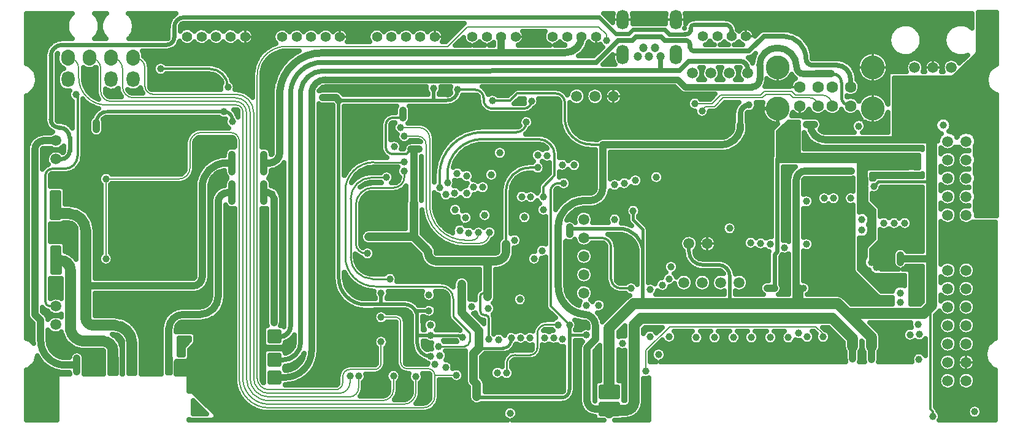
<source format=gbr>
G04 DipTrace 4.1.2.0*
G04 3_Layer_VCC.gbr*
%MOIN*%
G04 #@! TF.FileFunction,Copper,L3,Inr*
G04 #@! TF.Part,Single*
G04 #@! TA.AperFunction,Conductor*
%ADD10C,0.009843*%
G04 #@! TA.AperFunction,CopperBalancing*
%ADD16C,0.012992*%
G04 #@! TA.AperFunction,Conductor*
%ADD17C,0.023622*%
%ADD18C,0.007874*%
G04 #@! TA.AperFunction,ViaPad*
%ADD19C,0.03937*%
G04 #@! TA.AperFunction,Conductor*
%ADD20C,0.027559*%
%ADD21C,0.031496*%
%ADD22C,0.011811*%
%ADD24C,0.015748*%
G04 #@! TA.AperFunction,CopperBalancing*
%ADD25C,0.019685*%
G04 #@! TA.AperFunction,Conductor*
%ADD29C,0.047244*%
%ADD30C,0.035433*%
%ADD32C,0.00748*%
%ADD33C,0.059055*%
G04 #@! TA.AperFunction,CopperBalancing*
%ADD37C,0.025*%
G04 #@! TA.AperFunction,ComponentPad*
%ADD46C,0.059055*%
%ADD51C,0.062992*%
%ADD52C,0.129921*%
%ADD64C,0.047244*%
%ADD65O,0.066929X0.106299*%
%ADD66C,0.055118*%
%ADD75O,0.074803X0.086614*%
%ADD76O,0.070866X0.086614*%
G04 #@! TA.AperFunction,ViaPad*
%ADD81C,0.04*%
%FSLAX26Y26*%
G04*
G70*
G90*
G75*
G01*
G04 Inner2*
%LPD*%
X4059055Y751969D2*
D19*
X4098425D1*
D17*
Y937008D1*
X4114173Y952756D1*
Y1456693D1*
X4118110D1*
Y1511811D1*
X4216535Y1610236D1*
Y1641732D1*
X4173228D2*
D16*
X4216535D1*
X4822835Y1456693D2*
X4574803D1*
X4118110D1*
X4783465Y816929D2*
X4612205D1*
X4574803Y854331D1*
Y990157D1*
X4629921Y1045276D1*
Y1163386D1*
X4574803Y1218504D1*
Y1456693D1*
X4425197Y366142D2*
D19*
Y401575D1*
Y437008D1*
X4724409Y366142D2*
Y401575D1*
Y437008D1*
X5040551Y950000D2*
D16*
Y947638D1*
X5090551Y897638D1*
Y799213D1*
Y701843D1*
Y600394D1*
Y499398D1*
Y401575D1*
Y299333D1*
Y210630D1*
X5120079Y181102D1*
X5175197D1*
X5192913Y198819D1*
Y600394D1*
Y897638D1*
X5140551Y950000D1*
X5090551Y299333D2*
X5181223D1*
X5192913Y311024D1*
Y401457D1*
Y499398D1*
Y600394D1*
Y701843D1*
Y799213D1*
Y997638D1*
X5140551Y1050000D1*
X5090551Y401575D2*
X5192913Y401457D1*
X5090551Y499398D2*
X5192913D1*
X5090551Y600394D2*
X5192913D1*
X5090551Y701843D2*
X5192913D1*
X5090551Y799213D2*
X5192913D1*
Y600394D2*
X4990157D1*
Y499398D1*
X5090551D1*
Y1507874D2*
Y1100000D1*
X5040551Y1050000D1*
X2348425Y1606299D2*
Y1653543D1*
G03X2336614Y1645669I-7112J-2127D01*
G01*
X2490157Y1055118D2*
D18*
Y1047244D1*
G02X2456693Y1013780I-33466J1D01*
G01*
X2417323D1*
G02X2224409Y1206693I-1J192912D01*
G01*
Y1566929D1*
G03X2165354Y1625984I-59054J1D01*
G01*
X2066929D1*
X2549213Y1055118D2*
Y1051181D1*
G02X2494094Y996063I-55120J2D01*
G01*
X2415354D1*
G02X2204724Y1206693I-2J210628D01*
G01*
X2206693D1*
X2204724D2*
Y1533465D1*
G03X2159449Y1578740I-45276J-1D01*
G01*
X2086614D1*
X2984252Y1045276D2*
D19*
Y1084646D1*
X2480315Y163386D2*
D29*
Y232283D1*
X2462598Y250000D1*
Y397638D1*
X2492126Y427165D1*
Y523622D1*
X2397638Y618110D1*
Y775591D1*
X503937Y370079D2*
D33*
Y409449D1*
G03X448819Y464567I-55120J-2D01*
G01*
X342520D1*
G02X271654Y527559I6490J78660D01*
G01*
Y850394D1*
G03X218504Y903543I-53149J1D01*
G01*
X192913D1*
D19*
Y853937D1*
Y903543D2*
Y953937D1*
X503937Y334646D2*
D16*
Y370079D1*
Y299213D2*
Y334646D1*
X2669291Y482283D2*
D24*
X2665354Y462598D1*
G02X2624016Y427165I-38386J2953D01*
G01*
X2492126D1*
X4625984Y366142D2*
D19*
Y401575D1*
Y437008D1*
X4216535Y751969D2*
D16*
X4236320D1*
X4255906D1*
X4783465Y933071D2*
D19*
Y911745D1*
Y893701D1*
X4271654Y1641732D2*
X4293147D1*
X4314961D1*
X4293147D2*
G03X4375697Y1559182I82550J1D01*
G01*
X4767717D1*
X4952756D1*
D33*
Y1330709D1*
Y913865D1*
D19*
X4783465Y911745D1*
X3200787Y208661D2*
D33*
Y535433D1*
X3332677Y667323D1*
X3383138D1*
X3856299D1*
X4195453D1*
X4236320D1*
X4442913D1*
X4509496Y600740D1*
X4625984Y484252D1*
Y437008D1*
X4509496Y600740D2*
Y614173D1*
X4909449D1*
X4952756Y657480D1*
Y913865D1*
X4767717Y1649606D2*
D16*
Y1559182D1*
Y1649606D2*
D18*
X4818898D1*
X4870079D1*
X4921260D1*
X4767717D2*
Y1704724D1*
Y1759843D1*
X4818898Y1649606D2*
Y1704724D1*
Y1759843D1*
X4870079Y1649606D2*
Y1704724D1*
Y1759843D1*
X4921260Y1649606D2*
Y1704724D1*
Y1759843D1*
X5011811D1*
X5043307Y1791339D1*
Y1830709D1*
X4952756Y1330709D2*
D24*
X4661417D1*
X4637795Y1307087D1*
X3856299Y667323D2*
D25*
Y813581D1*
G03X3793307Y879921I-63569J2716D01*
G01*
X3706693D1*
G02X3633858Y952756I2J72837D01*
G01*
Y994094D1*
X4236320Y751969D2*
D19*
Y667323D1*
X2984252Y553150D2*
D25*
Y498031D1*
Y200787D1*
G02X2940945Y157480I-43305J-2D01*
G01*
X2486220D1*
G02X2480315Y163386I0J5905D01*
G01*
X3074803Y498031D2*
D24*
X2984252D1*
X3383138Y667323D2*
D25*
Y948937D1*
G03X3255303Y1076772I-127834J1D01*
G01*
X2992126D1*
X2984252Y1084646D1*
X3383138Y948937D2*
D24*
Y1071587D1*
X3330709Y1124016D1*
Y1173228D1*
X2397638Y740157D2*
D16*
X2377953Y759843D1*
X4958661Y55118D2*
D22*
Y82677D1*
X4944882Y96457D1*
Y614173D1*
X4909449D1*
X4195453Y667323D2*
D19*
X4216535Y688406D1*
Y1338583D1*
G02X4267717Y1389764I51182J-1D01*
G01*
X4515748D1*
X2952756Y1322835D2*
D16*
X2925197D1*
G03X2881890Y1279528I-2J-43305D01*
G01*
Y655512D1*
X2984252Y553150D1*
X503937Y370079D2*
Y299213D1*
X4523622Y370079D2*
D19*
Y405512D1*
Y437008D1*
X3913386Y1637795D2*
D21*
Y1700787D1*
G02X3960630Y1748031I47243J1D01*
G01*
X606299Y370079D2*
D33*
Y452756D1*
G03X507874Y551181I-98425J0D01*
G01*
X397638D1*
G02X354331Y594488I-2J43305D01*
G01*
Y764911D1*
Y1066929D1*
G03X263780Y1157480I-90553J-2D01*
G01*
X196457D1*
G03X192913Y1153937I1J-3544D01*
G01*
X1150591Y1385827D2*
D19*
Y1433071D1*
Y1480315D1*
X354331Y764911D2*
X938139D1*
G03X988189Y814961I2J50048D01*
G01*
Y1303150D1*
G02X1118110Y1433071I129919J2D01*
G01*
X1150591D1*
X3913386Y1637795D2*
Y1618110D1*
G02X3807087Y1531496I-105247J20631D01*
G01*
X3165354D1*
Y1297244D1*
G02X3096457Y1228346I-68898J0D01*
G01*
X3059055D1*
G03X2923228Y1088583I6971J-142656D01*
G01*
Y763780D1*
G03X3062992Y610236I155768J1406D01*
G01*
G02X3125984Y547244I-1J-62993D01*
G01*
Y474409D1*
X3080709Y429134D1*
Y139764D1*
G03X3124016Y96457I43305J-2D01*
G01*
X3183071D1*
X3200787Y114173D1*
X2564961Y1771654D2*
D16*
X2661417D1*
X2700787Y1811024D1*
X2909449D1*
G02X2958661Y1761811I2J-49210D01*
G01*
Y1677165D1*
G03X3102362Y1533465I143702J1D01*
G01*
X3165354Y1531496D1*
X4523622Y437008D2*
D33*
Y480315D1*
X4413386Y590551D1*
X3374016D1*
X3334646Y551181D1*
Y133858D1*
G02X3291339Y90551I-43305J-2D01*
G01*
X3200787D1*
Y74803D1*
X1323819Y1480315D2*
D19*
Y1433071D1*
Y1385827D1*
Y1433071D2*
X1354331D1*
G03X1409449Y1488189I-2J55120D01*
G01*
Y1822835D1*
G02X1637795Y2031496I229007J-21336D01*
G01*
X2405881Y2032755D1*
X2613087Y2033465D1*
X2956693D1*
D18*
X2963480D1*
D19*
G03X3050094Y2120079I0J86614D01*
G01*
X2613087D2*
Y2033465D1*
X2271654Y437008D2*
D10*
X2415354D1*
G03X2440945Y462598I2J25589D01*
G01*
Y509843D1*
X2352362Y598425D1*
Y694882D1*
G03X2285433Y761811I-66931J-2D01*
G01*
X1929134D1*
G02X1765748Y925197I-1J163385D01*
G01*
Y1281496D1*
G02X1921260Y1437008I155512J-1D01*
G01*
X2086614D1*
Y1438976D1*
X1885827Y940945D2*
X1877953D1*
G02X1822835Y994094I1455J56663D01*
G01*
Y1206693D1*
G02X1917323Y1299213I95917J-3448D01*
G01*
X2029528D1*
G03X2086614Y1356299I-1J57087D01*
G01*
Y1387795D1*
X464567Y913386D2*
D18*
Y1346457D1*
X862205D1*
G03X921260Y1405512I1J59054D01*
G01*
Y1543307D1*
G02X976378Y1598425I61024J-5906D01*
G01*
X1141732D1*
G02X1188976Y1559055I1797J-45875D01*
G01*
Y263780D1*
G03X1350394Y102362I161418J1D01*
G01*
X2188976D1*
G03X2251969Y165354I-1J62993D01*
G01*
Y277559D1*
G03X2216535Y314961I-35468J1884D01*
G01*
X2102362D1*
G02X2066929Y350394I-1J35433D01*
G01*
Y570866D1*
G03X2043307Y594488I-23622J0D01*
G01*
X1960630D1*
X2370079Y279528D2*
X2251969D1*
Y277559D1*
X3185039Y2098425D2*
Y2131890D1*
X3143701Y2173228D1*
X2429134D1*
X2322835Y2066929D1*
X1444882D1*
G03X1287402Y1909449I-1J-157479D01*
G01*
Y263780D1*
G03X1350394Y200787I62993J1D01*
G01*
X1712598D1*
G03X1751969Y240157I-1J39371D01*
G01*
Y271654D1*
G02X1791339Y311024I39371J-1D01*
G01*
X1925197D1*
G03X1960630Y346457I1J35433D01*
G01*
Y460630D1*
Y724409D2*
D25*
Y665354D1*
X2086614D1*
G02X2154665Y614262I-1J-70867D01*
G01*
X2156773Y604475D1*
X2157480Y496063D1*
Y452756D1*
G03X2228346Y381890I70865J-1D01*
G01*
D3*
X1960630Y665354D2*
X1874953Y664272D1*
G02X1730315Y808909I0J144638D01*
G01*
Y1773622D1*
X2246063D1*
Y1838583D1*
X1690945Y1789370D2*
D19*
X1643701D1*
X2220472Y629921D2*
D25*
X2147593D1*
X2154665Y614262D1*
X2246063Y1773622D2*
X2314996D1*
G03X2375984Y1830709I6167J54533D01*
G01*
D3*
X2228346Y496063D2*
X2157480D1*
X2228346D2*
D24*
X2381890D1*
G02X2403543Y486220I-656J-30184D01*
G01*
X1730315Y1773622D2*
D19*
X1714567Y1789370D1*
X1690945D1*
X192913Y653937D2*
D16*
X161417D1*
G02X135827Y679134I-662J24922D01*
G01*
Y1364173D1*
G02X173228Y1401575I37400J2D01*
G01*
X240157D1*
G03X311024Y1472441I1J70865D01*
G01*
Y1797244D1*
X303150Y1805118D1*
X761811Y1944882D2*
X1027559D1*
G02X1127953Y1844488I1J-100392D01*
G01*
X2375984Y1830709D2*
X2472441D1*
G02X2517717Y1785433I-1J-45276D01*
G01*
Y1775591D1*
G03X2564961Y1728346I47243J-1D01*
G01*
X2736220D1*
G03X2777559Y1769685I1J41338D01*
G01*
X1893701Y1031496D2*
D29*
X2137795D1*
X2216535Y952756D1*
X2539370Y704724D2*
D16*
Y740157D1*
Y775591D1*
X2167323Y1507874D2*
D19*
X2137795D1*
Y1216535D1*
D29*
Y1031496D1*
X2539370Y704724D2*
Y724768D1*
D16*
X2516106D1*
G03X2498031Y706693I0J-18075D01*
G01*
Y631890D1*
G03X2525591Y604331I27560J1D01*
G01*
X2531496D1*
G02X2545276Y590551I2J-13778D01*
G01*
Y474409D1*
X2124016Y1507874D2*
D19*
X2167323D1*
X2078740Y1720472D2*
Y1679134D1*
D16*
X2025591D1*
G03X1986220Y1639764I1J-39371D01*
G01*
Y1517717D1*
G03X2021654Y1482283I35433J-1D01*
G01*
X2098425D1*
X2124016Y1507874D1*
X2639764Y992126D2*
Y1279528D1*
G02X2767717Y1407480I127952J0D01*
G01*
X2811024D1*
X2216535Y952756D2*
D29*
Y942913D1*
G03X2259843Y899606I43305J-2D01*
G01*
X2539370D1*
X2584646D1*
G03X2639764Y954724I-2J55120D01*
G01*
Y992126D1*
X2539370Y704724D2*
Y899606D1*
X2643701Y291339D2*
D10*
Y344488D1*
G02X2688976Y389764I45276J-1D01*
G01*
X2771654D1*
G03X2809055Y427165I2J37400D01*
G01*
Y503937D1*
G02X2860236Y555118I51182J-1D01*
G01*
X2919291D1*
X2921260Y553150D1*
X1838583Y275591D2*
D18*
Y212598D1*
G02X1787402Y161417I-51182J1D01*
G01*
X1350394D1*
G02X1248031Y263780I1J102364D01*
G01*
Y1708661D1*
G03X1169291Y1787402I-78742J-2D01*
G01*
X614173D1*
G02X555118Y1846457I-1J59054D01*
G01*
Y1944882D1*
G03X494094Y2005906I-61026J-2D01*
G01*
X1106299Y1712598D2*
D16*
X1093000D1*
X413386Y1614173D2*
D19*
Y1653543D1*
X307087Y334646D2*
X244094D1*
G02X110236Y468504I0J133858D01*
G01*
Y578740D1*
X78740Y610236D1*
Y1505906D1*
G02X126772Y1553937I48032J0D01*
G01*
X192913D1*
X307087Y299213D2*
Y372047D1*
X1106299Y1712598D2*
D25*
X472441D1*
G03X413386Y1653543I-1J-59054D01*
G01*
X1153543Y1657480D2*
Y1665354D1*
G03X1106299Y1712598I-47243J1D01*
G01*
X413386Y1614173D2*
D16*
Y1653543D1*
X2320866Y1326772D2*
Y1372047D1*
G02X2511811Y1562992I190945J0D01*
G01*
X2814961D1*
G02X2903543Y1474409I1J-88581D01*
G01*
Y1364173D1*
X2842520Y1303150D1*
Y1248031D1*
X1323819Y1224409D2*
D19*
Y1271654D1*
Y1318898D1*
X1377953Y685039D2*
Y1240157D1*
G03X1346457Y1271654I-31494J2D01*
G01*
X1323819D1*
X1377953Y685039D2*
Y566929D1*
X2277559Y1299213D2*
D16*
Y1366142D1*
G02X2511811Y1600394I234250J2D01*
G01*
X2694882D1*
G03X2750000Y1655512I-2J55120D01*
G01*
X4366142Y1917323D2*
X4405512D1*
X4366142D2*
X4326772D1*
D19*
X4405512D1*
X1362205Y283465D2*
D30*
X1377953Y267717D1*
X1437008D1*
G03X1582677Y413386I1J145669D01*
G01*
Y1818898D1*
G02X1657480Y1885827I74053J-7499D01*
G01*
X3572835D1*
X3612205Y1846457D1*
X3976378D1*
G03X4017717Y1887795I1J41338D01*
G01*
Y1964567D1*
G02X4112205Y2059055I94487J1D01*
G01*
X4116142D1*
G02X4218504Y1956693I-1J-102364D01*
G01*
G03X4255906Y1917323I37433J-1889D01*
G01*
X4326772D1*
X4405512D2*
D24*
X4415354D1*
G02X4462598Y1870079I1J-47243D01*
G01*
Y1792520D1*
G03X4511811Y1743307I49210J-2D01*
G01*
X2027559Y275591D2*
D18*
Y200787D1*
G02X1968504Y141732I-59054J-1D01*
G01*
X1350394D1*
G02X1228346Y263780I0J122047D01*
G01*
Y1708661D1*
G03X1169291Y1767717I-59054J1D01*
G01*
X492126D1*
G02X437008Y1822835I2J55120D01*
G01*
Y1944882D1*
G03X375984Y2005906I-61026J-2D01*
G01*
X4511811Y1846457D2*
D20*
Y1889764D1*
G03X4437008Y1964567I-74804J0D01*
G01*
X4305118D1*
G02X4269685Y2000000I-1J35433D01*
G01*
G03X4147638Y2122047I-122047J0D01*
G01*
X4041339D1*
X3960630Y2041339D1*
X3661417D1*
G02X3639764Y2062992I1J21655D01*
G01*
Y2074803D1*
G03X3604331Y2098425I-26341J-1126D01*
G01*
X3503937D1*
X3482283Y2120079D1*
X3346457D1*
X3326772Y2100394D1*
X3250000D1*
X3129921Y1980315D1*
X1641732D1*
G03X1468504Y1822835I0J-174016D01*
G01*
Y547244D1*
G02X1409449Y488189I-59054J-1D01*
G01*
X1381890D1*
X1362205Y507874D1*
X3480315Y2011811D2*
Y1933950D1*
X3460630D1*
X1641732Y1933071D1*
G03X1523622Y1826772I3307J-122441D01*
G01*
Y460630D1*
G02X1425197Y362205I-98425J0D01*
G01*
X1377953D1*
X1362205Y381890D1*
X3953150Y1921260D2*
Y1944488D1*
G03X3911417Y1986220I-41732J0D01*
G01*
X3633858D1*
X3581588Y1933950D1*
X3480315D1*
X4362205Y488189D2*
D32*
X4358268Y492126D1*
Y507874D1*
X4322835Y543307D1*
X3527559D1*
X3399606Y415354D1*
D18*
Y301181D1*
X612205Y2005906D2*
X620079D1*
G02X677165Y1948819I-1J-57087D01*
G01*
Y1850394D1*
G03X720472Y1807087I43305J-2D01*
G01*
X1169291D1*
G02X1267717Y1708661I0J-98425D01*
G01*
Y263780D1*
G03X1350394Y181102I82676J-1D01*
G01*
X1732283D1*
G03X1791339Y240157I1J59054D01*
G01*
Y275591D1*
X2007874Y803150D2*
D10*
X1913386D1*
G02X1795276Y921260I-2J118108D01*
G01*
Y1238189D1*
G02X1911417Y1354331I116142J0D01*
G01*
X1990157D1*
X2149606Y271654D2*
D18*
Y188976D1*
G02X2082677Y122047I-66931J2D01*
G01*
X1350394D1*
G02X1208661Y263780I-2J141730D01*
G01*
Y1712598D1*
G03X1173228Y1748031I-35433J1D01*
G01*
X466941Y1748029D1*
G02X316927Y1898043I5J150019D01*
G01*
X316929Y1944882D1*
G03X257874Y2005906I-59076J1916D01*
G01*
X3665354Y1755906D2*
X3759843D1*
X3807087Y1803150D1*
X4023622D1*
X4043307Y1822835D1*
X4192913D1*
X4212598Y1803150D1*
X4353543D1*
G02X4413386Y1743307I0J-59843D01*
G01*
X3062992Y1026378D2*
D16*
X3158661D1*
G02X3210630Y974409I-2J-51970D01*
G01*
Y801181D1*
G03X3263780Y751969I53146J4090D01*
G01*
X3318898D1*
X3704724Y1716535D2*
D18*
Y1722441D1*
X3722441Y1740157D1*
X3771654D1*
X3818898Y1787402D1*
X4031496D1*
X4051181Y1807087D1*
X4181102D1*
X4200787Y1787402D1*
X4290551D1*
G02X4334646Y1743307I1J-44094D01*
G01*
X1150591Y1224409D2*
D19*
Y1271654D1*
Y1318898D1*
X807087Y370079D2*
Y531496D1*
G02X885827Y610236I78742J-2D01*
G01*
X976378D1*
G03X1074803Y708661I0J98425D01*
G01*
Y1220472D1*
G02X1125984Y1271654I51182J-1D01*
G01*
X1150591D1*
X192913Y1453937D2*
D17*
X221654D1*
G03X267717Y1500000I-2J46065D01*
G01*
Y1570866D1*
G03X212598Y1625984I-55120J-2D01*
G01*
X208661D1*
G02X165354Y1669291I-2J43305D01*
G01*
Y2015748D1*
G02X220472Y2074803I62452J-3039D01*
G01*
X793307D1*
G03X836614Y2118110I2J43305D01*
G01*
Y2171260D1*
G02X889764Y2224409I53149J1D01*
G01*
X3145669D1*
X3234252Y2135827D1*
X3307087D1*
X3328740Y2157480D1*
X3501969D1*
X3525591Y2133858D1*
X3612205D1*
G03X3641732Y2153543I7577J20622D01*
G01*
Y2163386D1*
G02X3663386Y2185039I21655J-1D01*
G01*
X3830709D1*
G02X3865055Y2150693I-2J-34348D01*
G01*
Y2121063D1*
D19*
X3102362Y1350394D3*
D3*
X2543307Y641732D3*
X712598Y2196850D3*
X767717Y2194882D3*
X2826772Y2120079D3*
X1342520Y2118110D3*
X3185039Y2098425D3*
X761811Y1944882D3*
X4366142Y1917323D3*
X4405512D3*
X1127953Y1844488D3*
X2246063Y1838583D3*
X2582677Y1834646D3*
X2375984Y1830709D3*
X1830709Y1820866D3*
X2082677Y1818898D3*
X2153543D3*
X2326772D3*
X1322835Y1812992D3*
X1358268D3*
X1643701Y1789370D3*
X1690945D3*
X2564961Y1771654D3*
X303150Y1805118D3*
X2777559Y1769685D3*
X4767717Y1759843D3*
X4818898D3*
X4870079D3*
X4921260D3*
X3665354Y1755906D3*
X3960630Y1748031D3*
X2015748Y1724409D3*
X2078740Y1720472D3*
X3704724Y1716535D3*
X413386Y1653543D3*
X1106299Y1712598D3*
X4767717Y1704724D3*
X4818898D3*
X4870079D3*
X4921260D3*
X2078740Y1679134D3*
X413386Y1614173D3*
X1153543Y1657480D3*
X3131890D3*
X2750000Y1655512D3*
X4767717Y1649606D3*
X4818898D3*
X4870079D3*
X4921260D3*
X4070866Y1641732D3*
X4173228D3*
X4216535D3*
X4271654D3*
X4314961D3*
X3913386Y1637795D3*
X5015748D3*
X4555118Y1633858D3*
X1637795Y1625984D3*
X2066929D3*
X2348425Y1606299D3*
X2086614Y1578740D3*
D81*
X673228Y1543307D3*
X789370Y1541339D3*
X515748Y1539370D3*
D19*
X1149606D3*
D81*
X437008Y1535433D3*
D19*
X1879921Y1529528D3*
X1921260D3*
X1633858Y1527559D3*
X2031496Y1521654D3*
X2124016Y1507874D3*
X2167323D3*
X2606299Y1488189D3*
X2765748D3*
X1150591Y1480315D3*
X1323819D3*
X1633858Y1476378D3*
X2812992Y1474409D3*
D81*
X850394Y1472441D3*
D19*
X2862205D3*
X4822835Y1456693D3*
X4866142D3*
D81*
X850394Y1440945D3*
D19*
X2086614Y1438976D3*
X1150591Y1433071D3*
X1323819D3*
X3061024Y1425197D3*
X3594488D3*
X3669291D3*
X3708661D3*
X2944882Y1423228D3*
X3009843Y1421260D3*
X4822835Y1413386D3*
X4866142D3*
D81*
X850394Y1407480D3*
D19*
X2811024D3*
X4572835Y1124016D3*
X4515748Y1389764D3*
X2086614Y1387795D3*
X1150591Y1385827D3*
X1323819D3*
X3594488D3*
X3696850Y1377953D3*
X2374016Y1375984D3*
X4019685Y1372047D3*
X2559055Y1370079D3*
X4842520Y1366142D3*
X2425197Y1362205D3*
X2816929Y1358268D3*
X3456693Y1356299D3*
X1990157Y1354331D3*
X464567Y1346457D3*
X3342520Y1338583D3*
X2952756Y1322835D3*
X3281496D3*
X2277559Y1299213D3*
X1150591Y1318898D3*
X1323819D3*
X2320866Y1326772D3*
X3230315Y1314961D3*
X4637795Y1307087D3*
X2462598Y1301181D3*
X2511811D3*
X4685039Y1291339D3*
X1150591Y1271654D3*
X1323819D3*
X2360236Y1269685D3*
X2425197Y1267717D3*
X2312992Y1261811D3*
X2724409Y1250000D3*
X2773622Y1248031D3*
X2842520D3*
X4513780Y1242126D3*
X1150591Y1224409D3*
X1323819D3*
X4271654D3*
X2273622Y1222441D3*
D81*
X625437Y1213684D3*
X675442D3*
D19*
X192913Y1204724D3*
X1633858Y1196850D3*
X4338583Y1181102D3*
X4393701D3*
X4452756D3*
X4507874D3*
X2362205Y1179134D3*
X2842520D3*
X3330709Y1173228D3*
X3393701D3*
D81*
X625437Y1163678D3*
X675442D3*
D19*
X3515748Y1161417D3*
X2523622Y1149606D3*
X2740157Y1137795D3*
X2419291Y1135827D3*
X3230315Y1125984D3*
X4338583D3*
X4393701D3*
X4452756D3*
X4507874D3*
D81*
X625437Y1113673D3*
X675442D3*
D19*
X2787402Y1108268D3*
X4692913Y1106299D3*
X4748031D3*
X4807087D3*
X2984252Y1084646D3*
X3854331Y1078740D3*
X2387795Y1066929D3*
X4338583D3*
X4393701D3*
X4452756D3*
X4507874D3*
X2490157Y1055118D3*
X2549213D3*
X3427165D3*
X3492126D3*
X3679134D3*
X2435039Y1053150D3*
X2984252Y1045276D3*
X1893701Y1031496D3*
X1944882D3*
X1992126D3*
X2043307D3*
X2687008Y1013780D3*
X4338583Y1011811D3*
X4393701D3*
X4452756D3*
X4507874D3*
X3968504Y1000000D3*
X4023622Y996063D3*
X417323Y992126D3*
X501969D3*
X586614D3*
X667323D3*
X755906D3*
X850394D3*
X2639764D3*
X4074803D3*
X4271654D3*
X3102362Y974409D3*
X4153543Y972441D3*
X1645669Y960630D3*
X2834646Y956693D3*
X2216535Y952756D3*
X1885827Y940945D3*
X4783465Y933071D3*
X850394Y929134D3*
X464567Y913386D3*
X2791339D3*
X192913Y903543D3*
X4159449Y897638D3*
X850394Y895669D3*
X4625984Y893701D3*
X4783465D3*
X3535433Y868110D3*
X4653543Y866142D3*
X850394Y862205D3*
X4159449Y858268D3*
X2007874Y803150D3*
X3525591D3*
X3980315D3*
X2222441Y801181D3*
X4783465Y816929D3*
X2647638Y795276D3*
X2700787D3*
X2397638Y775591D3*
X2539370D3*
X3017717D3*
X3490157Y769685D3*
X3980315Y759843D3*
X4783465Y777559D3*
X3318898Y751969D3*
X4059055D3*
X4098425D3*
X4216535D3*
X4255906D3*
X2718504Y744094D3*
X3423228D3*
X3757874Y742126D3*
X2397638Y740157D3*
X2539370D3*
X1960630Y724409D3*
X2220472Y716535D3*
X2397638Y704724D3*
X2539370D3*
X2714567Y690945D3*
X1377953Y685039D3*
X2769685Y683071D3*
X4594488D3*
X4661417D3*
X4728346D3*
D81*
X625437Y670377D3*
X675442D3*
D19*
X2818898Y669291D3*
X3143701Y659449D3*
X3074803Y657480D3*
X2452756Y653543D3*
X1377953Y645669D3*
X2220472Y629921D3*
D81*
X625437Y620371D3*
X675442D3*
D19*
X1377953Y606299D3*
X1960630Y594488D3*
D81*
X625437Y570366D3*
X675442D3*
D19*
X1377953Y566929D3*
X2921260Y553150D3*
X2984252D3*
X1645669Y555118D3*
X4879921Y557087D3*
X2228346Y551181D3*
X1992126Y543307D3*
X1362205Y507874D3*
X1397638D3*
X4228346D3*
X4834646Y500000D3*
X4885827Y501969D3*
X3074803Y498031D3*
X2228346Y496063D3*
X3421260Y490157D3*
X3525591D3*
X4276378Y488189D3*
X4362205D3*
X2403543Y486220D3*
X3674016Y484252D3*
X3772441D3*
X3874803D3*
X3973228D3*
X4075591D3*
X4174016D3*
X2669291Y482283D3*
X2718504D3*
X2769685D3*
X2848425D3*
X2897638D3*
X2545276Y474409D3*
X2944882D3*
X1362205Y472441D3*
X1397638D3*
X2598425D3*
X899606Y466535D3*
X1960630Y460630D3*
X3271654Y452756D3*
X874016Y437008D3*
X2271654D3*
X4425197D3*
X4523622D3*
X4625984D3*
X4724409D3*
X4883858Y366142D3*
X4523622Y405512D3*
X4425197Y401575D3*
X4625984D3*
X4724409D3*
X874016Y397638D3*
X2279528Y385827D3*
X3468504Y391732D3*
X1362205Y381890D3*
X1397638D3*
X2228346D3*
X307087Y372047D3*
X405512Y370079D3*
X503937D3*
X606299D3*
X704724D3*
X807087D3*
X4523622D3*
X2015748Y366142D3*
X4425197D3*
X4625984D3*
X4724409D3*
X1362205Y346457D3*
X1397638D3*
X2253937Y338583D3*
X307087Y334646D3*
X405512D3*
X503937D3*
X606299D3*
X704724D3*
X807087D3*
X2517717Y326772D3*
X2311024Y322835D3*
X2405512Y320866D3*
X2812992D3*
X2858268D3*
X2903543Y318898D3*
X3273622Y301181D3*
X3399606D3*
X307087Y299213D3*
X405512D3*
X503937D3*
X606299D3*
X704724D3*
X807087D3*
X2592520Y293307D3*
X2643701Y291339D3*
X2517717Y289370D3*
X1362205Y283465D3*
X1397638D3*
X2370079Y279528D3*
X1791339Y275591D3*
X1838583D3*
X1901575D3*
X2027559D3*
X2086614D3*
X2812992D3*
X2858268D3*
X2903543Y273622D3*
X2149606Y271654D3*
X2212598D3*
X3273622Y255906D3*
X1362205Y248031D3*
X1397638D3*
X2480315Y232283D3*
X2812992Y230315D3*
X2858268D3*
X2903543D3*
X3161417Y208661D3*
X3200787D3*
X3240157D3*
X2480315Y198819D3*
X5011811Y161417D3*
X3161417Y169291D3*
X3200787D3*
X3240157D3*
X2480315Y163386D3*
X946850Y120079D3*
X3161417Y114173D3*
X3200787D3*
X3240157D3*
X946850Y82677D3*
X984252D3*
X3161417Y74803D3*
X3200787D3*
X3240157D3*
X2661417Y72835D3*
X4958661Y55118D3*
X2064961Y968504D3*
Y927165D3*
X2336614Y1645669D3*
X4572835Y1068898D3*
X5187008Y80709D3*
X4783465Y726378D3*
Y675197D3*
X4419291Y1242126D3*
X4368110D3*
D81*
X673228Y1543307D3*
X515748Y1539370D3*
X437008Y1535433D3*
D19*
X3669291Y1425197D3*
X3899606Y1192913D3*
X3702756Y1159449D3*
X4338583Y1125984D3*
D81*
X395669Y1826772D3*
X379921Y1724409D3*
X4152097Y1631923D2*
D37*
X4225163D1*
X4127229Y1607054D2*
X4225163D1*
X4121308Y1582185D2*
X4225163D1*
X4121308Y1557316D2*
X4225163D1*
X4121308Y1532448D2*
X4225163D1*
X4121308Y1507579D2*
X4225163D1*
X4121308Y1482710D2*
X4225163D1*
X4121308Y1457841D2*
X4878704D1*
X4562253Y1432972D2*
X4878704D1*
X4562253Y1408104D2*
X4825541D1*
X4859500D2*
X4878704D1*
X4562253Y1383235D2*
X4591415D1*
X4562253Y1358366D2*
X4591702D1*
X4562253Y1333497D2*
X4592007D1*
X4562253Y1308629D2*
X4590930D1*
X4562253Y1283760D2*
X4592581D1*
X4562253Y1258891D2*
X4592868D1*
X4562253Y1234022D2*
X4593155D1*
X4562253Y1209154D2*
X4603346D1*
X4562253Y1184285D2*
X4628214D1*
X4602120Y1159416D2*
X4636575D1*
X4618466Y1134547D2*
X4636575D1*
X4617353Y1109678D2*
X4636575D1*
X4616779Y1084810D2*
X4636575D1*
X4618807Y1059941D2*
X4636575D1*
X4604076Y1035072D2*
X4636575D1*
X4562253Y1010203D2*
X4625846D1*
X4562253Y985335D2*
X4600978D1*
X4562253Y960466D2*
X4591307D1*
X4562253Y935597D2*
X4591307D1*
X4562253Y910728D2*
X4582498D1*
X4562253Y885860D2*
X4579788D1*
X4562253Y860991D2*
X4593478D1*
X4581702Y836122D2*
X4618346D1*
X4606570Y811253D2*
X4803903D1*
X4631438Y786385D2*
X4803903D1*
X4656306Y761516D2*
X4753845D1*
X4594781Y975326D2*
X4597460Y979311D1*
X4639081Y1020932D1*
X4639075Y1175926D1*
X4599434Y1215565D1*
X4596744Y1219567D1*
X4595769Y1224264D1*
X4594932Y1296122D1*
X4594399Y1297749D1*
X4593406Y1306976D1*
X4594353Y1316208D1*
X4594689Y1317251D1*
X4593800Y1393545D1*
X4594239Y1396989D1*
X4596946Y1401994D1*
X4601591Y1405280D1*
X4606299Y1406201D1*
X4823957Y1406198D1*
X4828487Y1408255D1*
X4837550Y1410252D1*
X4846830Y1410322D1*
X4855921Y1408460D1*
X4861096Y1406202D1*
X4881194Y1406201D1*
X4881201Y1475681D1*
X4792760Y1475689D1*
X4240170D1*
X4236870Y1476129D1*
X4231865Y1478836D1*
X4228578Y1483481D1*
X4227657Y1488189D1*
Y1635838D1*
X4227595Y1636323D1*
X4227425Y1645500D1*
X4227657Y1653412D1*
Y1656794D1*
X4174465Y1656791D1*
X4118799Y1601121D1*
Y1445570D1*
X4547235Y1445571D1*
X4550532Y1445131D1*
X4555537Y1442424D1*
X4558824Y1437779D1*
X4559744Y1433071D1*
Y1395663D1*
X4559807Y1395173D1*
X4559977Y1385996D1*
X4559744Y1378035D1*
X4559750Y1166183D1*
X4563584Y1167431D1*
X4572813Y1168406D1*
X4582043Y1167440D1*
X4590870Y1164577D1*
X4598909Y1159941D1*
X4605808Y1153734D1*
X4611266Y1146229D1*
X4615045Y1137754D1*
X4616979Y1128677D1*
X4617224Y1124016D1*
X4616277Y1114895D1*
X4613432Y1106062D1*
X4608812Y1098014D1*
X4607536Y1096589D1*
X4611266Y1091111D1*
X4615045Y1082635D1*
X4616979Y1073559D1*
X4617224Y1068898D1*
X4616277Y1059777D1*
X4613432Y1050944D1*
X4608812Y1042896D1*
X4602619Y1035984D1*
X4595125Y1030510D1*
X4586657Y1026715D1*
X4577585Y1024763D1*
X4568305Y1024740D1*
X4559746Y1026537D1*
X4559744Y855570D1*
X4678411Y736905D1*
X4740336Y736910D1*
X4742868Y744332D1*
X4747488Y752380D1*
X4753680Y759292D1*
X4761174Y764765D1*
X4769642Y768561D1*
X4778715Y770513D1*
X4787995Y770536D1*
X4797077Y768629D1*
X4805564Y764876D1*
X4806394Y764276D1*
X4806397Y822147D1*
X4673228Y822146D1*
X4667683Y823444D1*
X4658293Y822007D1*
X4649013Y821984D1*
X4639931Y823891D1*
X4631444Y827644D1*
X4623923Y833080D1*
X4617696Y839961D1*
X4613036Y847986D1*
X4611843Y851629D1*
X4603885Y855203D1*
X4596364Y860639D1*
X4590137Y867520D1*
X4585477Y875545D1*
X4582588Y884363D1*
X4581595Y893590D1*
X4582542Y902822D1*
X4585387Y911655D1*
X4590007Y919703D1*
X4593799Y923935D1*
Y970459D1*
X4594781Y975326D1*
X1357529Y490190D2*
X1402318D1*
X1357529Y465322D2*
X1402318D1*
X1355020Y515060D2*
Y465253D1*
X1404826Y465256D1*
X1404823Y515062D1*
X1355016Y515059D1*
X1357529Y364206D2*
X1402318D1*
X1357529Y339337D2*
X1402318D1*
X1355020Y389076D2*
Y339268D1*
X1404826Y339272D1*
X1404823Y389078D1*
X1355016Y389075D1*
X1357529Y265781D2*
X1402318D1*
X1357529Y240912D2*
X1402318D1*
X1355020Y290650D2*
Y240843D1*
X1404826Y240847D1*
X1404823Y290653D1*
X1355016Y290650D1*
X3156741Y190978D2*
X3244843D1*
X3156741Y166109D2*
X3244843D1*
X3154233Y162106D2*
X3247334D1*
X3247342Y215855D1*
X3168729Y215846D1*
X3154241D1*
X3154232Y162098D1*
X3156741Y96490D2*
X3244843D1*
X3156741Y71621D2*
X3244843D1*
X3154232Y121364D2*
Y67610D1*
X3232846Y67618D1*
X3247334D1*
X3247342Y121367D1*
X3168729Y121358D1*
X3154241D1*
X5207910Y2226411D2*
X5303906D1*
X5207910Y2201542D2*
X5303906D1*
X5207910Y2176673D2*
X5303906D1*
X5207910Y2151804D2*
X5303906D1*
X5207910Y2126936D2*
X5303906D1*
X5207910Y2102067D2*
X5303906D1*
X5207910Y2077198D2*
X5303906D1*
X5207910Y2052329D2*
X5303906D1*
X5205111Y2027461D2*
X5303906D1*
X5180243Y2002592D2*
X5303906D1*
X5155375Y1977723D2*
X5303906D1*
X5130507Y1952854D2*
X5277226D1*
X5105640Y1927986D2*
X5256861D1*
X5080772Y1903117D2*
X5247783D1*
X4751229Y1878248D2*
X5246024D1*
X4751229Y1853379D2*
X5252143D1*
X4751229Y1828510D2*
X5266389D1*
X4751229Y1803642D2*
X5303906D1*
X4751229Y1778773D2*
X5303906D1*
X4751229Y1753904D2*
X5303906D1*
X4751229Y1729035D2*
X5303906D1*
X4751229Y1704167D2*
X5303906D1*
X4751229Y1679298D2*
X4994333D1*
X5037173D2*
X5303906D1*
X4751229Y1654429D2*
X4970775D1*
X5060713D2*
X5303906D1*
X4751229Y1629560D2*
X4968388D1*
X5063117D2*
X5303906D1*
X4751229Y1604692D2*
X4981881D1*
X5052208D2*
X5128898D1*
X5152199D2*
X5303906D1*
X4751229Y1579823D2*
X4991300D1*
X5189806D2*
X5303906D1*
X4751229Y1554954D2*
X4982814D1*
X5198275D2*
X5303906D1*
X5194812Y1530085D2*
X5303906D1*
X5192174Y1505217D2*
X5303906D1*
X5192174Y1480348D2*
X5303906D1*
X5198239Y1455479D2*
X5303906D1*
X5195009Y1430610D2*
X5303906D1*
X5192174Y1405741D2*
X5303906D1*
X5192174Y1380873D2*
X5303906D1*
X5198185Y1356004D2*
X5303906D1*
X5195189Y1331135D2*
X5303906D1*
X5192174Y1306266D2*
X5303906D1*
X5192174Y1281398D2*
X5303906D1*
X5198113Y1256529D2*
X5303906D1*
X5195386Y1231660D2*
X5303906D1*
X5192174Y1206791D2*
X5303906D1*
X5192174Y1181923D2*
X5303906D1*
X5198059Y1157054D2*
X5303906D1*
X5262239Y1934299D2*
X5252399Y1912650D1*
X5251479Y1909704D1*
X5247544Y1888063D1*
X5247376Y1884932D1*
X5247546Y1883578D1*
X5251482Y1861934D1*
X5252178Y1859519D1*
X5260048Y1839846D1*
X5261569Y1837104D1*
X5262169Y1836347D1*
X5273976Y1822572D1*
X5275974Y1820701D1*
X5291713Y1808898D1*
X5294438Y1807347D1*
X5296773Y1806638D1*
X5306398Y1804722D1*
X5306406Y1146358D1*
X5195702Y1146365D1*
X5196004Y1150000D1*
X5195250Y1159110D1*
X5193005Y1167989D1*
X5189663Y1175615D1*
X5189668Y1224403D1*
X5192994Y1231978D1*
X5195245Y1240856D1*
X5196004Y1250000D1*
X5195250Y1259110D1*
X5193005Y1267989D1*
X5189663Y1275615D1*
X5189668Y1324403D1*
X5192994Y1331978D1*
X5195245Y1340856D1*
X5196004Y1350000D1*
X5195250Y1359110D1*
X5193005Y1367989D1*
X5189663Y1375615D1*
X5189668Y1424403D1*
X5192994Y1431978D1*
X5195245Y1440856D1*
X5196004Y1450000D1*
X5195250Y1459110D1*
X5193005Y1467989D1*
X5189663Y1475615D1*
X5189668Y1524403D1*
X5192994Y1531978D1*
X5195245Y1540856D1*
X5196004Y1550000D1*
X5195250Y1559110D1*
X5193005Y1567989D1*
X5189329Y1576377D1*
X5184322Y1584046D1*
X5178121Y1590786D1*
X5170896Y1596414D1*
X5162842Y1600775D1*
X5154181Y1603752D1*
X5145148Y1605262D1*
X5135989Y1605265D1*
X5126955Y1603760D1*
X5118292Y1600789D1*
X5110236Y1596433D1*
X5103007Y1590810D1*
X5096802Y1584074D1*
X5091790Y1576408D1*
X5090643Y1573795D1*
X5090461Y1573800D1*
X5089362Y1576316D1*
X5084365Y1583991D1*
X5078172Y1590739D1*
X5070954Y1596376D1*
X5062906Y1600747D1*
X5054248Y1603734D1*
X5047431Y1605031D1*
X5053216Y1611787D1*
X5057685Y1619862D1*
X5060436Y1628671D1*
X5061358Y1637853D1*
X5060413Y1647033D1*
X5057639Y1655835D1*
X5053150Y1663899D1*
X5047130Y1670893D1*
X5039825Y1676533D1*
X5031534Y1680587D1*
X5022597Y1682888D1*
X5013380Y1683344D1*
X5004259Y1681935D1*
X4995609Y1678719D1*
X4987784Y1673827D1*
X4981103Y1667460D1*
X4975841Y1659879D1*
X4972212Y1651394D1*
X4970366Y1642352D1*
X4970378Y1633123D1*
X4972247Y1624086D1*
X4975897Y1615610D1*
X4981179Y1608042D1*
X4987876Y1601692D1*
X4995714Y1596821D1*
X5004372Y1593627D1*
X5006106Y1593220D1*
X5003007Y1590810D1*
X4996802Y1584074D1*
X4991790Y1576408D1*
X4988109Y1568022D1*
X4985858Y1559144D1*
X4985252Y1551862D1*
X4965879Y1551870D1*
X4748720Y1551878D1*
X4748717Y1896949D1*
X4847127D1*
X4855640Y1895525D1*
X4864798Y1895523D1*
X4873365Y1896949D1*
X4947127D1*
X4955640Y1895525D1*
X4964798Y1895523D1*
X4973365Y1896949D1*
X5057743D1*
X5070667Y1897520D1*
X5075768Y1900610D1*
X5201752Y2026594D1*
X5203671Y2029067D1*
X5205395Y2034782D1*
X5205414Y2043711D1*
X5205413Y2251279D1*
X5306398Y2251273D1*
X5306396Y1967324D1*
X5298758Y1964459D1*
X5296441Y1963303D1*
X5280774Y1953512D1*
X5278554Y1951743D1*
X5271673Y1944863D1*
X5264780Y1937968D2*
X5271673Y1944863D1*
X5264780Y1937968D1*
X36663Y2220505D2*
X259276D1*
X425755D2*
X444959D1*
X610146D2*
X817365D1*
X3197970D2*
X3217012D1*
X3330221D2*
X3504426D1*
X3617617D2*
X5169776D1*
X36663Y2195636D2*
X250269D1*
X619565D2*
X805272D1*
X3330221D2*
X3504426D1*
X3882532D2*
X5169776D1*
X36663Y2170768D2*
X248618D1*
X621539D2*
X801665D1*
X871598D2*
X2389415D1*
X3896850D2*
X4751886D1*
X4868594D2*
X5051896D1*
X36663Y2145899D2*
X253893D1*
X616605D2*
X801665D1*
X1264566D2*
X1380477D1*
X1778768D2*
X1896007D1*
X2294729D2*
X2364547D1*
X2735028D2*
X2849414D1*
X3987601D2*
X4014018D1*
X4206279D2*
X4730392D1*
X4890070D2*
X5030401D1*
X36663Y2121030D2*
X267601D1*
X417448D2*
X451741D1*
X603381D2*
X801665D1*
X1272047D2*
X1371560D1*
X1787685D2*
X1887288D1*
X2303449D2*
X2339680D1*
X2742510D2*
X2841933D1*
X4249035D2*
X4720524D1*
X4899957D2*
X5020515D1*
X36663Y2096161D2*
X179972D1*
X1265696D2*
X1376584D1*
X1782661D2*
X1892491D1*
X2298263D2*
X2314812D1*
X2389319D2*
X2411269D1*
X2736176D2*
X2848266D1*
X4273544D2*
X4718317D1*
X4902146D2*
X5018326D1*
X36663Y2071293D2*
X150619D1*
X855360D2*
X1359090D1*
X3083158D2*
X3152708D1*
X4289136D2*
X4723197D1*
X4897265D2*
X5023207D1*
X36663Y2046424D2*
X136660D1*
X820014D2*
X1322488D1*
X3069199D2*
X3144867D1*
X4299327D2*
X4736600D1*
X4883880D2*
X5036591D1*
X36663Y2021555D2*
X130864D1*
X671920D2*
X1299307D1*
X1376470D2*
X1479051D1*
X3045874D2*
X3119981D1*
X4305086D2*
X4578727D1*
X4686625D2*
X4766043D1*
X4854437D2*
X5066034D1*
X36663Y1996686D2*
X130416D1*
X688660D2*
X1282729D1*
X1347261D2*
X1449142D1*
X3197467D2*
X3217514D1*
X3969300D2*
X3980861D1*
X4460985D2*
X4556479D1*
X4708873D2*
X4837488D1*
X4882983D2*
X4937497D1*
X4982975D2*
X5037489D1*
X5082984D2*
X5122480D1*
X36663Y1971818D2*
X130416D1*
X700879D2*
X729305D1*
X1033956D2*
X1271425D1*
X1330108D2*
X1426212D1*
X3172600D2*
X3227580D1*
X4511349D2*
X4546647D1*
X4718706D2*
X4812190D1*
X70340Y1946949D2*
X130416D1*
X200294D2*
X231842D1*
X402017D2*
X409738D1*
X704234D2*
X719042D1*
X1105868D2*
X1264464D1*
X1320150D2*
X1408359D1*
X3698733D2*
X3707567D1*
X3798743D2*
X3807558D1*
X3898734D2*
X3907567D1*
X4532467D2*
X4544799D1*
X4720554D2*
X4807722D1*
X87205Y1922080D2*
X130416D1*
X343993D2*
X409936D1*
X704234D2*
X726057D1*
X1131274D2*
X1261055D1*
X1315288D2*
X1394203D1*
X93862Y1897211D2*
X130416D1*
X344100D2*
X409936D1*
X704234D2*
X1075731D1*
X1146004D2*
X1260319D1*
X1314480D2*
X1383205D1*
X4182650D2*
X4204168D1*
X4548309D2*
X4565378D1*
X4699974D2*
X4713078D1*
X93306Y1872343D2*
X130416D1*
X346989D2*
X409936D1*
X704234D2*
X1092740D1*
X1159604D2*
X1260319D1*
X1314480D2*
X1375077D1*
X4056965D2*
X4084620D1*
X4146084D2*
X4188469D1*
X4559559D2*
X4601944D1*
X4663408D2*
X4713078D1*
X86631Y1847474D2*
X130416D1*
X200294D2*
X209648D1*
X354866D2*
X409936D1*
X704539D2*
X1085240D1*
X1170657D2*
X1260319D1*
X1314480D2*
X1369622D1*
X4047617D2*
X4181597D1*
X4566431D2*
X4713078D1*
X68259Y1822605D2*
X130416D1*
X200294D2*
X264318D1*
X369363D2*
X409936D1*
X464151D2*
X531583D1*
X591899D2*
X656101D1*
X1218078D2*
X1260319D1*
X1314480D2*
X1366626D1*
X1739905D2*
X2206549D1*
X2285578D2*
X2333992D1*
X2537055D2*
X2671501D1*
X2958120D2*
X2979064D1*
X3068194D2*
X3079055D1*
X3168186D2*
X3179064D1*
X3268195D2*
X3579317D1*
X4560672D2*
X4713078D1*
X36663Y1797736D2*
X130416D1*
X200294D2*
X261016D1*
X394356D2*
X414116D1*
X477428D2*
X543802D1*
X1314480D2*
X1366626D1*
X2403404D2*
X2483145D1*
X3276233D2*
X3764425D1*
X4532861D2*
X4578458D1*
X4686894D2*
X4713078D1*
X36663Y1772867D2*
X130416D1*
X200294D2*
X276446D1*
X1314480D2*
X1366626D1*
X2388566D2*
X2488204D1*
X2703503D2*
X2734872D1*
X2820253D2*
X2925991D1*
X3271012D2*
X3626271D1*
X36663Y1747999D2*
X130416D1*
X200294D2*
X281399D1*
X340655D2*
X375325D1*
X1314480D2*
X1366626D1*
X1623533D2*
X1696420D1*
X2352664D2*
X2493407D1*
X2814045D2*
X2929023D1*
X2988298D2*
X3004344D1*
X3042896D2*
X3104354D1*
X3142887D2*
X3204345D1*
X3242897D2*
X3623311D1*
X3816739D2*
X3889213D1*
X4003444D2*
X4029269D1*
X36663Y1723130D2*
X130416D1*
X200294D2*
X281399D1*
X340655D2*
X413686D1*
X1160645D2*
X1173067D1*
X1314480D2*
X1366626D1*
X1623533D2*
X1697335D1*
X1763302D2*
X2036010D1*
X2121480D2*
X2509735D1*
X2788854D2*
X2929023D1*
X2988298D2*
X3639369D1*
X3791871D2*
X3877550D1*
X3994850D2*
X4027492D1*
X36663Y1698261D2*
X130416D1*
X200294D2*
X281399D1*
X340655D2*
X392370D1*
X1314480D2*
X1366626D1*
X1623533D2*
X1697335D1*
X1763302D2*
X1991549D1*
X2121570D2*
X2929023D1*
X2988298D2*
X3666282D1*
X3743176D2*
X3874500D1*
X3952273D2*
X4033180D1*
X4197542D2*
X4207469D1*
X4264968D2*
X4305900D1*
X4363380D2*
X4384648D1*
X4442128D2*
X4483060D1*
X4540559D2*
X4550486D1*
X36663Y1673392D2*
X130416D1*
X200294D2*
X281399D1*
X340655D2*
X375792D1*
X454516D2*
X1094373D1*
X1314480D2*
X1366626D1*
X1623533D2*
X1697335D1*
X1763302D2*
X1965713D1*
X2121157D2*
X2711368D1*
X2788639D2*
X2929221D1*
X2988603D2*
X3874500D1*
X3952273D2*
X4048233D1*
X4342424D2*
X4544691D1*
X4699795D2*
X4713078D1*
X36663Y1648524D2*
X133322D1*
X255341D2*
X281399D1*
X340655D2*
X370571D1*
X456202D2*
X1111723D1*
X1314480D2*
X1366626D1*
X1623533D2*
X1697335D1*
X1763302D2*
X1957172D1*
X2019641D2*
X2031004D1*
X2185677D2*
X2707797D1*
X2792209D2*
X2931697D1*
X2992030D2*
X3872024D1*
X3954749D2*
X4085194D1*
X4357208D2*
X4515051D1*
X4662834D2*
X4713078D1*
X36663Y1623655D2*
X145702D1*
X340655D2*
X370571D1*
X456202D2*
X1129091D1*
X1314480D2*
X1366626D1*
X1623533D2*
X1697335D1*
X1763302D2*
X1956580D1*
X2015855D2*
X2024168D1*
X2229168D2*
X2464718D1*
X2777210D2*
X2937941D1*
X3001629D2*
X3870571D1*
X3956202D2*
X4091976D1*
X4353494D2*
X4513615D1*
X4596628D2*
X4713078D1*
X36663Y1598786D2*
X167933D1*
X340655D2*
X373621D1*
X453152D2*
X919886D1*
X1314480D2*
X1366626D1*
X1623533D2*
X1697335D1*
X1763302D2*
X1956580D1*
X2015855D2*
X2034664D1*
X2245173D2*
X2390510D1*
X2756881D2*
X2948383D1*
X3018961D2*
X3859070D1*
X3952506D2*
X4083167D1*
X36663Y1573917D2*
X67977D1*
X340655D2*
X408590D1*
X418191D2*
X902141D1*
X1314480D2*
X1366626D1*
X1623533D2*
X1697335D1*
X1763302D2*
X1956580D1*
X2015855D2*
X2044084D1*
X2251076D2*
X2350840D1*
X2876465D2*
X2963777D1*
X3051365D2*
X3821912D1*
X3943194D2*
X4083167D1*
X4263299D2*
X4270949D1*
X36663Y1549049D2*
X47182D1*
X340655D2*
X894785D1*
X950041D2*
X1161907D1*
X1314480D2*
X1366626D1*
X1623533D2*
X1697335D1*
X1763302D2*
X1956580D1*
X2116402D2*
X2170432D1*
X2251488D2*
X2322850D1*
X2905657D2*
X2987317D1*
X3927585D2*
X4083167D1*
X4263299D2*
X4292802D1*
X340655Y1524180D2*
X894193D1*
X948336D2*
X1161907D1*
X1314480D2*
X1366626D1*
X1623533D2*
X1697335D1*
X1763302D2*
X1956580D1*
X2074238D2*
X2084633D1*
X2251488D2*
X2301230D1*
X2453929D2*
X2585612D1*
X2626980D2*
X2848248D1*
X2921733D2*
X3024529D1*
X3903327D2*
X4083167D1*
X4263299D2*
X4337783D1*
X121564Y1499311D2*
X169027D1*
X216801D2*
X232650D1*
X340655D2*
X894193D1*
X948336D2*
X1112530D1*
X1623533D2*
X1697335D1*
X1763302D2*
X1959415D1*
X2251488D2*
X2284633D1*
X2411299D2*
X2565050D1*
X2647560D2*
X2778776D1*
X2930292D2*
X3122529D1*
X3858472D2*
X4083167D1*
X5005420D2*
X5028840D1*
X5052267D2*
X5128832D1*
X121564Y1474442D2*
X144626D1*
X340655D2*
X894193D1*
X948336D2*
X1107775D1*
X1623533D2*
X1697335D1*
X1763302D2*
X1973984D1*
X2251488D2*
X2271535D1*
X2386592D2*
X2565893D1*
X2646699D2*
X2770164D1*
X2933180D2*
X3122529D1*
X3208179D2*
X4083167D1*
X121564Y1449573D2*
X140445D1*
X337874D2*
X894193D1*
X948336D2*
X1028830D1*
X1623533D2*
X1697335D1*
X1763302D2*
X1851708D1*
X2251488D2*
X2261631D1*
X2370068D2*
X2592197D1*
X2620396D2*
X2778723D1*
X3041048D2*
X3122529D1*
X3208179D2*
X4079219D1*
X121564Y1424705D2*
X148537D1*
X328222D2*
X894193D1*
X948336D2*
X996463D1*
X1623533D2*
X1697335D1*
X1763302D2*
X1808414D1*
X2359410D2*
X2711278D1*
X2849983D2*
X2873905D1*
X3052513D2*
X3122529D1*
X3208179D2*
X4079219D1*
X5086375D2*
X5094724D1*
X308270Y1399836D2*
X893601D1*
X948013D2*
X975793D1*
X1392923D2*
X1431594D1*
X1623533D2*
X1697335D1*
X1763302D2*
X1781806D1*
X1870757D2*
X2045627D1*
X2442177D2*
X2529345D1*
X2588764D2*
X2667607D1*
X2853123D2*
X2873905D1*
X3046502D2*
X3122529D1*
X3208179D2*
X4079219D1*
X4149116D2*
X4197368D1*
X5005420D2*
X5032321D1*
X5048786D2*
X5132330D1*
X251555Y1374967D2*
X433547D1*
X495585D2*
X875443D1*
X942523D2*
X961511D1*
X1067310D2*
X1109265D1*
X1365149D2*
X1431594D1*
X1623533D2*
X1697335D1*
X1833850D2*
X1871911D1*
X2027302D2*
X2045896D1*
X2465950D2*
X2516535D1*
X2601574D2*
X2643009D1*
X2738580D2*
X2784679D1*
X2837369D2*
X2873475D1*
X2933180D2*
X3122529D1*
X3208179D2*
X3322637D1*
X3362391D2*
X3418448D1*
X3494929D2*
X4079219D1*
X4149116D2*
X4181274D1*
X5086554D2*
X5094544D1*
X165451Y1350098D2*
X421903D1*
X927164D2*
X952056D1*
X1044560D2*
X1122542D1*
X1351854D2*
X1431594D1*
X1623533D2*
X1697335D1*
X1813701D2*
X1822014D1*
X2032756D2*
X2057809D1*
X2466165D2*
X2521541D1*
X2596587D2*
X2627399D1*
X2698372D2*
X2848589D1*
X2984961D2*
X3122529D1*
X3383670D2*
X3414357D1*
X3499038D2*
X4079219D1*
X4149116D2*
X4174438D1*
X4629946D2*
X4637990D1*
X165451Y1325230D2*
X427788D1*
X887979D2*
X946799D1*
X1033938D2*
X1108278D1*
X1366136D2*
X1431594D1*
X1623533D2*
X1697335D1*
X1889291D2*
X1959756D1*
X2020574D2*
X2031811D1*
X2363662D2*
X2406622D1*
X2546672D2*
X2617244D1*
X2680645D2*
X2823721D1*
X2995511D2*
X3122529D1*
X3383060D2*
X3428495D1*
X3484900D2*
X4079219D1*
X4149116D2*
X4173720D1*
X4259352D2*
X4524111D1*
X5086680D2*
X5094437D1*
X236789Y1300361D2*
X437495D1*
X491638D2*
X945364D1*
X1031013D2*
X1078889D1*
X1388007D2*
X1431594D1*
X1623533D2*
X1697335D1*
X2388907D2*
X2399032D1*
X2554620D2*
X2611538D1*
X2671836D2*
X2812884D1*
X2988729D2*
X3122529D1*
X3317482D2*
X3327176D1*
X3357870D2*
X4079219D1*
X4149116D2*
X4173720D1*
X4259352D2*
X4524111D1*
X4680058D2*
X4900088D1*
X5005420D2*
X5030814D1*
X5050293D2*
X5130805D1*
X245580Y1275492D2*
X437495D1*
X491638D2*
X945364D1*
X1031013D2*
X1050379D1*
X1411475D2*
X1431594D1*
X1623533D2*
X1697335D1*
X2048779D2*
X2094967D1*
X2545398D2*
X2610139D1*
X2669396D2*
X2690663D1*
X2911524D2*
X3112266D1*
X3205846D2*
X3219560D1*
X3241067D2*
X4079219D1*
X4149116D2*
X4173720D1*
X4259352D2*
X4342968D1*
X4444425D2*
X4488640D1*
X4665346D2*
X4900088D1*
X5086249D2*
X5094849D1*
X245580Y1250623D2*
X437495D1*
X491638D2*
X945364D1*
X1419998D2*
X1431594D1*
X1623533D2*
X1697335D1*
X1869411D2*
X2094967D1*
X2251488D2*
X2271751D1*
X2464210D2*
X2610139D1*
X2669396D2*
X2681584D1*
X2911524D2*
X2983962D1*
X3197575D2*
X4079219D1*
X4149116D2*
X4173720D1*
X4304799D2*
X4326192D1*
X4461201D2*
X4471864D1*
X4631094D2*
X4900088D1*
X245580Y1225755D2*
X437495D1*
X491638D2*
X945364D1*
X1420769D2*
X1431594D1*
X1623533D2*
X1697335D1*
X1854699D2*
X2092007D1*
X2251488D2*
X2292438D1*
X2333538D2*
X2610139D1*
X2669396D2*
X2689694D1*
X2911524D2*
X2945853D1*
X3181337D2*
X4079219D1*
X4149116D2*
X4173720D1*
X4314452D2*
X4328758D1*
X4458635D2*
X4474430D1*
X4638612D2*
X4900088D1*
X308826Y1200886D2*
X437495D1*
X491638D2*
X945364D1*
X1420769D2*
X1431594D1*
X1623533D2*
X1697335D1*
X1850895D2*
X2091038D1*
X2251793D2*
X2325756D1*
X2398649D2*
X2610139D1*
X2669396D2*
X2806066D1*
X2911524D2*
X2921326D1*
X3150172D2*
X3298864D1*
X3362552D2*
X4079219D1*
X4149116D2*
X4173720D1*
X4306899D2*
X4524111D1*
X4663480D2*
X4900088D1*
X5005420D2*
X5027836D1*
X5053254D2*
X5127845D1*
X355009Y1176017D2*
X437495D1*
X491638D2*
X945364D1*
X1117620D2*
X1161907D1*
X1314480D2*
X1335138D1*
X1420769D2*
X1431594D1*
X1623533D2*
X1697335D1*
X1850895D2*
X2091038D1*
X2254431D2*
X2319513D1*
X2404911D2*
X2413547D1*
X2425041D2*
X2490662D1*
X2556594D2*
X2610139D1*
X2669396D2*
X2724807D1*
X2755500D2*
X2799822D1*
X3020612D2*
X3053255D1*
X3072734D2*
X3287991D1*
X3373425D2*
X4079219D1*
X4149116D2*
X4173720D1*
X4259352D2*
X4524111D1*
X4674712D2*
X4900088D1*
X5085944D2*
X5095154D1*
X378980Y1151148D2*
X437495D1*
X491638D2*
X945364D1*
X1117620D2*
X1161907D1*
X1314480D2*
X1335138D1*
X1420769D2*
X1431594D1*
X1623533D2*
X1697335D1*
X1850895D2*
X2091038D1*
X2261159D2*
X2330673D1*
X2459096D2*
X2480830D1*
X2566408D2*
X2610139D1*
X2669396D2*
X2699616D1*
X2780708D2*
X2811000D1*
X2989841D2*
X3016868D1*
X3109120D2*
X3196307D1*
X3264319D2*
X3294468D1*
X3366948D2*
X4079219D1*
X4149116D2*
X4173720D1*
X4259352D2*
X4524111D1*
X4674712D2*
X4900088D1*
X393692Y1126280D2*
X437495D1*
X491638D2*
X945364D1*
X1117620D2*
X1161907D1*
X1314480D2*
X1335138D1*
X1420769D2*
X1431594D1*
X1623533D2*
X1697335D1*
X1850895D2*
X2091038D1*
X2272032D2*
X2377609D1*
X2460962D2*
X2488240D1*
X2559016D2*
X2610139D1*
X2669396D2*
X2699024D1*
X2781300D2*
X2852249D1*
X2974644D2*
X3010337D1*
X3115651D2*
X3187497D1*
X3273129D2*
X3299689D1*
X3371272D2*
X4079219D1*
X4149116D2*
X4173720D1*
X4259352D2*
X4524111D1*
X4844605D2*
X4900088D1*
X165451Y1101411D2*
X282026D1*
X402681D2*
X437495D1*
X491638D2*
X945364D1*
X1117620D2*
X1161907D1*
X1314480D2*
X1335138D1*
X1420769D2*
X1431594D1*
X1623533D2*
X1697335D1*
X1850895D2*
X2091038D1*
X2184546D2*
X2202530D1*
X2288611D2*
X2364386D1*
X2442805D2*
X2610139D1*
X2669396D2*
X2720285D1*
X2760039D2*
X2852249D1*
X3300293D2*
X3310490D1*
X3396140D2*
X3818485D1*
X3890176D2*
X4079219D1*
X4149116D2*
X4173720D1*
X4259352D2*
X4524111D1*
X4849611D2*
X4900088D1*
X5005420D2*
X5025575D1*
X5055515D2*
X5125584D1*
X5155524D2*
X5297990D1*
X165451Y1076542D2*
X300345D1*
X406467D2*
X437495D1*
X491638D2*
X945364D1*
X1117620D2*
X1161907D1*
X1314480D2*
X1335138D1*
X1420769D2*
X1431594D1*
X1623533D2*
X1697335D1*
X1850895D2*
X2091038D1*
X2184546D2*
X2217189D1*
X2313101D2*
X2346139D1*
X2585875D2*
X2610139D1*
X2669396D2*
X2852249D1*
X3413723D2*
X3811577D1*
X3897101D2*
X4079219D1*
X4149116D2*
X4173720D1*
X4259352D2*
X4524111D1*
X4836800D2*
X4900088D1*
X5005420D2*
X5297990D1*
X165451Y1051673D2*
X301673D1*
X406987D2*
X437495D1*
X491638D2*
X945364D1*
X1117620D2*
X1161907D1*
X1314480D2*
X1335138D1*
X1420769D2*
X1431594D1*
X1623533D2*
X1697335D1*
X2184546D2*
X2236154D1*
X2591886D2*
X2610139D1*
X2703288D2*
X2852249D1*
X3414154D2*
X3821948D1*
X3886713D2*
X4079219D1*
X4149116D2*
X4173720D1*
X4259352D2*
X4524111D1*
X4674712D2*
X4900088D1*
X5005420D2*
X5297990D1*
X165451Y1026804D2*
X301673D1*
X406987D2*
X437495D1*
X491638D2*
X945364D1*
X1117620D2*
X1161907D1*
X1314480D2*
X1335138D1*
X1420769D2*
X1431594D1*
X1623533D2*
X1697335D1*
X2207584D2*
X2261667D1*
X2580421D2*
X2609762D1*
X2727671D2*
X2852249D1*
X3220272D2*
X3311011D1*
X3414154D2*
X3593329D1*
X3674386D2*
X3693321D1*
X3774395D2*
X3935880D1*
X4149116D2*
X4173720D1*
X4294734D2*
X4524111D1*
X4674712D2*
X4900088D1*
X5005420D2*
X5297990D1*
X235587Y1001936D2*
X301673D1*
X406987D2*
X437495D1*
X491638D2*
X945364D1*
X1117620D2*
X1161907D1*
X1314480D2*
X1335138D1*
X1420769D2*
X1431594D1*
X1623533D2*
X1697335D1*
X2232452D2*
X2297569D1*
X2559231D2*
X2594098D1*
X2728048D2*
X2852249D1*
X2966050D2*
X3016689D1*
X3235235D2*
X3334156D1*
X3414154D2*
X3581811D1*
X3785914D2*
X3925725D1*
X4313268D2*
X4524111D1*
X4669401D2*
X4900088D1*
X5005420D2*
X5297990D1*
X245670Y977067D2*
X301673D1*
X406987D2*
X437495D1*
X491638D2*
X945364D1*
X1117620D2*
X1161907D1*
X1314480D2*
X1335138D1*
X1420769D2*
X1431594D1*
X1623533D2*
X1697335D1*
X1906247D2*
X2127138D1*
X2256028D2*
X2362825D1*
X2525805D2*
X2593004D1*
X2706177D2*
X2797346D1*
X2966050D2*
X3051281D1*
X3074707D2*
X3180769D1*
X3240151D2*
X3345782D1*
X3414154D2*
X3584179D1*
X3783546D2*
X3932848D1*
X4311564D2*
X4524111D1*
X4644587D2*
X4900088D1*
X5005420D2*
X5297990D1*
X245975Y952198D2*
X301673D1*
X406987D2*
X437495D1*
X491638D2*
X945364D1*
X1117620D2*
X1161907D1*
X1314480D2*
X1335138D1*
X1420769D2*
X1431594D1*
X1623533D2*
X1697335D1*
X1927041D2*
X2152005D1*
X2263294D2*
X2592591D1*
X2686458D2*
X2777915D1*
X2966050D2*
X3017478D1*
X3108492D2*
X3181002D1*
X3240259D2*
X3349873D1*
X3415966D2*
X3600883D1*
X3666940D2*
X3703763D1*
X3763953D2*
X4066678D1*
X4279770D2*
X4524111D1*
X4629444D2*
X4745463D1*
X5005420D2*
X5297990D1*
X289790Y927329D2*
X301673D1*
X406987D2*
X424236D1*
X504897D2*
X945364D1*
X1117620D2*
X1161907D1*
X1314480D2*
X1335138D1*
X1420769D2*
X1431594D1*
X1623533D2*
X1697335D1*
X1823336D2*
X1834269D1*
X1926288D2*
X2171257D1*
X2682655D2*
X2751002D1*
X2966050D2*
X3010337D1*
X3115651D2*
X3181002D1*
X3240259D2*
X3350160D1*
X3416110D2*
X3604077D1*
X3675427D2*
X4063484D1*
X4137131D2*
X4173720D1*
X4259352D2*
X4524111D1*
X4629444D2*
X4740637D1*
X5005420D2*
X5297990D1*
X406987Y902461D2*
X423249D1*
X505884D2*
X945364D1*
X1117620D2*
X1161907D1*
X1314480D2*
X1335138D1*
X1420769D2*
X1431594D1*
X1623533D2*
X1697335D1*
X1825525D2*
X1871301D1*
X1900362D2*
X2179762D1*
X2671602D2*
X2750033D1*
X2832651D2*
X2852249D1*
X2966050D2*
X3016401D1*
X3109587D2*
X3181002D1*
X3240259D2*
X3350160D1*
X3416110D2*
X3511819D1*
X3559054D2*
X3613981D1*
X3833066D2*
X4063484D1*
X4133381D2*
X4173720D1*
X4259352D2*
X4524111D1*
X4629444D2*
X4740637D1*
X5005420D2*
X5297990D1*
X406987Y877592D2*
X443505D1*
X485628D2*
X945364D1*
X1117620D2*
X1161907D1*
X1314480D2*
X1335138D1*
X1420769D2*
X1431594D1*
X1623533D2*
X1697335D1*
X1834514D2*
X2199157D1*
X2649731D2*
X2770272D1*
X2812394D2*
X2852249D1*
X2966050D2*
X3048823D1*
X3077166D2*
X3181002D1*
X3240259D2*
X3350160D1*
X3416110D2*
X3493751D1*
X3577122D2*
X3633448D1*
X3866474D2*
X4063484D1*
X4133381D2*
X4173720D1*
X4259352D2*
X4524111D1*
X4653540D2*
X4743992D1*
X5084940D2*
X5096159D1*
X5184949D2*
X5297990D1*
X406987Y852723D2*
X945364D1*
X1117620D2*
X1161907D1*
X1314480D2*
X1335138D1*
X1420769D2*
X1431594D1*
X1623533D2*
X1697335D1*
X1854053D2*
X2492618D1*
X2586126D2*
X2852249D1*
X2966050D2*
X3017801D1*
X3108187D2*
X3181002D1*
X3240259D2*
X3350160D1*
X3416110D2*
X3495671D1*
X3575202D2*
X3678411D1*
X3881886D2*
X4063484D1*
X4133381D2*
X4173720D1*
X4259352D2*
X4524111D1*
X4831346D2*
X4900088D1*
X5193148D2*
X5297990D1*
X406987Y827854D2*
X945364D1*
X1117620D2*
X1161907D1*
X1314480D2*
X1335138D1*
X1420769D2*
X1431594D1*
X1623533D2*
X1697335D1*
X2042248D2*
X2492618D1*
X2586126D2*
X2852249D1*
X2966050D2*
X3010355D1*
X3115633D2*
X3181002D1*
X3240259D2*
X3350160D1*
X3416110D2*
X3491221D1*
X3559951D2*
X3580429D1*
X3632168D2*
X3680438D1*
X3732160D2*
X3780430D1*
X3932160D2*
X4063484D1*
X4133381D2*
X4173720D1*
X4259352D2*
X4538106D1*
X4842040D2*
X4900088D1*
X5188071D2*
X5297990D1*
X165451Y802986D2*
X218996D1*
X1117620D2*
X1161907D1*
X1314480D2*
X1335138D1*
X1420769D2*
X1431594D1*
X1623533D2*
X1697658D1*
X1763750D2*
X1782739D1*
X2050698D2*
X2360385D1*
X2434892D2*
X2492618D1*
X2586126D2*
X2852249D1*
X2966050D2*
X3016114D1*
X3109874D2*
X3181002D1*
X3240295D2*
X3350160D1*
X3416110D2*
X3464918D1*
X3955000D2*
X4063484D1*
X4133381D2*
X4173720D1*
X4259352D2*
X4562974D1*
X4842040D2*
X4900088D1*
X5005420D2*
X5020551D1*
X5060538D2*
X5120560D1*
X5160548D2*
X5297990D1*
X165451Y778117D2*
X218996D1*
X1023119D2*
X1031988D1*
X1117620D2*
X1161907D1*
X1314480D2*
X1335138D1*
X1420769D2*
X1431594D1*
X1623533D2*
X1700349D1*
X1767680D2*
X1808486D1*
X2327940D2*
X2350947D1*
X2444330D2*
X2492618D1*
X2586126D2*
X2852249D1*
X2966050D2*
X3046813D1*
X3079175D2*
X3185560D1*
X3958678D2*
X4025860D1*
X4133381D2*
X4173720D1*
X4289100D2*
X4587842D1*
X4842040D2*
X4900088D1*
X5084599D2*
X5096500D1*
X5184590D2*
X5297990D1*
X165451Y753248D2*
X218996D1*
X1006576D2*
X1031988D1*
X1117620D2*
X1161907D1*
X1314480D2*
X1335138D1*
X1420769D2*
X1431594D1*
X1623533D2*
X1706736D1*
X1777961D2*
X1849035D1*
X2444402D2*
X2492618D1*
X2586126D2*
X2852249D1*
X2966893D2*
X3018124D1*
X3107846D2*
X3200075D1*
X3529468D2*
X3563761D1*
X3648836D2*
X3663752D1*
X3748846D2*
X3763761D1*
X3948846D2*
X4016261D1*
X4141221D2*
X4173720D1*
X4298699D2*
X4612710D1*
X4842040D2*
X4900088D1*
X5193112D2*
X5297990D1*
X165451Y728379D2*
X218996D1*
X966386D2*
X1031988D1*
X1117620D2*
X1161907D1*
X1314480D2*
X1335138D1*
X1420769D2*
X1431594D1*
X1623533D2*
X1717250D1*
X1796656D2*
X1918004D1*
X2003259D2*
X2179421D1*
X2261518D2*
X2307007D1*
X2444402D2*
X2473958D1*
X2586126D2*
X2697086D1*
X2732049D2*
X2852249D1*
X2972366D2*
X3010373D1*
X3115615D2*
X3237825D1*
X3462867D2*
X3823311D1*
X3889278D2*
X4023850D1*
X4133632D2*
X4173720D1*
X4291110D2*
X4637577D1*
X4842040D2*
X4900088D1*
X5188322D2*
X5297990D1*
X165451Y703510D2*
X182735D1*
X203093D2*
X218996D1*
X406987D2*
X1031557D1*
X1117369D2*
X1161907D1*
X1314480D2*
X1335138D1*
X1420769D2*
X1431594D1*
X1623533D2*
X1732645D1*
X1833778D2*
X1923638D1*
X1997608D2*
X2179816D1*
X2261141D2*
X2323245D1*
X2444402D2*
X2468396D1*
X2586108D2*
X2673761D1*
X2755374D2*
X2852249D1*
X2984225D2*
X3015845D1*
X3110143D2*
X3295437D1*
X4480147D2*
X4736707D1*
X4842040D2*
X4900088D1*
X5005420D2*
X5019206D1*
X5061902D2*
X5119197D1*
X5161893D2*
X5297990D1*
X406987Y678642D2*
X1023448D1*
X1114157D2*
X1161907D1*
X1314480D2*
X1335138D1*
X1420769D2*
X1431594D1*
X1623533D2*
X1755880D1*
X2145325D2*
X2204199D1*
X2236758D2*
X2324303D1*
X2577622D2*
X2673672D1*
X2755464D2*
X2852249D1*
X3005307D2*
X3037986D1*
X3181660D2*
X3270551D1*
X4505033D2*
X4736707D1*
X4842040D2*
X4900088D1*
X5084240D2*
X5096859D1*
X5184231D2*
X5297990D1*
X406987Y653773D2*
X992282D1*
X1106262D2*
X1161907D1*
X1314480D2*
X1335138D1*
X1420769D2*
X1431594D1*
X1623533D2*
X1791800D1*
X2255489D2*
X2324303D1*
X2584296D2*
X2696440D1*
X2732695D2*
X2852321D1*
X3186128D2*
X3245683D1*
X5193077D2*
X5297990D1*
X121564Y628904D2*
X143729D1*
X406987D2*
X815104D1*
X1092196D2*
X1161907D1*
X1314480D2*
X1335138D1*
X1420769D2*
X1431594D1*
X1623533D2*
X1937113D1*
X1984133D2*
X2105015D1*
X2263276D2*
X2324303D1*
X2584027D2*
X2867626D1*
X3172528D2*
X3220816D1*
X5188555D2*
X5297990D1*
X144136Y604035D2*
X185283D1*
X200546D2*
X218996D1*
X406987D2*
X788909D1*
X1069679D2*
X1161907D1*
X1314480D2*
X1335138D1*
X1420769D2*
X1431594D1*
X1623533D2*
X1918955D1*
X2080751D2*
X2123190D1*
X2253893D2*
X2324303D1*
X2572598D2*
X2892493D1*
X3151643D2*
X3195948D1*
X4973932D2*
X5017968D1*
X5063140D2*
X5117959D1*
X5163149D2*
X5297990D1*
X36663Y579167D2*
X50286D1*
X588256D2*
X774268D1*
X1028394D2*
X1161907D1*
X1314480D2*
X1335138D1*
X1420769D2*
X1431594D1*
X1623533D2*
X1920839D1*
X2093239D2*
X2123962D1*
X2259867D2*
X2332969D1*
X2574912D2*
X2843153D1*
X4973932D2*
X4997244D1*
X5083863D2*
X5097236D1*
X5183872D2*
X5297990D1*
X36663Y554298D2*
X67421D1*
X618686D2*
X766642D1*
X857567D2*
X1161907D1*
X1314480D2*
X1337165D1*
X1418742D2*
X1431594D1*
X1623533D2*
X1954875D1*
X1966388D2*
X2039849D1*
X2094011D2*
X2124123D1*
X2271045D2*
X2357837D1*
X2574912D2*
X2799984D1*
X3027053D2*
X3081890D1*
X4629390D2*
X4837201D1*
X4973932D2*
X4988076D1*
X5193023D2*
X5297990D1*
X36663Y529429D2*
X67421D1*
X637597D2*
X764256D1*
X849906D2*
X1161907D1*
X1623533D2*
X2039849D1*
X2094011D2*
X2124285D1*
X2264801D2*
X2382723D1*
X2574912D2*
X2785469D1*
X2861573D2*
X2886160D1*
X3019356D2*
X3047011D1*
X3268231D2*
X3281980D1*
X3387313D2*
X3409620D1*
X3432903D2*
X3476706D1*
X4373679D2*
X4401065D1*
X4654258D2*
X4804582D1*
X4973932D2*
X4992292D1*
X5188806D2*
X5297990D1*
X36663Y504560D2*
X67421D1*
X153053D2*
X181569D1*
X204260D2*
X223410D1*
X649475D2*
X764256D1*
X953360D2*
X1161907D1*
X1623533D2*
X2039849D1*
X2094011D2*
X2124446D1*
X2625294D2*
X2633176D1*
X3253447D2*
X3281980D1*
X3565747D2*
X3636678D1*
X3711347D2*
X3735108D1*
X3809777D2*
X3837468D1*
X3912137D2*
X3935898D1*
X4010567D2*
X4038258D1*
X4112927D2*
X4136688D1*
X4401561D2*
X4425932D1*
X4674353D2*
X4792077D1*
X4973932D2*
X5016801D1*
X5064306D2*
X5116793D1*
X5164297D2*
X5297990D1*
X36663Y479692D2*
X67421D1*
X153053D2*
X234318D1*
X529586D2*
X545165D1*
X656311D2*
X764256D1*
X956213D2*
X1161907D1*
X1476498D2*
X1486712D1*
X1623533D2*
X1922598D1*
X1998666D2*
X2039849D1*
X2094011D2*
X2124500D1*
X3567038D2*
X3631456D1*
X3716586D2*
X3729887D1*
X3814998D2*
X3832246D1*
X3917358D2*
X3930659D1*
X4015788D2*
X4033036D1*
X4118148D2*
X4131449D1*
X4404127D2*
X4450800D1*
X4678641D2*
X4797316D1*
X4973932D2*
X4997621D1*
X5083486D2*
X5097613D1*
X5183478D2*
X5297990D1*
X154237Y454823D2*
X252619D1*
X658912D2*
X764256D1*
X954688D2*
X1161907D1*
X1440452D2*
X1486246D1*
X1623533D2*
X1918238D1*
X2003026D2*
X2039849D1*
X2094011D2*
X2124500D1*
X2190467D2*
X2232978D1*
X3017239D2*
X3047136D1*
X3476054D2*
X3503673D1*
X3547517D2*
X3643944D1*
X3704080D2*
X3742374D1*
X3802511D2*
X3844734D1*
X3904870D2*
X3943164D1*
X4003300D2*
X4045524D1*
X4105660D2*
X4143954D1*
X4204072D2*
X4251230D1*
X4301516D2*
X4337065D1*
X4387351D2*
X4470949D1*
X4678641D2*
X4915841D1*
X4973932D2*
X4988112D1*
X5192987D2*
X5264295D1*
X161629Y429954D2*
X284772D1*
X658966D2*
X764256D1*
X932117D2*
X1161907D1*
X1314480D2*
X1478710D1*
X1623533D2*
X1931963D1*
X1989301D2*
X2039849D1*
X2094011D2*
X2127209D1*
X2197698D2*
X2229461D1*
X2686171D2*
X2781001D1*
X2837118D2*
X2951272D1*
X3017239D2*
X3037896D1*
X3483841D2*
X4471451D1*
X4678156D2*
X4915841D1*
X4973932D2*
X4992059D1*
X5189040D2*
X5247447D1*
X178190Y405085D2*
X281470D1*
X332707D2*
X451274D1*
X658966D2*
X764256D1*
X920777D2*
X1161907D1*
X1440165D2*
X1454309D1*
X1623067D2*
X1933560D1*
X1987704D2*
X2039849D1*
X2094011D2*
X2136521D1*
X2317461D2*
X2416472D1*
X2833063D2*
X2951272D1*
X3017239D2*
X3037878D1*
X3123528D2*
X3148114D1*
X3253447D2*
X3281980D1*
X3509050D2*
X4480799D1*
X4566449D2*
X4583159D1*
X4668809D2*
X4870914D1*
X4896817D2*
X4915841D1*
X4973932D2*
X5015707D1*
X5065401D2*
X5115716D1*
X5165392D2*
X5240790D1*
X216586Y380217D2*
X265107D1*
X349070D2*
X451274D1*
X658966D2*
X764256D1*
X920777D2*
X1161907D1*
X1620214D2*
X1933560D1*
X1987704D2*
X2039849D1*
X2094011D2*
X2155091D1*
X2321965D2*
X2415844D1*
X2510267D2*
X2625318D1*
X2815982D2*
X2951272D1*
X3017239D2*
X3037878D1*
X3123528D2*
X3148114D1*
X3253447D2*
X3281980D1*
X3509642D2*
X4480799D1*
X4566449D2*
X4583159D1*
X4668809D2*
X4843570D1*
X4973932D2*
X4998016D1*
X5083092D2*
X5098007D1*
X5183101D2*
X5241347D1*
X86631Y355348D2*
X109531D1*
X349914D2*
X451274D1*
X658966D2*
X764256D1*
X900215D2*
X1161907D1*
X1508704D2*
X1524427D1*
X1613808D2*
X1933560D1*
X1987704D2*
X2039849D1*
X2094011D2*
X2195497D1*
X2337377D2*
X2415844D1*
X2509352D2*
X2616508D1*
X2675137D2*
X2951272D1*
X3017239D2*
X3037878D1*
X3123528D2*
X3148114D1*
X3253447D2*
X3281980D1*
X3426677D2*
X3448627D1*
X3488380D2*
X4483580D1*
X4563650D2*
X4584630D1*
X4667337D2*
X4842512D1*
X4973932D2*
X4988166D1*
X5192933D2*
X5248003D1*
X68259Y330479D2*
X135350D1*
X349914D2*
X451274D1*
X658966D2*
X764256D1*
X849906D2*
X1161907D1*
X1453227D2*
X1502268D1*
X1603456D2*
X1763792D1*
X1985533D2*
X2043330D1*
X2353112D2*
X2415844D1*
X2509352D2*
X2574398D1*
X2671764D2*
X2951272D1*
X3017239D2*
X3037878D1*
X3123528D2*
X3148114D1*
X3253447D2*
X3281980D1*
X4973932D2*
X4991844D1*
X5189255D2*
X5266394D1*
X36663Y305610D2*
X180474D1*
X349914D2*
X451274D1*
X658966D2*
X764256D1*
X849906D2*
X1161907D1*
X1588438D2*
X1734726D1*
X1971592D2*
X1998134D1*
X2403332D2*
X2415844D1*
X2509352D2*
X2551630D1*
X2683911D2*
X2951272D1*
X3017239D2*
X3037878D1*
X3123528D2*
X3148114D1*
X3253447D2*
X3281980D1*
X4973932D2*
X5014684D1*
X5066423D2*
X5114693D1*
X5166415D2*
X5297990D1*
X36663Y280741D2*
X195635D1*
X918534D2*
X1161907D1*
X1566890D2*
X1725558D1*
X1881074D2*
X1985072D1*
X2070058D2*
X2107814D1*
X2191382D2*
X2224796D1*
X2509352D2*
X2551701D1*
X2685113D2*
X2951272D1*
X3017239D2*
X3037878D1*
X3123528D2*
X3148114D1*
X3253447D2*
X3281980D1*
X4973932D2*
X4998411D1*
X5082697D2*
X5098402D1*
X5182688D2*
X5297990D1*
X36663Y255873D2*
X195635D1*
X918552D2*
X1162337D1*
X1534451D2*
X1724894D1*
X1876247D2*
X1989881D1*
X2065231D2*
X2110003D1*
X2189211D2*
X2224886D1*
X2405234D2*
X2415844D1*
X2520261D2*
X2575044D1*
X2610007D2*
X2622016D1*
X2665377D2*
X2951272D1*
X3017239D2*
X3037878D1*
X3123528D2*
X3148114D1*
X3253447D2*
X3281980D1*
X3387313D2*
X3412168D1*
X4973932D2*
X4988238D1*
X5192879D2*
X5297990D1*
X36663Y231004D2*
X195635D1*
X918552D2*
X1165118D1*
X1464010D2*
X1721646D1*
X1865662D2*
X2000484D1*
X2054628D2*
X2122526D1*
X2176688D2*
X2224886D1*
X2279047D2*
X2420132D1*
X2527079D2*
X2951272D1*
X3017239D2*
X3037878D1*
X3387313D2*
X3412168D1*
X4973932D2*
X4991629D1*
X5189488D2*
X5297990D1*
X36663Y206135D2*
X195635D1*
X918552D2*
X1171362D1*
X1865285D2*
X2000484D1*
X2054628D2*
X2122526D1*
X2176688D2*
X2224886D1*
X2279047D2*
X2433553D1*
X2527079D2*
X2951272D1*
X3017239D2*
X3037878D1*
X3387313D2*
X3412168D1*
X4973932D2*
X5013715D1*
X5067392D2*
X5113707D1*
X5167383D2*
X5297990D1*
X36663Y181266D2*
X195635D1*
X948964D2*
X1181392D1*
X1858790D2*
X1994276D1*
X2052259D2*
X2121683D1*
X2176221D2*
X2224886D1*
X2279047D2*
X2433553D1*
X3014601D2*
X3037878D1*
X3387313D2*
X3412168D1*
X4973932D2*
X5297990D1*
X36663Y156398D2*
X195635D1*
X974245D2*
X1196122D1*
X2041763D2*
X2107042D1*
X2170605D2*
X2223720D1*
X2278509D2*
X2434109D1*
X3002383D2*
X3037878D1*
X3387313D2*
X3412168D1*
X4973932D2*
X5297990D1*
X36663Y131529D2*
X195635D1*
X999543D2*
X1217527D1*
X2156306D2*
X2204450D1*
X2272247D2*
X2447099D1*
X2968670D2*
X3038345D1*
X3387259D2*
X3412168D1*
X4973932D2*
X5297990D1*
X36663Y106660D2*
X195635D1*
X1024823D2*
X1248854D1*
X2256297D2*
X2636962D1*
X2685866D2*
X3044732D1*
X3383222D2*
X3412168D1*
X4974721D2*
X5153646D1*
X5220366D2*
X5297990D1*
X36663Y81791D2*
X195635D1*
X1050122D2*
X1310790D1*
X2217309D2*
X2619612D1*
X2703234D2*
X3061257D1*
X3371362D2*
X3412168D1*
X4991407D2*
X5144208D1*
X5229822D2*
X5297990D1*
X36663Y56923D2*
X195635D1*
X1066449D2*
X2621873D1*
X2700974D2*
X3110077D1*
X3346781D2*
X3412168D1*
X5001437D2*
X5151941D1*
X5222071D2*
X5297990D1*
X150507Y580656D2*
X155785Y587670D1*
X162616Y593918D1*
X170478Y598805D1*
X179105Y602163D1*
X180880Y602636D1*
X182671Y603044D1*
X184476Y603386D1*
X186292Y603662D1*
X188118Y603871D1*
X188910Y603933D1*
X186709Y604158D1*
X184890Y604419D1*
X183082Y604746D1*
X181288Y605139D1*
X179509Y605597D1*
X177748Y606120D1*
X176007Y606708D1*
X167616Y610619D1*
X160087Y616004D1*
X153676Y622682D1*
X150252Y627906D1*
X144963Y629308D1*
X142297Y630182D1*
X139992Y631147D1*
X135964Y633083D1*
X133802Y634350D1*
X130070Y636806D1*
X128096Y638351D1*
X124726Y641284D1*
X122976Y643078D1*
X120028Y646436D1*
X119062Y647683D1*
X119067Y626933D1*
X138748Y607252D1*
X144030Y600736D1*
X147850Y593268D1*
X150042Y585163D1*
X150507Y580656D1*
X196935Y603934D2*
X199118Y603716D1*
X200937Y603455D1*
X202744Y603128D1*
X204539Y602735D1*
X206318Y602277D1*
X208079Y601754D1*
X209820Y601166D1*
X218210Y597255D1*
X221482Y594915D1*
X221489Y612700D1*
X215349Y609069D1*
X206722Y605711D1*
X204947Y605238D1*
X203156Y604830D1*
X201351Y604488D1*
X199534Y604212D1*
X197709Y604003D1*
X196917Y603941D1*
X162959Y693936D2*
X165412Y695891D1*
X173589Y700230D1*
X182425Y702992D1*
X191617Y704084D1*
X200854Y703469D1*
X209820Y701166D1*
X218210Y697255D1*
X221482Y694915D1*
X221489Y804160D1*
X199189Y804167D1*
X197626Y803995D1*
X188368Y803979D1*
X187364Y804165D1*
X163380Y804167D1*
X162959Y803978D1*
Y694182D1*
X120986Y1402002D2*
X119062Y1399116D1*
Y1504587D1*
X119213Y1506899D1*
X119408Y1507877D1*
X119728Y1508821D1*
X120169Y1509716D1*
X120723Y1510545D1*
X121380Y1511295D1*
X122130Y1511953D1*
X122959Y1512507D1*
X123853Y1512948D1*
X124797Y1513269D1*
X125776Y1513464D1*
X128093Y1513615D1*
X163433Y1513611D1*
X167616Y1510619D1*
X176007Y1506708D1*
X177748Y1506120D1*
X179509Y1505597D1*
X181288Y1505139D1*
X183082Y1504746D1*
X184890Y1504419D1*
X186709Y1504158D1*
X188909Y1503933D1*
X187867Y1503847D1*
X186043Y1503628D1*
X184228Y1503343D1*
X182425Y1502992D1*
X180635Y1502575D1*
X178863Y1502093D1*
X177109Y1501546D1*
X168630Y1497832D1*
X160978Y1492622D1*
X154413Y1486095D1*
X149159Y1478473D1*
X145396Y1470016D1*
X143251Y1461011D1*
X142796Y1451765D1*
X144049Y1442593D1*
X146965Y1433807D1*
X151447Y1425707D1*
X152005Y1425031D1*
X150194Y1424421D1*
X147861Y1423506D1*
X144721Y1421981D1*
X142527Y1420899D1*
X140333Y1419688D1*
X137419Y1417766D1*
X135385Y1416407D1*
X133368Y1414919D1*
X130730Y1412633D1*
X196960Y1503936D2*
X198868Y1503746D1*
X200688Y1503495D1*
X202497Y1503177D1*
X204294Y1502793D1*
X206075Y1502344D1*
X207839Y1501829D1*
X209583Y1501250D1*
X217993Y1497382D1*
X225549Y1492034D1*
X228891Y1488588D1*
X229899Y1489254D1*
X231231Y1490422D1*
X232399Y1491754D1*
X233384Y1493228D1*
X234168Y1494817D1*
X234737Y1496495D1*
X235083Y1498233D1*
X235269Y1501064D1*
Y1527061D1*
X230042Y1520204D1*
X223211Y1513956D1*
X215349Y1509069D1*
X206722Y1505711D1*
X204947Y1505238D1*
X203156Y1504830D1*
X201351Y1504488D1*
X199534Y1504212D1*
X197709Y1504003D1*
X196917Y1503941D1*
X5136530Y400003D2*
X5134347Y400221D1*
X5132528Y400482D1*
X5130720Y400809D1*
X5128925Y401202D1*
X5127146Y401660D1*
X5125385Y402183D1*
X5123645Y402771D1*
X5115254Y406682D1*
X5107725Y412067D1*
X5101314Y418745D1*
X5096239Y426487D1*
X5092673Y435030D1*
X5092157Y436793D1*
X5091706Y438574D1*
X5091320Y440370D1*
X5091001Y442179D1*
X5090747Y443999D1*
X5090552Y445961D1*
X5089876Y440865D1*
X5087358Y431957D1*
X5083246Y423663D1*
X5077679Y416267D1*
X5070849Y410019D1*
X5062986Y405132D1*
X5054360Y401774D1*
X5052585Y401301D1*
X5050793Y400893D1*
X5048988Y400551D1*
X5047172Y400275D1*
X5045347Y400066D1*
X5044554Y400004D1*
X5046506Y399809D1*
X5048326Y399558D1*
X5050135Y399240D1*
X5051932Y398856D1*
X5053713Y398407D1*
X5055477Y397892D1*
X5057220Y397313D1*
X5065630Y393445D1*
X5073186Y388097D1*
X5079631Y381451D1*
X5084745Y373735D1*
X5088354Y365210D1*
X5088879Y363450D1*
X5089339Y361671D1*
X5089733Y359877D1*
X5090062Y358069D1*
X5090324Y356251D1*
X5090548Y354018D1*
X5090765Y356142D1*
X5090975Y357659D1*
X5091232Y359168D1*
X5091535Y360669D1*
X5091883Y362159D1*
X5092277Y363639D1*
X5092716Y365106D1*
X5093199Y366559D1*
X5094296Y369414D1*
X5095566Y372198D1*
X5097003Y374899D1*
X5098602Y377508D1*
X5100357Y380014D1*
X5102261Y382409D1*
X5104308Y384683D1*
X5106490Y386828D1*
X5108799Y388836D1*
X5111225Y390699D1*
X5113761Y392411D1*
X5116397Y393966D1*
X5119122Y395357D1*
X5121927Y396579D1*
X5124801Y397627D1*
X5126262Y398086D1*
X5127736Y398499D1*
X5129222Y398868D1*
X5130718Y399191D1*
X5132224Y399468D1*
X5133738Y399699D1*
X5135257Y399884D1*
X5136519Y399998D1*
X5090555Y454000D2*
X5090637Y455000D1*
X5090853Y456824D1*
X5091137Y458639D1*
X5091486Y460443D1*
X5091901Y462233D1*
X5092382Y464006D1*
X5092927Y465760D1*
X5093536Y467494D1*
X5097551Y475835D1*
X5103030Y483296D1*
X5109787Y489624D1*
X5117592Y494602D1*
X5126178Y498061D1*
X5127948Y498555D1*
X5129734Y498984D1*
X5131535Y499347D1*
X5133348Y499644D1*
X5135171Y499875D1*
X5136538Y499997D1*
X5134347Y500221D1*
X5132528Y500482D1*
X5130720Y500809D1*
X5128925Y501202D1*
X5127146Y501660D1*
X5125385Y502183D1*
X5123645Y502771D1*
X5115254Y506682D1*
X5107725Y512067D1*
X5101314Y518745D1*
X5096239Y526487D1*
X5092673Y535030D1*
X5092157Y536793D1*
X5091706Y538574D1*
X5091320Y540370D1*
X5091001Y542179D1*
X5090747Y543999D1*
X5090552Y545961D1*
X5089876Y540865D1*
X5087358Y531957D1*
X5083246Y523663D1*
X5077679Y516267D1*
X5070849Y510019D1*
X5062986Y505132D1*
X5054360Y501774D1*
X5052585Y501301D1*
X5050793Y500893D1*
X5048988Y500551D1*
X5047172Y500275D1*
X5045347Y500066D1*
X5044554Y500004D1*
X5046506Y499809D1*
X5048326Y499558D1*
X5050135Y499240D1*
X5051932Y498856D1*
X5053713Y498407D1*
X5055477Y497892D1*
X5057220Y497313D1*
X5065630Y493445D1*
X5073186Y488097D1*
X5079631Y481451D1*
X5084745Y473735D1*
X5088354Y465210D1*
X5088879Y463450D1*
X5089339Y461671D1*
X5089733Y459877D1*
X5090062Y458069D1*
X5090324Y456251D1*
X5090548Y454018D1*
X5090555Y554000D2*
X5090637Y555000D1*
X5090853Y556824D1*
X5091137Y558639D1*
X5091486Y560443D1*
X5091901Y562233D1*
X5092382Y564006D1*
X5092927Y565760D1*
X5093536Y567494D1*
X5097551Y575835D1*
X5103030Y583296D1*
X5109787Y589624D1*
X5117592Y594602D1*
X5126178Y598061D1*
X5127948Y598555D1*
X5129734Y598984D1*
X5131535Y599347D1*
X5133348Y599644D1*
X5135171Y599875D1*
X5136538Y599997D1*
X5134347Y600221D1*
X5132528Y600482D1*
X5130720Y600809D1*
X5128925Y601202D1*
X5127146Y601660D1*
X5125385Y602183D1*
X5123645Y602771D1*
X5115254Y606682D1*
X5107725Y612067D1*
X5101314Y618745D1*
X5096239Y626487D1*
X5092673Y635030D1*
X5092157Y636793D1*
X5091706Y638574D1*
X5091320Y640370D1*
X5091001Y642179D1*
X5090747Y643999D1*
X5090552Y645961D1*
X5089876Y640865D1*
X5087358Y631957D1*
X5083246Y623663D1*
X5077679Y616267D1*
X5070849Y610019D1*
X5062986Y605132D1*
X5054360Y601774D1*
X5052585Y601301D1*
X5050793Y600893D1*
X5048988Y600551D1*
X5047172Y600275D1*
X5045347Y600066D1*
X5044554Y600004D1*
X5046506Y599809D1*
X5048326Y599558D1*
X5050135Y599240D1*
X5051932Y598856D1*
X5053713Y598407D1*
X5055477Y597892D1*
X5057220Y597313D1*
X5065630Y593445D1*
X5073186Y588097D1*
X5079631Y581451D1*
X5084745Y573735D1*
X5088354Y565210D1*
X5088879Y563450D1*
X5089339Y561671D1*
X5089733Y559877D1*
X5090062Y558069D1*
X5090324Y556251D1*
X5090548Y554018D1*
X5090555Y654000D2*
X5090637Y655000D1*
X5090853Y656824D1*
X5091137Y658639D1*
X5091486Y660443D1*
X5091901Y662233D1*
X5092382Y664006D1*
X5092927Y665760D1*
X5093536Y667494D1*
X5097551Y675835D1*
X5103030Y683296D1*
X5109787Y689624D1*
X5117592Y694602D1*
X5126178Y698061D1*
X5127948Y698555D1*
X5129734Y698984D1*
X5131535Y699347D1*
X5133348Y699644D1*
X5135171Y699875D1*
X5136538Y699997D1*
X5134347Y700221D1*
X5132528Y700482D1*
X5130720Y700809D1*
X5128925Y701202D1*
X5127146Y701660D1*
X5125385Y702183D1*
X5123645Y702771D1*
X5115254Y706682D1*
X5107725Y712067D1*
X5101314Y718745D1*
X5096239Y726487D1*
X5092673Y735030D1*
X5092157Y736793D1*
X5091706Y738574D1*
X5091320Y740370D1*
X5091001Y742179D1*
X5090747Y743999D1*
X5090552Y745961D1*
X5089876Y740865D1*
X5087358Y731957D1*
X5083246Y723663D1*
X5077679Y716267D1*
X5070849Y710019D1*
X5062986Y705132D1*
X5054360Y701774D1*
X5052585Y701301D1*
X5050793Y700893D1*
X5048988Y700551D1*
X5047172Y700275D1*
X5045347Y700066D1*
X5044554Y700004D1*
X5046506Y699809D1*
X5048326Y699558D1*
X5050135Y699240D1*
X5051932Y698856D1*
X5053713Y698407D1*
X5055477Y697892D1*
X5057220Y697313D1*
X5065630Y693445D1*
X5073186Y688097D1*
X5079631Y681451D1*
X5084745Y673735D1*
X5088354Y665210D1*
X5088879Y663450D1*
X5089339Y661671D1*
X5089733Y659877D1*
X5090062Y658069D1*
X5090324Y656251D1*
X5090548Y654018D1*
X5002916Y682843D2*
X5005809Y686186D1*
X5013050Y691954D1*
X5021227Y696293D1*
X5030062Y699055D1*
X5031866Y699406D1*
X5033681Y699691D1*
X5035505Y699910D1*
X5036547Y699996D1*
X5034347Y700221D1*
X5032528Y700482D1*
X5030720Y700809D1*
X5028925Y701202D1*
X5027146Y701660D1*
X5025385Y702183D1*
X5023645Y702771D1*
X5015254Y706682D1*
X5007725Y712067D1*
X5002923Y717069D1*
X5002920Y683168D1*
X5090555Y754000D2*
X5090637Y755000D1*
X5090853Y756824D1*
X5091137Y758639D1*
X5091486Y760443D1*
X5091901Y762233D1*
X5092382Y764006D1*
X5092927Y765760D1*
X5093536Y767494D1*
X5097551Y775835D1*
X5103030Y783296D1*
X5109787Y789624D1*
X5117592Y794602D1*
X5126178Y798061D1*
X5127948Y798555D1*
X5129734Y798984D1*
X5131535Y799347D1*
X5133348Y799644D1*
X5135171Y799875D1*
X5136538Y799997D1*
X5134347Y800221D1*
X5132528Y800482D1*
X5130720Y800809D1*
X5128925Y801202D1*
X5127146Y801660D1*
X5125385Y802183D1*
X5123645Y802771D1*
X5115254Y806682D1*
X5107725Y812067D1*
X5101314Y818745D1*
X5096239Y826487D1*
X5092673Y835030D1*
X5092157Y836793D1*
X5091706Y838574D1*
X5091320Y840370D1*
X5091001Y842179D1*
X5090747Y843999D1*
X5090552Y845961D1*
X5089876Y840865D1*
X5087358Y831957D1*
X5083246Y823663D1*
X5077679Y816267D1*
X5070849Y810019D1*
X5062986Y805132D1*
X5054360Y801774D1*
X5052585Y801301D1*
X5050793Y800893D1*
X5048988Y800551D1*
X5047172Y800275D1*
X5045347Y800066D1*
X5044554Y800004D1*
X5046506Y799809D1*
X5048326Y799558D1*
X5050135Y799240D1*
X5051932Y798856D1*
X5053713Y798407D1*
X5055477Y797892D1*
X5057220Y797313D1*
X5065630Y793445D1*
X5073186Y788097D1*
X5079631Y781451D1*
X5084745Y773735D1*
X5088354Y765210D1*
X5088879Y763450D1*
X5089339Y761671D1*
X5089733Y759877D1*
X5090062Y758069D1*
X5090324Y756251D1*
X5090548Y754018D1*
X5002916Y782843D2*
X5005809Y786186D1*
X5013050Y791954D1*
X5021227Y796293D1*
X5030062Y799055D1*
X5031866Y799406D1*
X5033681Y799691D1*
X5035505Y799910D1*
X5036547Y799996D1*
X5034347Y800221D1*
X5032528Y800482D1*
X5030720Y800809D1*
X5028925Y801202D1*
X5027146Y801660D1*
X5025385Y802183D1*
X5023645Y802771D1*
X5015254Y806682D1*
X5007725Y812067D1*
X5002923Y817069D1*
X5002920Y783177D1*
X5090555Y1154013D2*
X5090672Y1155334D1*
X5090900Y1157157D1*
X5091196Y1158970D1*
X5091557Y1160771D1*
X5091984Y1162558D1*
X5092477Y1164328D1*
X5093034Y1166079D1*
X5093654Y1167808D1*
X5097725Y1176122D1*
X5103254Y1183546D1*
X5110053Y1189829D1*
X5117891Y1194754D1*
X5126501Y1198156D1*
X5128273Y1198638D1*
X5130062Y1199055D1*
X5131866Y1199406D1*
X5133681Y1199691D1*
X5135505Y1199910D1*
X5136547Y1199996D1*
X5134347Y1200221D1*
X5132528Y1200482D1*
X5130720Y1200809D1*
X5128925Y1201202D1*
X5127146Y1201660D1*
X5125385Y1202183D1*
X5123645Y1202771D1*
X5115254Y1206682D1*
X5107725Y1212067D1*
X5101314Y1218745D1*
X5096239Y1226487D1*
X5092673Y1235030D1*
X5092157Y1236793D1*
X5091706Y1238574D1*
X5091320Y1240370D1*
X5091001Y1242179D1*
X5090747Y1243999D1*
X5090552Y1245961D1*
X5089876Y1240865D1*
X5087358Y1231957D1*
X5083246Y1223663D1*
X5077679Y1216267D1*
X5070849Y1210019D1*
X5062986Y1205132D1*
X5054360Y1201774D1*
X5052585Y1201301D1*
X5050793Y1200893D1*
X5048988Y1200551D1*
X5047172Y1200275D1*
X5045347Y1200066D1*
X5044554Y1200004D1*
X5046756Y1199779D1*
X5048574Y1199518D1*
X5050382Y1199191D1*
X5052177Y1198798D1*
X5053956Y1198340D1*
X5055717Y1197817D1*
X5057458Y1197229D1*
X5065848Y1193318D1*
X5073377Y1187933D1*
X5079788Y1181255D1*
X5084863Y1173513D1*
X5088429Y1164970D1*
X5088945Y1163207D1*
X5089397Y1161426D1*
X5089782Y1159630D1*
X5090102Y1157821D1*
X5090355Y1156001D1*
X5090550Y1154039D1*
X5144597Y1199999D2*
X5146506Y1199809D1*
X5148326Y1199558D1*
X5150135Y1199240D1*
X5151932Y1198856D1*
X5153713Y1198407D1*
X5155477Y1197892D1*
X5156527Y1197543D1*
X5156529Y1202454D1*
X5154360Y1201774D1*
X5152585Y1201301D1*
X5150793Y1200893D1*
X5148988Y1200551D1*
X5147172Y1200275D1*
X5145347Y1200066D1*
X5144554Y1200004D1*
X5002917Y1183061D2*
X5003423Y1183733D1*
X5010254Y1189981D1*
X5018116Y1194868D1*
X5026742Y1198226D1*
X5028518Y1198699D1*
X5030309Y1199107D1*
X5032114Y1199449D1*
X5033930Y1199725D1*
X5035755Y1199934D1*
X5036548Y1199996D1*
X5034347Y1200221D1*
X5032528Y1200482D1*
X5030720Y1200809D1*
X5028925Y1201202D1*
X5027146Y1201660D1*
X5025385Y1202183D1*
X5023645Y1202771D1*
X5015254Y1206682D1*
X5007725Y1212067D1*
X5002923Y1217069D1*
X5002920Y1183179D1*
X5090555Y1254000D2*
X5090637Y1255000D1*
X5090853Y1256824D1*
X5091137Y1258639D1*
X5091486Y1260443D1*
X5091901Y1262233D1*
X5092382Y1264006D1*
X5092927Y1265760D1*
X5093536Y1267494D1*
X5097551Y1275835D1*
X5103030Y1283296D1*
X5109787Y1289624D1*
X5117592Y1294602D1*
X5126178Y1298061D1*
X5127948Y1298555D1*
X5129734Y1298984D1*
X5131535Y1299347D1*
X5133348Y1299644D1*
X5135171Y1299875D1*
X5136538Y1299997D1*
X5134347Y1300221D1*
X5132528Y1300482D1*
X5130720Y1300809D1*
X5128925Y1301202D1*
X5127146Y1301660D1*
X5125385Y1302183D1*
X5123645Y1302771D1*
X5115254Y1306682D1*
X5107725Y1312067D1*
X5101314Y1318745D1*
X5096239Y1326487D1*
X5092673Y1335030D1*
X5092157Y1336793D1*
X5091706Y1338574D1*
X5091320Y1340370D1*
X5091001Y1342179D1*
X5090747Y1343999D1*
X5090552Y1345961D1*
X5089876Y1340865D1*
X5087358Y1331957D1*
X5083246Y1323663D1*
X5077679Y1316267D1*
X5070849Y1310019D1*
X5062986Y1305132D1*
X5054360Y1301774D1*
X5052585Y1301301D1*
X5050793Y1300893D1*
X5048988Y1300551D1*
X5047172Y1300275D1*
X5045347Y1300066D1*
X5044554Y1300004D1*
X5046506Y1299809D1*
X5048326Y1299558D1*
X5050135Y1299240D1*
X5051932Y1298856D1*
X5053713Y1298407D1*
X5055477Y1297892D1*
X5057220Y1297313D1*
X5065630Y1293445D1*
X5073186Y1288097D1*
X5079631Y1281451D1*
X5084745Y1273735D1*
X5088354Y1265210D1*
X5088879Y1263450D1*
X5089339Y1261671D1*
X5089733Y1259877D1*
X5090062Y1258069D1*
X5090324Y1256251D1*
X5090548Y1254018D1*
X5144581Y1299998D2*
X5146172Y1299848D1*
X5147994Y1299609D1*
X5149805Y1299303D1*
X5151605Y1298931D1*
X5153389Y1298494D1*
X5155156Y1297991D1*
X5156530Y1297545D1*
X5156529Y1302445D1*
X5154360Y1301774D1*
X5152585Y1301301D1*
X5150793Y1300893D1*
X5148988Y1300551D1*
X5147172Y1300275D1*
X5145347Y1300066D1*
X5144554Y1300004D1*
X5002916Y1282843D2*
X5005809Y1286186D1*
X5013050Y1291954D1*
X5021227Y1296293D1*
X5030062Y1299055D1*
X5031866Y1299406D1*
X5033681Y1299691D1*
X5035505Y1299910D1*
X5036547Y1299996D1*
X5034347Y1300221D1*
X5032528Y1300482D1*
X5030720Y1300809D1*
X5028925Y1301202D1*
X5027146Y1301660D1*
X5025385Y1302183D1*
X5023645Y1302771D1*
X5015254Y1306682D1*
X5007725Y1312067D1*
X5002923Y1317069D1*
X5002920Y1283170D1*
X5090555Y1354000D2*
X5090637Y1355000D1*
X5090853Y1356824D1*
X5091137Y1358639D1*
X5091486Y1360443D1*
X5091901Y1362233D1*
X5092382Y1364006D1*
X5092927Y1365760D1*
X5093536Y1367494D1*
X5097551Y1375835D1*
X5103030Y1383296D1*
X5109787Y1389624D1*
X5117592Y1394602D1*
X5126178Y1398061D1*
X5127948Y1398555D1*
X5129734Y1398984D1*
X5131535Y1399347D1*
X5133348Y1399644D1*
X5135171Y1399875D1*
X5136538Y1399997D1*
X5134347Y1400221D1*
X5132528Y1400482D1*
X5130720Y1400809D1*
X5128925Y1401202D1*
X5127146Y1401660D1*
X5125385Y1402183D1*
X5123645Y1402771D1*
X5115254Y1406682D1*
X5107725Y1412067D1*
X5101314Y1418745D1*
X5096239Y1426487D1*
X5092673Y1435030D1*
X5092157Y1436793D1*
X5091706Y1438574D1*
X5091320Y1440370D1*
X5091001Y1442179D1*
X5090747Y1443999D1*
X5090552Y1445961D1*
X5089876Y1440865D1*
X5087358Y1431957D1*
X5083246Y1423663D1*
X5077679Y1416267D1*
X5070849Y1410019D1*
X5062986Y1405132D1*
X5054360Y1401774D1*
X5052585Y1401301D1*
X5050793Y1400893D1*
X5048988Y1400551D1*
X5047172Y1400275D1*
X5045347Y1400066D1*
X5044554Y1400004D1*
X5046506Y1399809D1*
X5048326Y1399558D1*
X5050135Y1399240D1*
X5051932Y1398856D1*
X5053713Y1398407D1*
X5055477Y1397892D1*
X5057220Y1397313D1*
X5065630Y1393445D1*
X5073186Y1388097D1*
X5079631Y1381451D1*
X5084745Y1373735D1*
X5088354Y1365210D1*
X5088879Y1363450D1*
X5089339Y1361671D1*
X5089733Y1359877D1*
X5090062Y1358069D1*
X5090324Y1356251D1*
X5090548Y1354018D1*
X5144581Y1399998D2*
X5146172Y1399848D1*
X5147994Y1399609D1*
X5149805Y1399303D1*
X5151605Y1398931D1*
X5153389Y1398494D1*
X5155156Y1397991D1*
X5156530Y1397545D1*
X5156529Y1402454D1*
X5154360Y1401774D1*
X5152585Y1401301D1*
X5150793Y1400893D1*
X5148988Y1400551D1*
X5147172Y1400275D1*
X5145347Y1400066D1*
X5144554Y1400004D1*
X5002916Y1382843D2*
X5005809Y1386186D1*
X5013050Y1391954D1*
X5021227Y1396293D1*
X5030062Y1399055D1*
X5031866Y1399406D1*
X5033681Y1399691D1*
X5035505Y1399910D1*
X5036547Y1399996D1*
X5034347Y1400221D1*
X5032528Y1400482D1*
X5030720Y1400809D1*
X5028925Y1401202D1*
X5027146Y1401660D1*
X5025385Y1402183D1*
X5023645Y1402771D1*
X5015254Y1406682D1*
X5007725Y1412067D1*
X5002923Y1417069D1*
X5002920Y1383166D1*
X5090555Y1454000D2*
X5090637Y1455000D1*
X5090853Y1456824D1*
X5091137Y1458639D1*
X5091486Y1460443D1*
X5091901Y1462233D1*
X5092382Y1464006D1*
X5092927Y1465760D1*
X5093536Y1467494D1*
X5097551Y1475835D1*
X5103030Y1483296D1*
X5109787Y1489624D1*
X5117592Y1494602D1*
X5126178Y1498061D1*
X5127948Y1498555D1*
X5129734Y1498984D1*
X5131535Y1499347D1*
X5133348Y1499644D1*
X5135171Y1499875D1*
X5136538Y1499997D1*
X5134347Y1500221D1*
X5132528Y1500482D1*
X5130720Y1500809D1*
X5128925Y1501202D1*
X5127146Y1501660D1*
X5125385Y1502183D1*
X5123645Y1502771D1*
X5115254Y1506682D1*
X5107725Y1512067D1*
X5101320Y1518739D1*
X5079785Y1518734D1*
X5077679Y1516267D1*
X5070849Y1510019D1*
X5062986Y1505132D1*
X5054360Y1501774D1*
X5052585Y1501301D1*
X5050793Y1500893D1*
X5048988Y1500551D1*
X5047172Y1500275D1*
X5045347Y1500066D1*
X5044554Y1500004D1*
X5046506Y1499809D1*
X5048326Y1499558D1*
X5050135Y1499240D1*
X5051932Y1498856D1*
X5053713Y1498407D1*
X5055477Y1497892D1*
X5057220Y1497313D1*
X5065630Y1493445D1*
X5073186Y1488097D1*
X5079631Y1481451D1*
X5084745Y1473735D1*
X5088354Y1465210D1*
X5088879Y1463450D1*
X5089339Y1461671D1*
X5089733Y1459877D1*
X5090062Y1458069D1*
X5090324Y1456251D1*
X5090548Y1454018D1*
X5144581Y1499998D2*
X5146172Y1499848D1*
X5147994Y1499609D1*
X5149805Y1499303D1*
X5151605Y1498931D1*
X5153389Y1498494D1*
X5155156Y1497991D1*
X5156530Y1497545D1*
X5156529Y1502446D1*
X5154360Y1501774D1*
X5152585Y1501301D1*
X5150793Y1500893D1*
X5148988Y1500551D1*
X5147172Y1500275D1*
X5145347Y1500066D1*
X5144554Y1500004D1*
X5002916Y1482843D2*
X5005809Y1486186D1*
X5013050Y1491954D1*
X5021227Y1496293D1*
X5030062Y1499055D1*
X5031866Y1499406D1*
X5033681Y1499691D1*
X5035505Y1499910D1*
X5036547Y1499996D1*
X5034347Y1500221D1*
X5032528Y1500482D1*
X5030720Y1500809D1*
X5028925Y1501202D1*
X5027146Y1501660D1*
X5025385Y1502183D1*
X5023645Y1502771D1*
X5015254Y1506682D1*
X5007725Y1512067D1*
X5002923Y1517069D1*
X5002920Y1483175D1*
X3656210Y780708D2*
X3655624Y774329D1*
X3653106Y765422D1*
X3648994Y757128D1*
X3643427Y749731D1*
X3636597Y743483D1*
X3628734Y738597D1*
X3620108Y735239D1*
X3611011Y733522D1*
X3601754Y733507D1*
X3592652Y735193D1*
X3584014Y738522D1*
X3576136Y743382D1*
X3569284Y749607D1*
X3563693Y756985D1*
X3559553Y765265D1*
X3557005Y774164D1*
X3556691Y777486D1*
X3552602Y773213D1*
X3545787Y768251D1*
X3538090Y764814D1*
X3529935Y763072D1*
X3529606Y761342D1*
X3527010Y753323D1*
X3522803Y746018D1*
X3517169Y739748D1*
X3510354Y734786D1*
X3502657Y731350D1*
X3494413Y729589D1*
X3485984Y729580D1*
X3477737Y731324D1*
X3470033Y734745D1*
X3463308Y739620D1*
X3462677Y735752D1*
X3460081Y727732D1*
X3455874Y720428D1*
X3453227Y717482D1*
X3825817Y717487D1*
X3825820Y737261D1*
X3820108Y735239D1*
X3811011Y733522D1*
X3801754Y733507D1*
X3792652Y735193D1*
X3784014Y738522D1*
X3776136Y743382D1*
X3769284Y749607D1*
X3763693Y756985D1*
X3759553Y765265D1*
X3757005Y774164D1*
X3756697Y775976D1*
X3756456Y777797D1*
X3756301Y779431D1*
X3755624Y774329D1*
X3753106Y765422D1*
X3748994Y757128D1*
X3743427Y749731D1*
X3736597Y743483D1*
X3728734Y738597D1*
X3720108Y735239D1*
X3711011Y733522D1*
X3701754Y733507D1*
X3692652Y735193D1*
X3684014Y738522D1*
X3676136Y743382D1*
X3669284Y749607D1*
X3663693Y756985D1*
X3659553Y765265D1*
X3657005Y774164D1*
X3656697Y775976D1*
X3656456Y777797D1*
X3656210Y780708D1*
X4449030Y1998268D2*
X4439273Y1998908D1*
X4437008Y1998983D1*
X4306246D1*
X4304873Y1999089D1*
X4304646Y1999183D1*
X4304451Y1999333D1*
X4304301Y1999529D1*
X4304207Y1999756D1*
X4304179Y1999938D1*
X4302985Y2018158D1*
X4302396Y2022645D1*
X4299286Y2038279D1*
X4298116Y2042651D1*
X4292992Y2057746D1*
X4291262Y2061927D1*
X4284211Y2076225D1*
X4281950Y2080144D1*
X4273093Y2093399D1*
X4270340Y2096990D1*
X4259829Y2108975D1*
X4256630Y2112176D1*
X4244645Y2122687D1*
X4241056Y2125443D1*
X4227801Y2134299D1*
X4223883Y2136563D1*
X4209586Y2143614D1*
X4205406Y2145347D1*
X4190311Y2150471D1*
X4185940Y2151644D1*
X4170305Y2154753D1*
X4165819Y2155346D1*
X4149896Y2156389D1*
X4147638Y2156463D1*
X4041339D1*
X4034205Y2155716D1*
X4026855Y2153267D1*
X4020233Y2149231D1*
X4016931Y2146311D1*
X3991982Y2121360D1*
X3991897Y2124073D1*
X3991609Y2127118D1*
X3991129Y2130138D1*
X3990458Y2133122D1*
X3989599Y2136058D1*
X3988556Y2138932D1*
X3987332Y2141735D1*
X3985933Y2144455D1*
X3984365Y2147080D1*
X3982633Y2149601D1*
X3980745Y2152007D1*
X3978708Y2154288D1*
X3976530Y2156436D1*
X3974221Y2158441D1*
X3971789Y2160295D1*
X3969245Y2161991D1*
X3966598Y2163523D1*
X3963859Y2164884D1*
X3961039Y2166068D1*
X3958150Y2167071D1*
X3955203Y2167889D1*
X3952210Y2168518D1*
X3949183Y2168956D1*
X3946135Y2169202D1*
X3943077Y2169253D1*
X3940022Y2169111D1*
X3936982Y2168775D1*
X3933970Y2168246D1*
X3930997Y2167528D1*
X3928076Y2166623D1*
X3925218Y2165534D1*
X3922435Y2164266D1*
X3919738Y2162825D1*
X3917137Y2161215D1*
X3914645Y2159443D1*
X3912269Y2157517D1*
X3910020Y2155444D1*
X3907908Y2153233D1*
X3905940Y2150892D1*
X3904328Y2148736D1*
X3899943Y2154315D1*
X3897177Y2156712D1*
X3897146Y2157199D1*
X3896585Y2161507D1*
X3895708Y2165914D1*
X3894708Y2169716D1*
X3893166Y2174267D1*
X3891677Y2177907D1*
X3889554Y2182218D1*
X3887604Y2185632D1*
X3884936Y2189629D1*
X3882557Y2192759D1*
X3879390Y2196373D1*
X3876623Y2199166D1*
X3873011Y2202337D1*
X3869903Y2204745D1*
X3865909Y2207416D1*
X3862513Y2209398D1*
X3858204Y2211525D1*
X3854578Y2213047D1*
X3850029Y2214594D1*
X3846236Y2215629D1*
X3841518Y2216570D1*
X3837296Y2217125D1*
X3832829Y2217417D1*
X3830689Y2217487D1*
X3663379Y2217486D1*
X3661250Y2217417D1*
X3658429Y2217231D1*
X3654208Y2216674D1*
X3651450Y2216125D1*
X3649090Y2215562D1*
X3647331Y2215020D1*
X3644669Y2214116D1*
X3641029Y2212628D1*
X3638203Y2211236D1*
X3634515Y2209105D1*
X3632177Y2207543D1*
X3629047Y2205164D1*
X3626681Y2203092D1*
X3623888Y2200325D1*
X3621809Y2197957D1*
X3619217Y2194577D1*
X3617159Y2191475D1*
X3616387Y2190180D1*
X3615524Y2188546D1*
X3615011Y2187507D1*
X3615125Y2190945D1*
Y2230315D1*
X3615103Y2231862D1*
X3614928Y2234919D1*
X3614582Y2237961D1*
X3614063Y2240978D1*
X3613375Y2243961D1*
X3612988Y2245374D1*
X5172277Y2245373D1*
X5172279Y2165237D1*
X5171028Y2166520D1*
X5163947Y2172422D1*
X5156297Y2177565D1*
X5148158Y2181894D1*
X5139618Y2185363D1*
X5130766Y2187936D1*
X5121697Y2189585D1*
X5112506Y2190293D1*
X5103291Y2190052D1*
X5094149Y2188864D1*
X5085178Y2186744D1*
X5076473Y2183711D1*
X5068126Y2179800D1*
X5060225Y2175052D1*
X5052854Y2169516D1*
X5046091Y2163251D1*
X5040008Y2156325D1*
X5034670Y2148810D1*
X5030133Y2140785D1*
X5026445Y2132337D1*
X5023645Y2123554D1*
X5021763Y2114530D1*
X5020819Y2105361D1*
X5020823Y2096142D1*
X5021774Y2086973D1*
X5023663Y2077951D1*
X5026470Y2069170D1*
X5030165Y2060725D1*
X5034709Y2052704D1*
X5040053Y2045194D1*
X5046141Y2038272D1*
X5052909Y2032013D1*
X5060284Y2026483D1*
X5068189Y2021741D1*
X5076540Y2017836D1*
X5085247Y2014811D1*
X5094220Y2012697D1*
X5103362Y2011518D1*
X5112577Y2011284D1*
X5121768Y2011999D1*
X5130836Y2013655D1*
X5139686Y2016235D1*
X5147819Y2019523D1*
X5103742Y1975440D1*
X5102709Y1977480D1*
X5097081Y1984830D1*
X5090198Y1991021D1*
X5082295Y1995841D1*
X5073641Y1999127D1*
X5064530Y2000767D1*
X5055273Y2000705D1*
X5046186Y1998943D1*
X5037576Y1995542D1*
X5029738Y1990616D1*
X5022939Y1984334D1*
X5017410Y1976909D1*
X5013339Y1968595D1*
X5012719Y1966866D1*
X5012162Y1965115D1*
X5011669Y1963345D1*
X5011242Y1961559D1*
X5010881Y1959757D1*
X5010585Y1957944D1*
X5010357Y1956121D1*
X5010234Y1954808D1*
X5010032Y1956856D1*
X5009823Y1958373D1*
X5009569Y1959883D1*
X5009268Y1961384D1*
X5008922Y1962875D1*
X5008531Y1964355D1*
X5008094Y1965823D1*
X5007088Y1968712D1*
X5005908Y1971535D1*
X5004559Y1974281D1*
X5003044Y1976940D1*
X5001370Y1979501D1*
X4999543Y1981955D1*
X4997570Y1984293D1*
X4995458Y1986507D1*
X4993215Y1988588D1*
X4990849Y1990528D1*
X4988369Y1992320D1*
X4985785Y1993958D1*
X4983105Y1995435D1*
X4980341Y1996746D1*
X4977502Y1997887D1*
X4974598Y1998852D1*
X4971641Y1999638D1*
X4968642Y2000242D1*
X4965611Y2000663D1*
X4962561Y2000898D1*
X4959502Y2000946D1*
X4956445Y2000808D1*
X4953403Y2000484D1*
X4950386Y1999975D1*
X4947405Y1999283D1*
X4944473Y1998410D1*
X4941599Y1997361D1*
X4938794Y1996138D1*
X4936069Y1994746D1*
X4933434Y1993191D1*
X4930899Y1991478D1*
X4928473Y1989614D1*
X4926165Y1987606D1*
X4923984Y1985460D1*
X4921937Y1983185D1*
X4920034Y1980790D1*
X4918279Y1978284D1*
X4916681Y1975675D1*
X4915245Y1972973D1*
X4913976Y1970189D1*
X4912879Y1967333D1*
X4912396Y1965880D1*
X4911958Y1964413D1*
X4911565Y1962933D1*
X4911217Y1961442D1*
X4910914Y1959941D1*
X4910658Y1958432D1*
X4910448Y1956915D1*
X4910235Y1954821D1*
X4910079Y1956455D1*
X4909838Y1958276D1*
X4909531Y1960088D1*
X4906982Y1968987D1*
X4902842Y1977267D1*
X4897251Y1984645D1*
X4890400Y1990870D1*
X4882521Y1995730D1*
X4873884Y1999059D1*
X4864781Y2000745D1*
X4855524Y2000730D1*
X4846427Y1999013D1*
X4837801Y1995655D1*
X4829939Y1990769D1*
X4823108Y1984521D1*
X4817542Y1977124D1*
X4813429Y1968830D1*
X4810911Y1959922D1*
X4810072Y1950703D1*
X4810942Y1941487D1*
X4813490Y1932588D1*
X4814547Y1930085D1*
X4745407D1*
X4733882Y1929952D1*
X4728089Y1928416D1*
X4722982Y1925280D1*
X4718992Y1920808D1*
X4716454Y1915378D1*
X4715584Y1909449D1*
X4715585Y1750808D1*
X4714809Y1753637D1*
X4713896Y1756553D1*
X4712880Y1759435D1*
X4711761Y1762278D1*
X4710542Y1765080D1*
X4709223Y1767837D1*
X4707807Y1770544D1*
X4706295Y1773200D1*
X4704689Y1775800D1*
X4702992Y1778340D1*
X4701205Y1780819D1*
X4699331Y1783232D1*
X4697371Y1785577D1*
X4695330Y1787850D1*
X4693208Y1790049D1*
X4691009Y1792171D1*
X4688736Y1794213D1*
X4686392Y1796173D1*
X4683979Y1798048D1*
X4681500Y1799835D1*
X4678960Y1801533D1*
X4676360Y1803139D1*
X4673705Y1804651D1*
X4670998Y1806068D1*
X4668241Y1807387D1*
X4665440Y1808607D1*
X4662596Y1809726D1*
X4659715Y1810742D1*
X4656799Y1811656D1*
X4653852Y1812464D1*
X4650878Y1813167D1*
X4647881Y1813764D1*
X4644865Y1814253D1*
X4641833Y1814634D1*
X4638790Y1814906D1*
X4635739Y1815070D1*
X4632683Y1815125D1*
X4629628Y1815070D1*
X4626577Y1814907D1*
X4623534Y1814635D1*
X4620502Y1814254D1*
X4617485Y1813766D1*
X4614488Y1813170D1*
X4611515Y1812467D1*
X4608568Y1811659D1*
X4605652Y1810746D1*
X4602770Y1809730D1*
X4599926Y1808611D1*
X4597125Y1807392D1*
X4594368Y1806073D1*
X4591660Y1804657D1*
X4589005Y1803146D1*
X4586405Y1801540D1*
X4583864Y1799842D1*
X4581386Y1798055D1*
X4578973Y1796181D1*
X4576628Y1794222D1*
X4574354Y1792180D1*
X4572155Y1790058D1*
X4570033Y1787860D1*
X4567991Y1785587D1*
X4566032Y1783242D1*
X4564157Y1780829D1*
X4562370Y1778351D1*
X4560672Y1775810D1*
X4559066Y1773211D1*
X4557553Y1770555D1*
X4556856Y1769258D1*
X4553171Y1775043D1*
X4547031Y1781743D1*
X4539822Y1787275D1*
X4531761Y1791471D1*
X4530052Y1792144D1*
X4528320Y1792757D1*
X4526567Y1793308D1*
X4524796Y1793797D1*
X4523009Y1794223D1*
X4521208Y1794586D1*
X4519395Y1794885D1*
X4520691Y1795086D1*
X4522496Y1795431D1*
X4524287Y1795839D1*
X4526063Y1796310D1*
X4527821Y1796843D1*
X4529559Y1797438D1*
X4537801Y1801265D1*
X4545254Y1806465D1*
X4551691Y1812880D1*
X4556915Y1820315D1*
X4560770Y1828544D1*
X4563136Y1837318D1*
X4563944Y1846457D1*
X4563268Y1854819D1*
X4561035Y1863628D1*
X4557305Y1871914D1*
X4552193Y1879428D1*
X4546232Y1885551D1*
X4546227Y1889739D1*
X4546153Y1892015D1*
X4545515Y1901755D1*
X4544926Y1906242D1*
X4543021Y1915815D1*
X4541852Y1920187D1*
X4538714Y1929430D1*
X4536984Y1933612D1*
X4532667Y1942366D1*
X4530405Y1946286D1*
X4524982Y1954402D1*
X4522228Y1957993D1*
X4515793Y1965332D1*
X4512594Y1968533D1*
X4505255Y1974969D1*
X4501666Y1977725D1*
X4493550Y1983148D1*
X4489631Y1985412D1*
X4480877Y1989729D1*
X4476697Y1991462D1*
X4467454Y1994600D1*
X4463083Y1995773D1*
X4453509Y1997677D1*
X4449030Y1998268D1*
X4504207Y1794882D2*
X4502414Y1795178D1*
X4500613Y1795541D1*
X4498826Y1795967D1*
X4497055Y1796456D1*
X4495302Y1797007D1*
X4493570Y1797619D1*
X4491861Y1798293D1*
X4491113Y1798682D1*
X4491109Y1793455D1*
X4491255Y1791217D1*
X4494063Y1792326D1*
X4495801Y1792920D1*
X4497559Y1793454D1*
X4499335Y1793925D1*
X4501126Y1794333D1*
X4502931Y1794678D1*
X4504227Y1794878D1*
X4255991Y1682525D2*
X4251517Y1686520D1*
X4246087Y1689058D1*
X4240157Y1689928D1*
X4191226Y1689930D1*
X4191895Y1691207D1*
X4193214Y1693963D1*
X4194433Y1696765D1*
X4195552Y1699609D1*
X4196569Y1702490D1*
X4197482Y1705406D1*
X4198130Y1707741D1*
X4199628Y1706175D1*
X4201870Y1704091D1*
X4204231Y1702143D1*
X4206702Y1700337D1*
X4209275Y1698678D1*
X4211940Y1697174D1*
X4214690Y1695828D1*
X4217513Y1694647D1*
X4220401Y1693633D1*
X4223344Y1692790D1*
X4226331Y1692121D1*
X4229352Y1691629D1*
X4232396Y1691315D1*
X4235454Y1691180D1*
X4238515Y1691225D1*
X4241567Y1691449D1*
X4244602Y1691853D1*
X4247607Y1692433D1*
X4250573Y1693189D1*
X4253490Y1694118D1*
X4256347Y1695216D1*
X4259134Y1696480D1*
X4261843Y1697906D1*
X4264463Y1699488D1*
X4266986Y1701221D1*
X4269403Y1703099D1*
X4271706Y1705115D1*
X4273886Y1707264D1*
X4275936Y1709536D1*
X4277850Y1711925D1*
X4279620Y1714423D1*
X4281240Y1717019D1*
X4282705Y1719707D1*
X4284010Y1722476D1*
X4285150Y1725316D1*
X4285461Y1726185D1*
X4285627Y1725559D1*
X4289454Y1717317D1*
X4294654Y1709864D1*
X4301069Y1703428D1*
X4308504Y1698203D1*
X4316733Y1694349D1*
X4325507Y1691982D1*
X4334558Y1691175D1*
X4343612Y1691951D1*
X4352394Y1694289D1*
X4360636Y1698115D1*
X4368089Y1703315D1*
X4373978Y1709185D1*
X4374064Y1709191D1*
X4379809Y1703428D1*
X4387244Y1698203D1*
X4395473Y1694349D1*
X4404247Y1691982D1*
X4413298Y1691175D1*
X4422352Y1691951D1*
X4431134Y1694289D1*
X4439376Y1698115D1*
X4446829Y1703315D1*
X4453265Y1709730D1*
X4458490Y1717165D1*
X4462344Y1725395D1*
X4462564Y1726208D1*
X4462626Y1726185D1*
X4462793Y1725559D1*
X4466619Y1717317D1*
X4471819Y1709864D1*
X4478234Y1703428D1*
X4485669Y1698203D1*
X4493898Y1694349D1*
X4502672Y1691982D1*
X4511724Y1691175D1*
X4520778Y1691951D1*
X4529559Y1694289D1*
X4537801Y1698115D1*
X4545254Y1703315D1*
X4549861Y1707907D1*
X4550546Y1705418D1*
X4551458Y1702502D1*
X4552475Y1699620D1*
X4553593Y1696777D1*
X4554813Y1693975D1*
X4556131Y1691218D1*
X4557547Y1688511D1*
X4559059Y1685855D1*
X4560665Y1683256D1*
X4562362Y1680715D1*
X4564149Y1678236D1*
X4566024Y1675823D1*
X4567983Y1673478D1*
X4570164Y1671053D1*
X4567539Y1672219D1*
X4559292Y1673963D1*
X4550862Y1673955D1*
X4542619Y1672193D1*
X4534921Y1668757D1*
X4528107Y1663795D1*
X4522473Y1657525D1*
X4518266Y1650221D1*
X4515669Y1642201D1*
X4514797Y1633817D1*
X4515686Y1625434D1*
X4518299Y1617420D1*
X4522522Y1610124D1*
X4528169Y1603866D1*
X4534187Y1599503D1*
X4377014Y1599504D1*
X4370198Y1599951D1*
X4364791Y1601026D1*
X4359571Y1602798D1*
X4354627Y1605236D1*
X4350044Y1608298D1*
X4345861Y1611976D1*
X4345229Y1615093D1*
X4350086Y1621932D1*
X4353422Y1629628D1*
X4355095Y1637848D1*
X4355030Y1646236D1*
X4353231Y1654429D1*
X4349776Y1662072D1*
X4344814Y1668836D1*
X4338560Y1674426D1*
X4331285Y1678602D1*
X4323303Y1681181D1*
X4314961Y1682054D1*
X4271031Y1682049D1*
X4262695Y1681045D1*
X4255991Y1682525D1*
X4718220Y1950088D2*
X4718056Y1947037D1*
X4717783Y1943993D1*
X4717402Y1940962D1*
X4716913Y1937945D1*
X4716317Y1934948D1*
X4715614Y1931975D1*
X4714805Y1929028D1*
X4713892Y1926112D1*
X4712875Y1923231D1*
X4711756Y1920387D1*
X4710536Y1917586D1*
X4709217Y1914829D1*
X4707801Y1912122D1*
X4706289Y1909467D1*
X4704683Y1906867D1*
X4702985Y1904326D1*
X4701197Y1901848D1*
X4699323Y1899435D1*
X4697363Y1897091D1*
X4695321Y1894818D1*
X4693199Y1892619D1*
X4691000Y1890497D1*
X4688727Y1888455D1*
X4686382Y1886496D1*
X4683969Y1884622D1*
X4681490Y1882835D1*
X4678949Y1881137D1*
X4676349Y1879532D1*
X4673694Y1878020D1*
X4670986Y1876604D1*
X4668230Y1875285D1*
X4665428Y1874066D1*
X4662584Y1872947D1*
X4659703Y1871931D1*
X4656787Y1871018D1*
X4653840Y1870210D1*
X4650866Y1869507D1*
X4647869Y1868911D1*
X4644853Y1868423D1*
X4641821Y1868042D1*
X4638777Y1867770D1*
X4635726Y1867607D1*
X4632671Y1867552D1*
X4629616Y1867607D1*
X4626564Y1867771D1*
X4623521Y1868044D1*
X4620489Y1868425D1*
X4617473Y1868914D1*
X4614476Y1869510D1*
X4611502Y1870213D1*
X4608556Y1871022D1*
X4605640Y1871935D1*
X4602758Y1872952D1*
X4599915Y1874071D1*
X4597113Y1875290D1*
X4594357Y1876609D1*
X4591649Y1878026D1*
X4588994Y1879538D1*
X4586395Y1881144D1*
X4583854Y1882842D1*
X4581376Y1884629D1*
X4578963Y1886504D1*
X4576618Y1888464D1*
X4574345Y1890506D1*
X4572146Y1892628D1*
X4570025Y1894827D1*
X4567983Y1897100D1*
X4566024Y1899445D1*
X4564149Y1901858D1*
X4562362Y1904337D1*
X4560665Y1906878D1*
X4559059Y1909477D1*
X4557547Y1912133D1*
X4556131Y1914841D1*
X4554813Y1917597D1*
X4553593Y1920399D1*
X4552475Y1923242D1*
X4551458Y1926124D1*
X4550546Y1929040D1*
X4549737Y1931987D1*
X4549035Y1934961D1*
X4548439Y1937958D1*
X4547950Y1940974D1*
X4547570Y1944006D1*
X4547298Y1947049D1*
X4547134Y1950101D1*
X4547080Y1953156D1*
X4547135Y1956211D1*
X4547299Y1959262D1*
X4547571Y1962306D1*
X4547952Y1965338D1*
X4548441Y1968354D1*
X4549038Y1971351D1*
X4549740Y1974324D1*
X4550549Y1977271D1*
X4551462Y1980187D1*
X4552479Y1983069D1*
X4553598Y1985912D1*
X4554818Y1988714D1*
X4556137Y1991470D1*
X4557553Y1994177D1*
X4559066Y1996833D1*
X4560672Y1999432D1*
X4562370Y2001973D1*
X4564157Y2004451D1*
X4566032Y2006864D1*
X4567991Y2009209D1*
X4570033Y2011482D1*
X4572155Y2013680D1*
X4574354Y2015802D1*
X4576628Y2017844D1*
X4578973Y2019803D1*
X4581386Y2021677D1*
X4583864Y2023464D1*
X4586405Y2025162D1*
X4589005Y2026768D1*
X4591660Y2028279D1*
X4594368Y2029696D1*
X4597125Y2031014D1*
X4599926Y2032233D1*
X4602770Y2033352D1*
X4605652Y2034368D1*
X4608568Y2035281D1*
X4611515Y2036089D1*
X4614488Y2036792D1*
X4617485Y2037388D1*
X4620502Y2037876D1*
X4623534Y2038257D1*
X4626577Y2038529D1*
X4629628Y2038692D1*
X4632683Y2038747D1*
X4635739Y2038692D1*
X4638790Y2038528D1*
X4641833Y2038256D1*
X4644865Y2037875D1*
X4647881Y2037386D1*
X4650878Y2036789D1*
X4653852Y2036086D1*
X4656799Y2035278D1*
X4659715Y2034364D1*
X4662596Y2033348D1*
X4665440Y2032229D1*
X4668241Y2031009D1*
X4670998Y2029690D1*
X4673705Y2028273D1*
X4676360Y2026761D1*
X4678960Y2025155D1*
X4681500Y2023457D1*
X4683979Y2021670D1*
X4686392Y2019795D1*
X4688736Y2017835D1*
X4691009Y2015793D1*
X4693208Y2013671D1*
X4695330Y2011472D1*
X4697371Y2009199D1*
X4699331Y2006854D1*
X4701205Y2004441D1*
X4702992Y2001962D1*
X4704689Y1999422D1*
X4706295Y1996822D1*
X4707807Y1994166D1*
X4709223Y1991459D1*
X4710542Y1988702D1*
X4711761Y1985900D1*
X4712880Y1983057D1*
X4713896Y1980175D1*
X4714809Y1977259D1*
X4715617Y1974312D1*
X4716319Y1971338D1*
X4716915Y1968341D1*
X4717404Y1965325D1*
X4717785Y1962293D1*
X4718057Y1959250D1*
X4718220Y1956198D1*
X4718274Y1953150D1*
X4718220Y1950088D1*
X4192972Y1912620D2*
X4191758Y1914567D1*
X4190478Y1912122D1*
X4188966Y1909467D1*
X4187360Y1906867D1*
X4185662Y1904326D1*
X4183875Y1901848D1*
X4182000Y1899435D1*
X4180040Y1897091D1*
X4177998Y1894818D1*
X4175876Y1892619D1*
X4173677Y1890497D1*
X4171404Y1888455D1*
X4169059Y1886496D1*
X4166646Y1884622D1*
X4164167Y1882835D1*
X4161626Y1881137D1*
X4159027Y1879532D1*
X4156371Y1878020D1*
X4153663Y1876604D1*
X4150907Y1875285D1*
X4148105Y1874066D1*
X4145262Y1872947D1*
X4142380Y1871931D1*
X4139464Y1871018D1*
X4136517Y1870210D1*
X4133543Y1869507D1*
X4130546Y1868911D1*
X4127530Y1868423D1*
X4124498Y1868042D1*
X4121454Y1867770D1*
X4118403Y1867607D1*
X4115348Y1867552D1*
X4112293Y1867607D1*
X4109242Y1867771D1*
X4106198Y1868044D1*
X4103166Y1868425D1*
X4100150Y1868914D1*
X4097153Y1869510D1*
X4094179Y1870213D1*
X4091233Y1871022D1*
X4088317Y1871935D1*
X4085435Y1872952D1*
X4082592Y1874071D1*
X4079790Y1875290D1*
X4077034Y1876609D1*
X4074326Y1878026D1*
X4071671Y1879538D1*
X4069072Y1881144D1*
X4066531Y1882842D1*
X4064053Y1884629D1*
X4061640Y1886504D1*
X4059295Y1888464D1*
X4057022Y1890506D1*
X4056071Y1891424D1*
X4056069Y1887787D1*
X4055987Y1885274D1*
X4055633Y1879884D1*
X4054975Y1874894D1*
X4053922Y1869606D1*
X4052618Y1864746D1*
X4050884Y1859640D1*
X4048957Y1854991D1*
X4046572Y1850156D1*
X4052657Y1847408D1*
X4184111Y1847409D1*
Y1847998D1*
X4184291Y1851053D1*
X4184650Y1854093D1*
X4185187Y1857106D1*
X4185900Y1860083D1*
X4186787Y1863013D1*
X4187844Y1865885D1*
X4189067Y1868691D1*
X4190453Y1871420D1*
X4191997Y1874063D1*
X4193694Y1876611D1*
X4195537Y1879055D1*
X4197520Y1881386D1*
X4199636Y1883597D1*
X4201879Y1885680D1*
X4204240Y1887628D1*
X4206712Y1889434D1*
X4209285Y1891092D1*
X4211951Y1892595D1*
X4212399Y1892815D1*
X4210556Y1894102D1*
X4206509Y1897349D1*
X4202798Y1900763D1*
X4715585Y1708246D2*
X4714805Y1705406D1*
X4713892Y1702490D1*
X4712875Y1699609D1*
X4711756Y1696765D1*
X4710536Y1693963D1*
X4709217Y1691207D1*
X4707801Y1688500D1*
X4706289Y1685844D1*
X4704683Y1683245D1*
X4702985Y1680704D1*
X4701197Y1678226D1*
X4699323Y1675813D1*
X4697363Y1673469D1*
X4695321Y1671196D1*
X4693199Y1668997D1*
X4691000Y1666875D1*
X4688727Y1664833D1*
X4686382Y1662874D1*
X4683969Y1661000D1*
X4681490Y1659213D1*
X4678949Y1657515D1*
X4676349Y1655910D1*
X4673694Y1654398D1*
X4670986Y1652982D1*
X4668230Y1651663D1*
X4665428Y1650444D1*
X4662584Y1649325D1*
X4659703Y1648309D1*
X4656787Y1647396D1*
X4653840Y1646588D1*
X4650866Y1645885D1*
X4647869Y1645289D1*
X4644853Y1644801D1*
X4641821Y1644420D1*
X4638777Y1644148D1*
X4635726Y1643985D1*
X4632671Y1643930D1*
X4629616Y1643985D1*
X4626564Y1644149D1*
X4623521Y1644422D1*
X4620489Y1644803D1*
X4617473Y1645292D1*
X4614476Y1645888D1*
X4611502Y1646591D1*
X4608556Y1647400D1*
X4605640Y1648313D1*
X4602758Y1649330D1*
X4599915Y1650449D1*
X4597113Y1651668D1*
X4594357Y1652987D1*
X4591649Y1654404D1*
X4588788Y1656043D1*
X4591937Y1650296D1*
X4594550Y1642282D1*
X4595440Y1633858D1*
X4594567Y1625516D1*
X4591971Y1617496D1*
X4587763Y1610191D1*
X4582129Y1603921D1*
X4576067Y1599507D1*
X4715575Y1599504D1*
X4715584Y1668045D1*
Y1708244D1*
X3703061Y1918503D2*
X3702475Y1912125D1*
X3699956Y1903217D1*
X3695844Y1894923D1*
X3690278Y1887527D1*
X3687309Y1884811D1*
X3718690Y1884810D1*
X3716135Y1887403D1*
X3710544Y1894781D1*
X3706403Y1903060D1*
X3703855Y1911960D1*
X3703548Y1913771D1*
X3703307Y1915592D1*
X3703061Y1918503D1*
X3692837Y1951806D2*
X3693505Y1951057D1*
X3698293Y1943134D1*
X3701544Y1934467D1*
X3701995Y1932686D1*
X3702381Y1930890D1*
X3702700Y1929081D1*
X3702953Y1927261D1*
X3703148Y1925299D1*
X3703270Y1926594D1*
X3703499Y1928417D1*
X3703794Y1930230D1*
X3704156Y1932031D1*
X3704583Y1933818D1*
X3705075Y1935588D1*
X3705632Y1937339D1*
X3706253Y1939068D1*
X3710323Y1947382D1*
X3713612Y1951797D1*
X3692934Y1951804D1*
X3803061Y1918503D2*
X3802475Y1912125D1*
X3799956Y1903217D1*
X3795844Y1894923D1*
X3790278Y1887527D1*
X3787309Y1884811D1*
X3818681Y1884810D1*
X3816135Y1887403D1*
X3810544Y1894781D1*
X3806403Y1903060D1*
X3803855Y1911960D1*
X3803548Y1913771D1*
X3803307Y1915592D1*
X3803061Y1918503D1*
X3792671Y1951807D2*
X3795622Y1947953D1*
X3799804Y1939694D1*
X3802397Y1930807D1*
X3802713Y1928998D1*
X3802963Y1927178D1*
X3803149Y1925308D1*
X3803270Y1926594D1*
X3803499Y1928417D1*
X3803794Y1930230D1*
X3804156Y1932031D1*
X3804583Y1933818D1*
X3805075Y1935588D1*
X3805632Y1937339D1*
X3806253Y1939068D1*
X3810323Y1947382D1*
X3813612Y1951797D1*
X3792943Y1951804D1*
X3903061Y1918503D2*
X3902475Y1912125D1*
X3899956Y1903217D1*
X3895844Y1894923D1*
X3890278Y1887527D1*
X3887309Y1884811D1*
X3918690Y1884810D1*
X3916135Y1887403D1*
X3910544Y1894781D1*
X3906403Y1903060D1*
X3903855Y1911960D1*
X3903548Y1913771D1*
X3903307Y1915592D1*
X3903061Y1918503D1*
X3892671Y1951807D2*
X3895622Y1947953D1*
X3899804Y1939694D1*
X3902397Y1930807D1*
X3902713Y1928998D1*
X3902963Y1927178D1*
X3903149Y1925308D1*
X3903270Y1926594D1*
X3903499Y1928417D1*
X3903794Y1930230D1*
X3904156Y1932031D1*
X3904583Y1933818D1*
X3905075Y1935588D1*
X3905632Y1937339D1*
X3906253Y1939068D1*
X3910323Y1947382D1*
X3913363Y1951464D1*
X3912359Y1951669D1*
X3910291Y1951804D1*
X3892934D1*
X3041998Y680938D2*
X3040707Y681436D1*
X3032829Y686296D1*
X3025977Y692521D1*
X3020386Y699899D1*
X3016246Y708178D1*
X3013698Y717078D1*
X3012828Y726294D1*
X3013667Y735513D1*
X3016185Y744421D1*
X3020298Y752715D1*
X3025864Y760111D1*
X3032695Y766359D1*
X3040557Y771245D1*
X3049183Y774604D1*
X3050959Y775077D1*
X3052750Y775485D1*
X3054555Y775827D1*
X3056371Y776103D1*
X3058196Y776312D1*
X3058989Y776374D1*
X3056787Y776599D1*
X3054969Y776860D1*
X3053161Y777187D1*
X3051366Y777580D1*
X3049587Y778038D1*
X3047826Y778561D1*
X3046086Y779149D1*
X3037695Y783059D1*
X3030166Y788445D1*
X3023755Y795123D1*
X3018680Y802865D1*
X3015114Y811408D1*
X3013178Y820460D1*
X3012939Y829714D1*
X3014404Y838855D1*
X3017524Y847570D1*
X3022193Y855564D1*
X3028250Y862564D1*
X3035491Y868332D1*
X3043668Y872671D1*
X3052503Y875433D1*
X3054307Y875784D1*
X3056122Y876069D1*
X3057946Y876288D1*
X3058988Y876374D1*
X3056787Y876599D1*
X3054969Y876860D1*
X3053161Y877187D1*
X3051366Y877580D1*
X3049587Y878038D1*
X3047826Y878561D1*
X3046086Y879149D1*
X3037695Y883059D1*
X3030166Y888445D1*
X3023755Y895123D1*
X3018680Y902865D1*
X3015114Y911408D1*
X3013178Y920460D1*
X3012939Y929714D1*
X3014404Y938855D1*
X3017524Y947570D1*
X3022193Y955564D1*
X3028250Y962564D1*
X3035491Y968332D1*
X3043668Y972671D1*
X3052503Y975433D1*
X3054307Y975784D1*
X3056122Y976069D1*
X3057946Y976288D1*
X3058988Y976374D1*
X3056787Y976599D1*
X3054969Y976860D1*
X3053161Y977187D1*
X3051366Y977580D1*
X3049587Y978038D1*
X3047826Y978561D1*
X3046086Y979149D1*
X3037695Y983059D1*
X3030166Y988445D1*
X3023755Y995123D1*
X3018680Y1002865D1*
X3015114Y1011408D1*
X3013751Y1017782D1*
X3011355Y1015422D1*
X3004592Y1010460D1*
X2996948Y1007005D1*
X2988755Y1005206D1*
X2980367Y1005142D1*
X2972148Y1006814D1*
X2964445Y1010155D1*
X2963550Y1006070D1*
Y765182D1*
X2964601Y750163D1*
X2967267Y736401D1*
X2971582Y723064D1*
X2977483Y710349D1*
X2984883Y698443D1*
X2993671Y687522D1*
X3003719Y677748D1*
X3014879Y669264D1*
X3026985Y662197D1*
X3034503Y658957D1*
X3035354Y665823D1*
X3037951Y673843D1*
X3041973Y680826D1*
X5044573Y299997D2*
X5046756Y299779D1*
X5048574Y299518D1*
X5050382Y299191D1*
X5052177Y298798D1*
X5053956Y298340D1*
X5055717Y297817D1*
X5057458Y297229D1*
X5065848Y293318D1*
X5073377Y287933D1*
X5079788Y281255D1*
X5084863Y273513D1*
X5088429Y264970D1*
X5088945Y263207D1*
X5089397Y261426D1*
X5089782Y259630D1*
X5090102Y257821D1*
X5090355Y256001D1*
X5090550Y254039D1*
X5090672Y255334D1*
X5090900Y257157D1*
X5091196Y258970D1*
X5091557Y260771D1*
X5091984Y262558D1*
X5092477Y264328D1*
X5093034Y266079D1*
X5093654Y267808D1*
X5097725Y276122D1*
X5103254Y283546D1*
X5110053Y289829D1*
X5117891Y294754D1*
X5126501Y298156D1*
X5128273Y298638D1*
X5130062Y299055D1*
X5131866Y299406D1*
X5133681Y299691D1*
X5135505Y299910D1*
X5136547Y299996D1*
X5135191Y300123D1*
X5133672Y300310D1*
X5132158Y300543D1*
X5130653Y300822D1*
X5129157Y301147D1*
X5127671Y301518D1*
X5126198Y301933D1*
X5124738Y302394D1*
X5123292Y302898D1*
X5120453Y304038D1*
X5117688Y305349D1*
X5115009Y306826D1*
X5112424Y308463D1*
X5109944Y310255D1*
X5107578Y312195D1*
X5105335Y314276D1*
X5103222Y316489D1*
X5101249Y318827D1*
X5099422Y321281D1*
X5097747Y323842D1*
X5096232Y326500D1*
X5094882Y329246D1*
X5093702Y332068D1*
X5092696Y334958D1*
X5092259Y336425D1*
X5091867Y337905D1*
X5091521Y339397D1*
X5091220Y340898D1*
X5090965Y342407D1*
X5090756Y343924D1*
X5090554Y345979D1*
X5089876Y340865D1*
X5087358Y331957D1*
X5083246Y323663D1*
X5077679Y316267D1*
X5070849Y310019D1*
X5062986Y305132D1*
X5054360Y301774D1*
X5052585Y301301D1*
X5050793Y300893D1*
X5048988Y300551D1*
X5047172Y300275D1*
X5045347Y300066D1*
X5044554Y300004D1*
X3081680Y2073965D2*
X3083504Y2079336D1*
X3086459Y2088708D1*
X3087801Y2090413D1*
X3089473Y2092292D1*
X3090948Y2090289D1*
X3092914Y2087946D1*
X3095024Y2085732D1*
X3097271Y2083657D1*
X3099644Y2081729D1*
X3102135Y2079954D1*
X3104734Y2078342D1*
X3107430Y2076897D1*
X3110211Y2075627D1*
X3113068Y2074535D1*
X3115989Y2073627D1*
X3118961Y2072906D1*
X3121972Y2072374D1*
X3125012Y2072035D1*
X3128067Y2071889D1*
X3131125Y2071938D1*
X3134173Y2072180D1*
X3137200Y2072615D1*
X3140194Y2073241D1*
X3143142Y2074056D1*
X3146032Y2075056D1*
X3148853Y2076237D1*
X3150954Y2077263D1*
X3152443Y2074691D1*
X3158090Y2068433D1*
X3164628Y2063693D1*
X3115666Y2014731D1*
X3033961D1*
X3038588Y2017823D1*
X3042793Y2021048D1*
X3051291Y2028500D1*
X3055041Y2032247D1*
X3062493Y2040745D1*
X3065722Y2044950D1*
X3072001Y2054347D1*
X3074654Y2058938D1*
X3079652Y2069074D1*
X3081680Y2073965D1*
X2314981Y1804101D2*
X2276542Y1804097D1*
X2276546Y1812509D1*
X2278708Y1814916D1*
X2282915Y1822220D1*
X2285512Y1830240D1*
X2286384Y1838624D1*
X2285495Y1847007D1*
X2285344Y1847468D1*
X2332655Y1847474D1*
X2339366Y1847478D1*
X2339132Y1847071D1*
X2336535Y1839051D1*
X2335663Y1830667D1*
X2336552Y1822285D1*
X2339166Y1814271D1*
X2339994Y1812838D1*
X2338939Y1811537D1*
X2336577Y1809325D1*
X2333942Y1807446D1*
X2331082Y1805934D1*
X2328046Y1804814D1*
X2324888Y1804108D1*
X2321664Y1803826D1*
X2315634Y1804094D1*
X2314981Y1804101D1*
X283316Y1622430D2*
X283891Y1621564D1*
X283890Y1769794D1*
X283025Y1770178D1*
X276200Y1775126D1*
X270553Y1781384D1*
X266331Y1788680D1*
X263718Y1796694D1*
X262828Y1805077D1*
X263701Y1813461D1*
X266297Y1821480D1*
X268216Y1824812D1*
X261431Y1823965D1*
X252257Y1824134D1*
X243233Y1825797D1*
X234601Y1828910D1*
X226592Y1833389D1*
X219421Y1839115D1*
X213280Y1845933D1*
X208334Y1853662D1*
X204714Y1862093D1*
X202518Y1871003D1*
X201804Y1879921D1*
Y1895669D1*
X202555Y1904815D1*
X204788Y1913715D1*
X208442Y1922132D1*
X213420Y1929840D1*
X219589Y1936633D1*
X226783Y1942329D1*
X234771Y1946754D1*
X232358Y1947872D1*
X224460Y1952545D1*
X217398Y1958405D1*
X211348Y1965305D1*
X206461Y1973072D1*
X202859Y1981513D1*
X200633Y1990415D1*
X199838Y1999558D1*
X199836Y2011811D1*
X200561Y2020959D1*
X200880Y2022768D1*
X201255Y2024567D1*
X201687Y2026353D1*
X202288Y2028485D1*
X200549Y2025268D1*
X199171Y2021695D1*
X198260Y2017975D1*
X197802Y2013922D1*
Y1670360D1*
X197964Y1667882D1*
X198239Y1666498D1*
X198693Y1665161D1*
X199317Y1663896D1*
X200101Y1662722D1*
X201031Y1661661D1*
X202092Y1660731D1*
X203265Y1659947D1*
X204531Y1659323D1*
X205867Y1658869D1*
X207251Y1658594D1*
X209725Y1658432D1*
X212606Y1658431D1*
X214739Y1658361D1*
X221923Y1657889D1*
X226141Y1657333D1*
X233202Y1655927D1*
X237311Y1654825D1*
X244128Y1652510D1*
X248058Y1650881D1*
X254515Y1647696D1*
X258199Y1645568D1*
X264184Y1641568D1*
X267559Y1638977D1*
X272971Y1634230D1*
X2739840Y1756010D2*
X2738127Y1761261D1*
X2737238Y1769644D1*
X2738110Y1778028D1*
X2740009Y1783894D1*
X2712031Y1783891D1*
X2683616Y1755481D1*
X2735334Y1755479D1*
X2738069Y1755658D1*
X2739641Y1755971D1*
X1159807Y1721671D2*
X1157777Y1723458D1*
X1172423D1*
X1174638Y1723313D1*
X1176024Y1723037D1*
X1177363Y1722583D1*
X1178631Y1721958D1*
X1179806Y1721173D1*
X1180869Y1720241D1*
X1181801Y1719179D1*
X1182587Y1718003D1*
X1183212Y1716736D1*
X1183667Y1715397D1*
X1183943Y1714011D1*
X1184088Y1711795D1*
Y1683549D1*
X1182811Y1685215D1*
X1180991Y1686772D1*
X1178816Y1693211D1*
X1177283Y1696914D1*
X1174559Y1702438D1*
X1172557Y1705910D1*
X1169135Y1711031D1*
X2048046Y1590493D2*
X2046804Y1591044D1*
X2039980Y1595992D1*
X2034333Y1602250D1*
X2030110Y1609546D1*
X2027497Y1617560D1*
X2026608Y1625943D1*
X2027480Y1634327D1*
X2030077Y1642347D1*
X2034284Y1649651D1*
X2035299Y1650991D1*
X2036133Y1652002D1*
X2026482Y1652001D1*
X2024001Y1651839D1*
X2022438Y1651528D1*
X2020930Y1651016D1*
X2019501Y1650311D1*
X2018176Y1649426D1*
X2016978Y1648375D1*
X2015928Y1647177D1*
X2015043Y1645853D1*
X2014338Y1644424D1*
X2013826Y1642915D1*
X2013515Y1641352D1*
X2013353Y1638874D1*
Y1557654D1*
X2018997Y1559989D1*
X2027240Y1561750D1*
X2035670Y1561758D1*
X2043917Y1560014D1*
X2051621Y1556594D1*
X2053059Y1555725D1*
X2053901Y1555167D1*
X2053173Y1556213D1*
X2052263Y1557626D1*
X2051413Y1559076D1*
X2050624Y1560560D1*
X2049898Y1562075D1*
X2047235Y1570073D1*
X2046294Y1578450D1*
X2047114Y1586839D1*
X2048201Y1590268D1*
X2167331Y1548195D2*
X2124016Y1548196D1*
X2120038Y1547999D1*
X2118370Y1547798D1*
X2116711Y1547528D1*
X2115065Y1547190D1*
X2113435Y1546783D1*
X2111822Y1546308D1*
X2110231Y1545766D1*
X2109300Y1545414D1*
X2111039Y1546658D1*
X2112354Y1547704D1*
X2113625Y1548803D1*
X2118440Y1554161D1*
X2158641Y1554167D1*
X2162144Y1553937D1*
X2164793Y1553410D1*
X2167351Y1552542D1*
X2169773Y1551347D1*
X2172019Y1549846D1*
X2174053Y1548062D1*
X2174501Y1547551D1*
X2167331Y1548195D1*
X2101331Y1541209D2*
X2099193Y1540431D1*
X2097585Y1539940D1*
X2095959Y1539516D1*
X2094316Y1539161D1*
X2092660Y1538875D1*
X2090994Y1538657D1*
X2082564Y1538623D1*
X2074312Y1540341D1*
X2066597Y1543738D1*
X2065156Y1544603D1*
X2064209Y1545226D1*
X2065007Y1544078D1*
X2065912Y1542662D1*
X2066758Y1541209D1*
X2067542Y1539723D1*
X2068264Y1538205D1*
X2070902Y1530199D1*
X2071818Y1521654D1*
X2070945Y1513311D1*
X2069685Y1509418D1*
X2083722Y1509416D1*
X2084345Y1515087D1*
X2086695Y1523139D1*
X2090661Y1530530D1*
X2096071Y1536941D1*
X2097306Y1538081D1*
X2098588Y1539167D1*
X2099914Y1540200D1*
X2101286Y1541179D1*
X2645748Y1479846D2*
X2643152Y1471827D1*
X2638944Y1464522D1*
X2633310Y1458252D1*
X2626496Y1453290D1*
X2618799Y1449854D1*
X2610555Y1448093D1*
X2602126Y1448084D1*
X2593879Y1449828D1*
X2586174Y1453249D1*
X2579350Y1458197D1*
X2573703Y1464455D1*
X2569481Y1471751D1*
X2566867Y1479765D1*
X2565978Y1488147D1*
X2566850Y1496532D1*
X2569447Y1504551D1*
X2573654Y1511856D1*
X2579288Y1518126D1*
X2586103Y1523088D1*
X2593800Y1526524D1*
X2602043Y1528285D1*
X2610473Y1528294D1*
X2618720Y1526550D1*
X2626424Y1523129D1*
X2633249Y1518181D1*
X2638896Y1511923D1*
X2643118Y1504627D1*
X2645731Y1496613D1*
X2646621Y1488189D1*
X2645748Y1479846D1*
X2391589Y1339914D2*
X2386515Y1337649D1*
X2378272Y1335888D1*
X2369842Y1335879D1*
X2361595Y1337623D1*
X2359421Y1338589D1*
X2360272Y1335317D1*
X2361188Y1326772D1*
X2360315Y1318429D1*
X2357719Y1310409D1*
X2357427Y1309903D1*
X2364410Y1309790D1*
X2372657Y1308046D1*
X2380361Y1304625D1*
X2387186Y1299678D1*
X2392833Y1293419D1*
X2393373Y1292486D1*
X2398186Y1297653D1*
X2405000Y1302615D1*
X2412697Y1306052D1*
X2420941Y1307813D1*
X2422826Y1307815D1*
X2423149Y1309524D1*
X2425746Y1317543D1*
X2428314Y1322002D1*
X2424502Y1321889D1*
X2416135Y1322915D1*
X2408164Y1325657D1*
X2400938Y1329997D1*
X2394771Y1335745D1*
X2391895Y1339851D1*
X2598504Y1361736D2*
X2595908Y1353716D1*
X2591700Y1346412D1*
X2586066Y1340142D1*
X2579252Y1335180D1*
X2571555Y1331744D1*
X2563311Y1329982D1*
X2554882Y1329974D1*
X2546635Y1331718D1*
X2538930Y1335139D1*
X2532106Y1340086D1*
X2526459Y1346345D1*
X2522236Y1353641D1*
X2519623Y1361655D1*
X2518734Y1370037D1*
X2519606Y1378421D1*
X2522203Y1386441D1*
X2526410Y1393746D1*
X2532044Y1400016D1*
X2538858Y1404977D1*
X2546556Y1408414D1*
X2554799Y1410175D1*
X2563229Y1410184D1*
X2571476Y1408440D1*
X2579180Y1405019D1*
X2586005Y1400071D1*
X2591652Y1393813D1*
X2595874Y1386517D1*
X2598487Y1378503D1*
X2599377Y1370079D1*
X2598504Y1361736D1*
X3496142Y1347956D2*
X3493545Y1339937D1*
X3489338Y1332632D1*
X3483704Y1326362D1*
X3476890Y1321401D1*
X3469192Y1317964D1*
X3460949Y1316203D1*
X3452519Y1316194D1*
X3444272Y1317938D1*
X3436568Y1321359D1*
X3429743Y1326307D1*
X3424097Y1332565D1*
X3419874Y1339861D1*
X3417261Y1347875D1*
X3416371Y1356258D1*
X3417244Y1364642D1*
X3419841Y1372662D1*
X3424048Y1379966D1*
X3429682Y1386236D1*
X3436496Y1391198D1*
X3444193Y1394634D1*
X3452437Y1396395D1*
X3460866Y1396404D1*
X3469113Y1394660D1*
X3476818Y1391239D1*
X3483642Y1386292D1*
X3489289Y1380033D1*
X3493512Y1372737D1*
X3496125Y1364723D1*
X3497014Y1356299D1*
X3496142Y1347956D1*
X1903208Y1323742D2*
X1915308Y1324691D1*
X1917323Y1324770D1*
X1962819Y1324769D1*
X1959207Y1328772D1*
X1912257Y1328773D1*
X1899595Y1327943D1*
X1887981Y1325632D1*
X1876768Y1321825D1*
X1866147Y1316587D1*
X1856302Y1310007D1*
X1847399Y1302199D1*
X1845972Y1300570D1*
X1851758Y1304419D1*
X1856808Y1307763D1*
X1859628Y1309384D1*
X1870507Y1314751D1*
X1873510Y1316003D1*
X1884980Y1319952D1*
X1888116Y1320815D1*
X1894064Y1322051D1*
X1903208Y1323742D1*
X1894580Y1378839D2*
X1909724Y1379832D1*
X1911417Y1379889D1*
X1959212Y1379890D1*
X1963146Y1384268D1*
X1969961Y1389229D1*
X1977658Y1392666D1*
X1985901Y1394427D1*
X1994331Y1394436D1*
X2002578Y1392692D1*
X2010282Y1389271D1*
X2017107Y1384323D1*
X2022754Y1378065D1*
X2026976Y1370769D1*
X2029589Y1362755D1*
X2030479Y1354331D1*
X2029606Y1345988D1*
X2027010Y1337968D1*
X2022803Y1330664D1*
X2017504Y1324767D1*
X2028691Y1324770D1*
X2033637Y1325095D1*
X2037675Y1325898D1*
X2041573Y1327222D1*
X2045266Y1329043D1*
X2048689Y1331330D1*
X2051784Y1334045D1*
X2054498Y1337141D1*
X2056785Y1340564D1*
X2058606Y1344256D1*
X2059930Y1348155D1*
X2060733Y1352193D1*
X2061031Y1356812D1*
X2059665Y1357803D1*
X2054018Y1364061D1*
X2049796Y1371357D1*
X2047182Y1379371D1*
X2046293Y1387754D1*
X2047165Y1396138D1*
X2049762Y1404158D1*
X2053965Y1411455D1*
X1922040Y1411450D1*
X1905595Y1410456D1*
X1890165Y1407627D1*
X1875188Y1402960D1*
X1860884Y1396521D1*
X1847459Y1388404D1*
X1835111Y1378729D1*
X1824019Y1367636D1*
X1814345Y1355287D1*
X1806230Y1341862D1*
X1799792Y1327556D1*
X1798701Y1324052D1*
X1799213Y1324725D1*
X1800060Y1325743D1*
X1810063Y1337148D1*
X1812441Y1339529D1*
X1823846Y1349531D1*
X1826515Y1351581D1*
X1839129Y1360009D1*
X1842042Y1361693D1*
X1855648Y1368402D1*
X1858756Y1369692D1*
X1873121Y1374568D1*
X1876372Y1375440D1*
X1883822Y1376922D1*
X1894580Y1378839D1*
X4627494Y1345891D2*
X4633539Y1347183D1*
X4637581Y1347187D1*
X4641257Y1350869D1*
X4646820Y1355199D1*
X4653275Y1358032D1*
X4660235Y1359194D1*
X4679708Y1359219D1*
X4902594D1*
X4902592Y1375084D1*
X4901832Y1374734D1*
X4896034Y1373197D1*
X4885499Y1373064D1*
X4627172D1*
X4627491Y1346061D1*
X2563071Y1141264D2*
X2560474Y1133244D1*
X2556267Y1125939D1*
X2550633Y1119669D1*
X2543819Y1114708D1*
X2536122Y1111271D1*
X2527878Y1109510D1*
X2519449Y1109501D1*
X2511201Y1111245D1*
X2503497Y1114666D1*
X2496673Y1119614D1*
X2491026Y1125872D1*
X2486803Y1133168D1*
X2484190Y1141182D1*
X2483301Y1149565D1*
X2484173Y1157949D1*
X2486770Y1165969D1*
X2490977Y1173273D1*
X2496611Y1179543D1*
X2503425Y1184505D1*
X2511123Y1187942D1*
X2519366Y1189703D1*
X2527796Y1189711D1*
X2536043Y1187967D1*
X2543747Y1184546D1*
X2550572Y1179599D1*
X2556218Y1173340D1*
X2560441Y1166044D1*
X2563054Y1158030D1*
X2563944Y1149606D1*
X2563071Y1141264D1*
X2779606Y1129453D2*
X2777010Y1121433D1*
X2772803Y1114128D1*
X2767169Y1107858D1*
X2760354Y1102897D1*
X2752657Y1099460D1*
X2744413Y1097699D1*
X2735984Y1097690D1*
X2727737Y1099434D1*
X2720033Y1102855D1*
X2713208Y1107803D1*
X2707561Y1114061D1*
X2703339Y1121357D1*
X2700726Y1129371D1*
X2699836Y1137754D1*
X2700708Y1146138D1*
X2703305Y1154158D1*
X2707512Y1161462D1*
X2713146Y1167732D1*
X2719961Y1172694D1*
X2727658Y1176130D1*
X2735901Y1177892D1*
X2744331Y1177900D1*
X2752578Y1176156D1*
X2760282Y1172735D1*
X2767107Y1167788D1*
X2772754Y1161529D1*
X2776976Y1154233D1*
X2779589Y1146219D1*
X2780479Y1137795D1*
X2779606Y1129453D1*
X3893780Y1070397D2*
X3891183Y1062378D1*
X3886976Y1055073D1*
X3881342Y1048803D1*
X3874527Y1043841D1*
X3866830Y1040405D1*
X3858587Y1038644D1*
X3850157Y1038635D1*
X3841910Y1040379D1*
X3834206Y1043800D1*
X3827381Y1048748D1*
X3821734Y1055006D1*
X3817512Y1062302D1*
X3814899Y1070316D1*
X3814009Y1078699D1*
X3814882Y1087083D1*
X3817478Y1095102D1*
X3821686Y1102407D1*
X3827320Y1108677D1*
X3834134Y1113639D1*
X3841831Y1117075D1*
X3850075Y1118836D1*
X3858504Y1118845D1*
X3866751Y1117101D1*
X3874456Y1113680D1*
X3881280Y1108733D1*
X3886927Y1102474D1*
X3891149Y1095178D1*
X3893762Y1087164D1*
X3894652Y1078740D1*
X3893780Y1070397D1*
X4176737Y1347878D2*
X4176265Y1340591D1*
X4176214Y1338561D1*
X4176207Y1005540D1*
X4173668Y1007381D1*
X4165964Y1010802D1*
X4157717Y1012546D1*
X4149287Y1012537D1*
X4146623Y1011968D1*
X4146624Y1412434D1*
X4213745D1*
X4209956Y1409487D1*
X4204470Y1404668D1*
X4201196Y1401342D1*
X4196385Y1395848D1*
X4193573Y1392122D1*
X4189521Y1386047D1*
X4187219Y1381987D1*
X4183995Y1375435D1*
X4182243Y1371108D1*
X4179901Y1364192D1*
X4795797Y855309D2*
X4795908Y855280D1*
X4818898Y855282D1*
X4824827Y854412D1*
X4830257Y851875D1*
X4834728Y847884D1*
X4837865Y842777D1*
X4839401Y836979D1*
X4839534Y825984D1*
Y664345D1*
X4888668Y664337D1*
X4902589Y678256D1*
X4902592Y872908D1*
X4817347Y871845D1*
X4816158Y870101D1*
X4810568Y863847D1*
X4803805Y858885D1*
X4802336Y858068D1*
X4800835Y857313D1*
X4799304Y856620D1*
X4797745Y855993D1*
X4796160Y855430D1*
X3237259Y982972D2*
X3237703Y976208D1*
X3237763Y974409D1*
Y803141D1*
X3238256Y799764D1*
X3239237Y796359D1*
X3240669Y793118D1*
X3242528Y790101D1*
X3244778Y787364D1*
X3247377Y784957D1*
X3250279Y782923D1*
X3253430Y781302D1*
X3256771Y780121D1*
X3260241Y779404D1*
X3264699Y779101D1*
X3289372Y779107D1*
X3291886Y781905D1*
X3298701Y786867D1*
X3306398Y790304D1*
X3314642Y792065D1*
X3323071Y792073D1*
X3331318Y790329D1*
X3339022Y786909D1*
X3345847Y781961D1*
X3351494Y775702D1*
X3352661Y773686D1*
X3352659Y947942D1*
X3351761Y961634D1*
X3349279Y974115D1*
X3345189Y986166D1*
X3339560Y997580D1*
X3332490Y1008162D1*
X3324100Y1017730D1*
X3314532Y1026121D1*
X3303951Y1033192D1*
X3292537Y1038820D1*
X3280486Y1042911D1*
X3268005Y1045394D1*
X3254312Y1046292D1*
X3191493Y1046293D1*
X3197580Y1043266D1*
X3199720Y1041975D1*
X3206228Y1037601D1*
X3208187Y1036038D1*
X3214069Y1030851D1*
X3215807Y1029046D1*
X3220962Y1023136D1*
X3222450Y1021120D1*
X3226217Y1015481D1*
X3228001Y1012394D1*
X3231001Y1006312D1*
X3232366Y1003019D1*
X3233459Y999800D1*
X2387928Y523926D2*
X2389045Y523663D1*
X2390383Y524261D1*
X2334283Y580360D1*
X2330223Y585656D1*
X2327672Y591822D1*
X2326804Y598425D1*
Y694046D1*
X2326396Y700278D1*
X2325341Y705578D1*
X2323603Y710696D1*
X2321212Y715543D1*
X2318209Y720036D1*
X2314645Y724099D1*
X2310582Y727662D1*
X2306088Y730665D1*
X2301240Y733055D1*
X2296122Y734791D1*
X2290822Y735845D1*
X2284593Y736253D1*
X2255390Y736258D1*
X2257291Y732974D1*
X2259904Y724959D1*
X2260794Y716535D1*
X2259921Y708193D1*
X2257325Y700173D1*
X2253118Y692869D1*
X2247484Y686598D1*
X2240669Y681637D1*
X2232972Y678200D1*
X2224728Y676439D1*
X2216299Y676430D1*
X2208052Y678175D1*
X2200348Y681595D1*
X2193523Y686543D1*
X2187876Y692801D1*
X2183654Y700097D1*
X2181041Y708112D1*
X2180151Y716494D1*
X2181023Y724878D1*
X2183620Y732898D1*
X2185555Y736258D1*
X1999168Y736253D1*
X1999022Y736246D1*
X1999645Y734590D1*
X2000909Y726255D1*
X2000951Y724409D1*
X2000079Y716067D1*
X1997482Y708047D1*
X1993275Y700743D1*
X1991113Y698336D1*
X1991109Y695826D1*
X2086594Y695833D1*
X2088576Y695770D1*
X2097656Y695185D1*
X2100822Y694816D1*
X2110499Y692932D1*
X2113591Y692160D1*
X2122945Y689049D1*
X2125913Y687885D1*
X2134816Y683585D1*
X2138302Y681605D1*
X2145837Y676673D1*
X2148410Y674792D1*
X2155902Y668385D1*
X2158213Y666189D1*
X2163442Y660402D1*
X2194324Y660399D1*
X2195817Y661827D1*
X2202990Y666256D1*
X2210926Y669096D1*
X2219280Y670225D1*
X2227685Y669592D1*
X2235776Y667226D1*
X2243197Y663229D1*
X2249626Y657776D1*
X2254780Y651106D1*
X2258435Y643510D1*
X2260431Y635320D1*
X2260794Y629921D1*
X2259921Y621579D1*
X2257325Y613559D1*
X2253118Y606254D1*
X2247484Y599984D1*
X2240669Y595023D1*
X2232972Y591586D1*
X2232116Y591327D1*
X2234105Y591089D1*
X2235763Y590815D1*
X2237408Y590471D1*
X2239038Y590059D1*
X2240649Y589580D1*
X2248363Y586183D1*
X2255203Y581257D1*
X2260869Y575016D1*
X2265114Y567733D1*
X2267752Y559727D1*
X2268668Y551181D1*
X2267795Y542838D1*
X2265199Y534819D1*
X2260992Y527514D1*
X2258345Y524569D1*
X2381869Y524574D1*
X2387928Y523926D1*
X1761160Y838773D2*
X1760797Y839578D1*
X1760794Y809903D1*
X1761835Y794024D1*
X1764746Y779387D1*
X1769542Y765255D1*
X1776142Y751869D1*
X1784433Y739460D1*
X1794272Y728239D1*
X1805492Y718398D1*
X1817900Y710106D1*
X1831285Y703504D1*
X1845417Y698706D1*
X1860054Y695794D1*
X1875751Y694764D1*
X1930149Y695451D1*
X1930146Y698335D1*
X1928034Y700676D1*
X1923811Y707971D1*
X1921198Y715986D1*
X1920308Y724368D1*
X1921181Y732752D1*
X1922431Y736613D1*
X1907473Y737520D1*
X1904833Y737863D1*
X1885444Y741416D1*
X1882430Y742158D1*
X1863610Y748022D1*
X1860707Y749122D1*
X1842330Y757397D1*
X1839983Y758654D1*
X1823113Y768852D1*
X1821622Y769824D1*
X1820558Y770614D1*
X1805041Y782771D1*
X1802717Y784828D1*
X1788778Y798767D1*
X1786719Y801090D1*
X1774562Y816607D1*
X1772798Y819161D1*
X1767694Y827603D1*
X2754016Y682602D2*
X2751419Y674583D1*
X2747212Y667278D1*
X2741578Y661008D1*
X2734764Y656046D1*
X2727066Y652610D1*
X2718823Y650849D1*
X2710393Y650840D1*
X2702146Y652584D1*
X2694442Y656005D1*
X2687617Y660952D1*
X2681971Y667211D1*
X2677748Y674507D1*
X2675135Y682521D1*
X2674245Y690903D1*
X2675118Y699288D1*
X2677715Y707307D1*
X2681922Y714612D1*
X2687556Y720882D1*
X2694370Y725844D1*
X2702067Y729280D1*
X2710311Y731041D1*
X2718740Y731050D1*
X2726988Y729306D1*
X2734692Y725885D1*
X2741516Y720937D1*
X2747163Y714679D1*
X2751386Y707383D1*
X2753999Y699369D1*
X2754888Y690945D1*
X2754016Y682602D1*
X2513157Y578661D2*
X2518143Y577700D1*
X2518148Y560191D1*
X2463449Y614880D1*
X2468481Y616414D1*
X2472536Y618658D1*
X2473278Y616035D1*
X2474431Y612640D1*
X2475795Y609343D1*
X2477381Y606127D1*
X2479164Y603036D1*
X2481156Y600055D1*
X2483327Y597223D1*
X2485692Y594528D1*
X2488214Y592004D1*
X2490910Y589639D1*
X2493740Y587466D1*
X2496721Y585474D1*
X2499810Y583689D1*
X2503026Y582103D1*
X2513157Y578661D1*
X2216694Y589783D2*
X2214714Y590013D1*
X2213056Y590288D1*
X2211410Y590631D1*
X2209781Y591043D1*
X2208170Y591522D1*
X2200456Y594919D1*
X2194170Y599446D1*
X2187293Y599442D1*
X2187761Y526537D1*
X2196436Y526542D1*
X2195750Y527447D1*
X2191528Y534743D1*
X2188915Y542757D1*
X2188025Y551140D1*
X2188897Y559524D1*
X2191494Y567543D1*
X2195701Y574848D1*
X2201335Y581118D1*
X2208150Y586080D1*
X2215847Y589516D1*
X2216703Y589776D1*
X2895170Y522534D2*
X2894310Y523157D1*
X2888663Y529416D1*
X2888577Y529565D1*
X2861072Y529560D1*
X2856901Y529287D1*
X2853621Y528634D1*
X2850454Y527560D1*
X2847454Y526081D1*
X2844673Y524223D1*
X2842297Y522137D1*
X2843963Y522357D1*
X2845637Y522508D1*
X2847315Y522590D1*
X2848996Y522601D1*
X2850675Y522542D1*
X2858996Y521195D1*
X2866856Y518146D1*
X2872952Y514157D1*
X2877441Y517182D1*
X2885138Y520619D1*
X2893382Y522380D1*
X2895201Y522382D1*
X4664128Y353051D2*
X4845950Y353045D1*
X4844427Y357718D1*
X4843537Y366100D1*
X4844409Y374484D1*
X4847006Y382504D1*
X4851213Y389809D1*
X4856847Y396079D1*
X4863662Y401040D1*
X4871359Y404477D1*
X4879602Y406238D1*
X4888032Y406247D1*
X4896279Y404503D1*
X4903983Y401082D1*
X4910808Y396134D1*
X4916455Y389876D1*
X4918339Y386620D1*
X4918334Y478149D1*
X4912838Y472032D1*
X4906023Y467070D1*
X4898326Y463633D1*
X4890083Y461872D1*
X4881653Y461864D1*
X4873406Y463608D1*
X4865702Y467028D1*
X4861590Y470010D1*
X4854842Y465101D1*
X4847145Y461665D1*
X4838902Y459904D1*
X4830472Y459895D1*
X4822225Y461639D1*
X4814521Y465060D1*
X4807696Y470008D1*
X4802049Y476266D1*
X4797827Y483562D1*
X4795214Y491576D1*
X4794324Y499959D1*
X4795197Y508343D1*
X4797793Y516362D1*
X4802001Y523667D1*
X4807634Y529937D1*
X4814449Y534899D1*
X4822146Y538335D1*
X4830390Y540096D1*
X4838819Y540105D1*
X4843869Y539037D1*
X4843915Y539245D1*
X4843103Y540648D1*
X4840490Y548663D1*
X4839600Y557045D1*
X4840325Y564013D1*
X4617170Y564009D1*
X4662312Y518846D1*
X4668004Y511652D1*
X4672291Y503542D1*
X4675030Y494787D1*
X4676128Y485679D1*
X4676148Y476378D1*
Y437008D1*
X4675310Y427873D1*
X4672821Y419043D1*
X4668767Y410814D1*
X4666308Y407518D1*
X4666306Y366142D1*
X4665431Y357791D1*
X4664128Y353051D1*
X4240645Y469496D2*
X4232602Y467778D1*
X4224173Y467769D1*
X4215926Y469513D1*
X4212157Y471187D1*
X4210868Y467890D1*
X4206661Y460585D1*
X4201027Y454315D1*
X4194212Y449353D1*
X4186515Y445917D1*
X4178272Y444156D1*
X4169842Y444147D1*
X4161595Y445891D1*
X4153891Y449312D1*
X4147066Y454259D1*
X4141419Y460518D1*
X4137197Y467814D1*
X4134584Y475828D1*
X4133694Y484210D1*
X4134567Y492595D1*
X4137163Y500614D1*
X4141371Y507919D1*
X4147005Y514189D1*
X4153520Y518933D1*
X4096169Y518930D1*
X4102540Y514244D1*
X4108187Y507986D1*
X4112409Y500690D1*
X4115022Y492676D1*
X4115912Y484252D1*
X4115040Y475909D1*
X4112443Y467890D1*
X4108236Y460585D1*
X4102602Y454315D1*
X4095787Y449353D1*
X4088090Y445917D1*
X4079847Y444156D1*
X4071417Y444147D1*
X4063170Y445891D1*
X4055466Y449312D1*
X4048641Y454259D1*
X4042994Y460518D1*
X4038772Y467814D1*
X4036159Y475828D1*
X4035269Y484210D1*
X4036142Y492595D1*
X4038738Y500614D1*
X4042945Y507919D1*
X4048579Y514189D1*
X4055094Y518933D1*
X3993809Y518930D1*
X4000178Y514244D1*
X4005825Y507986D1*
X4010047Y500690D1*
X4012660Y492676D1*
X4013550Y484252D1*
X4012677Y475909D1*
X4010081Y467890D1*
X4005874Y460585D1*
X4000240Y454315D1*
X3993425Y449353D1*
X3985728Y445917D1*
X3977484Y444156D1*
X3969055Y444147D1*
X3960808Y445891D1*
X3953104Y449312D1*
X3946279Y454259D1*
X3940632Y460518D1*
X3936410Y467814D1*
X3933797Y475828D1*
X3932907Y484210D1*
X3933779Y492595D1*
X3936376Y500614D1*
X3940583Y507919D1*
X3946217Y514189D1*
X3952732Y518933D1*
X3895379Y518930D1*
X3901753Y514244D1*
X3907400Y507986D1*
X3911622Y500690D1*
X3914235Y492676D1*
X3915125Y484252D1*
X3914252Y475909D1*
X3911656Y467890D1*
X3907448Y460585D1*
X3901814Y454315D1*
X3895000Y449353D1*
X3887303Y445917D1*
X3879059Y444156D1*
X3870630Y444147D1*
X3862383Y445891D1*
X3854678Y449312D1*
X3847854Y454259D1*
X3842207Y460518D1*
X3837984Y467814D1*
X3835371Y475828D1*
X3834482Y484210D1*
X3835354Y492595D1*
X3837951Y500614D1*
X3842158Y507919D1*
X3847792Y514189D1*
X3854307Y518933D1*
X3793019Y518930D1*
X3799390Y514244D1*
X3805037Y507986D1*
X3809260Y500690D1*
X3811873Y492676D1*
X3812762Y484252D1*
X3811890Y475909D1*
X3809293Y467890D1*
X3805086Y460585D1*
X3799452Y454315D1*
X3792638Y449353D1*
X3784940Y445917D1*
X3776697Y444156D1*
X3768267Y444147D1*
X3760020Y445891D1*
X3752316Y449312D1*
X3745491Y454259D1*
X3739845Y460518D1*
X3735622Y467814D1*
X3733009Y475828D1*
X3732119Y484210D1*
X3732992Y492595D1*
X3735589Y500614D1*
X3739796Y507919D1*
X3745430Y514189D1*
X3751945Y518933D1*
X3694589Y518930D1*
X3700965Y514244D1*
X3706612Y507986D1*
X3710834Y500690D1*
X3713448Y492676D1*
X3714337Y484252D1*
X3713465Y475909D1*
X3710868Y467890D1*
X3706661Y460585D1*
X3701027Y454315D1*
X3694212Y449353D1*
X3686515Y445917D1*
X3678272Y444156D1*
X3669842Y444147D1*
X3661595Y445891D1*
X3653891Y449312D1*
X3647066Y454259D1*
X3641419Y460518D1*
X3637197Y467814D1*
X3634584Y475828D1*
X3633694Y484210D1*
X3634567Y492595D1*
X3637163Y500614D1*
X3641371Y507919D1*
X3647005Y514189D1*
X3653520Y518933D1*
X3553833Y518930D1*
X3558187Y513891D1*
X3562409Y506596D1*
X3565022Y498581D1*
X3565912Y490157D1*
X3565040Y481815D1*
X3562443Y473795D1*
X3558236Y466491D1*
X3552602Y460221D1*
X3545787Y455259D1*
X3538090Y451822D1*
X3529847Y450061D1*
X3521417Y450053D1*
X3513170Y451797D1*
X3505466Y455217D1*
X3498641Y460165D1*
X3492994Y466424D1*
X3490120Y471390D1*
X3424184Y405458D1*
X3424180Y352686D1*
X3426270Y353018D1*
X3445474Y353051D1*
X3457127D1*
X3456241Y353321D1*
X3454651Y353865D1*
X3453085Y354475D1*
X3451546Y355150D1*
X3450037Y355888D1*
X3448559Y356689D1*
X3447116Y357551D1*
X3440477Y362744D1*
X3435062Y369205D1*
X3431109Y376650D1*
X3428791Y384754D1*
X3428208Y393164D1*
X3429386Y401511D1*
X3432274Y409430D1*
X3436745Y416576D1*
X3442604Y422636D1*
X3449596Y427345D1*
X3457413Y430499D1*
X3465715Y431957D1*
X3474140Y431658D1*
X3482318Y429614D1*
X3489892Y425914D1*
X3496531Y420720D1*
X3501946Y414260D1*
X3505898Y406814D1*
X3508217Y398710D1*
X3508825Y391732D1*
X3507953Y383390D1*
X3505356Y375370D1*
X3501149Y368065D1*
X3495515Y361795D1*
X3488701Y356834D1*
X3487229Y356022D1*
X3485725Y355273D1*
X3484190Y354587D1*
X3482629Y353966D1*
X3481043Y353410D1*
X3479864Y353051D1*
X4487075D1*
X4487009Y353187D1*
X4484306Y361128D1*
X4483305Y369456D1*
X4483301Y407165D1*
X4481602Y409608D1*
X4477315Y417718D1*
X4474577Y426473D1*
X4473478Y435581D1*
X4473458Y444226D1*
Y459539D1*
X4392602Y540392D1*
X4360230Y540387D1*
X4373812Y526804D1*
X4374625Y526550D1*
X4382330Y523129D1*
X4389154Y518181D1*
X4394801Y511923D1*
X4399023Y504627D1*
X4401636Y496613D1*
X4402526Y488189D1*
X4401654Y479846D1*
X4399057Y471827D1*
X4394850Y464522D1*
X4389216Y458252D1*
X4382401Y453290D1*
X4374704Y449854D1*
X4366461Y448093D1*
X4358031Y448084D1*
X4349784Y449828D1*
X4342080Y453249D1*
X4335255Y458197D1*
X4329608Y464455D1*
X4325386Y471751D1*
X4322773Y479765D1*
X4321883Y488147D1*
X4322756Y496532D1*
X4325352Y504551D1*
X4325997Y505671D1*
X4312739Y518929D1*
X4302467Y518930D1*
X4303327Y518181D1*
X4308974Y511923D1*
X4313197Y504627D1*
X4315810Y496613D1*
X4316699Y488189D1*
X4315827Y479846D1*
X4313230Y471827D1*
X4309023Y464522D1*
X4303389Y458252D1*
X4296575Y453290D1*
X4288877Y449854D1*
X4280634Y448093D1*
X4272204Y448084D1*
X4263957Y449828D1*
X4256253Y453249D1*
X4249428Y458197D1*
X4243782Y464455D1*
X4240842Y469535D1*
X2236523Y456804D2*
X2232602Y455967D1*
X2224173Y455958D1*
X2215926Y457702D1*
X2208222Y461123D1*
X2202070Y465583D1*
X2187955Y465584D1*
X2187959Y453747D1*
X2188370Y447491D1*
X2189399Y442318D1*
X2191094Y437324D1*
X2193427Y432593D1*
X2196358Y428208D1*
X2199836Y424243D1*
X2203801Y420765D1*
X2208187Y417835D1*
X2209160Y417355D1*
X2215847Y420225D1*
X2224090Y421986D1*
X2232520Y421995D1*
X2234396Y421598D1*
X2233621Y423614D1*
X2231668Y431814D1*
X2231462Y440241D1*
X2233012Y448527D1*
X2236252Y456309D1*
X2236425Y456560D1*
X3384806Y507212D2*
X3388615Y513824D1*
X3394249Y520094D1*
X3401063Y525056D1*
X3408760Y528493D1*
X3417004Y530254D1*
X3425433Y530262D1*
X3433680Y528518D1*
X3441385Y525098D1*
X3448209Y520150D1*
X3453856Y513891D1*
X3457456Y507671D1*
X3490168Y540390D1*
X3394802Y540387D1*
X3384815Y530407D1*
X3384810Y507400D1*
X2370899Y462568D2*
X2368013Y467556D1*
X2297976Y467552D1*
X2300950Y464713D1*
X2302595Y462561D1*
X2370893Y462566D1*
X2681388Y414878D2*
X2687290Y415266D1*
X2688976Y415322D1*
X2770817D1*
X2773194Y415477D1*
X2774706Y415778D1*
X2776167Y416274D1*
X2777549Y416956D1*
X2778831Y417813D1*
X2779991Y418829D1*
X2781007Y419988D1*
X2781864Y421271D1*
X2782546Y422654D1*
X2783041Y424114D1*
X2783342Y425626D1*
X2783497Y427999D1*
X2783500Y444536D1*
X2782185Y443948D1*
X2773941Y442187D1*
X2765512Y442179D1*
X2757264Y443923D1*
X2749560Y447343D1*
X2744208Y451223D1*
X2743978Y451227D1*
X2738701Y447385D1*
X2731003Y443948D1*
X2722760Y442187D1*
X2714330Y442179D1*
X2706083Y443923D1*
X2698379Y447343D1*
X2694067Y450469D1*
X2693730Y450474D1*
X2691867Y449117D1*
X2690741Y445090D1*
X2690195Y443355D1*
X2689497Y441556D1*
X2687524Y436941D1*
X2686757Y435292D1*
X2685830Y433600D1*
X2684547Y431433D1*
X3279606Y143671D2*
X3280479Y149606D1*
Y220472D1*
X3280346Y230685D1*
X3278809Y236478D1*
X3275673Y241585D1*
X3271202Y245575D1*
X3265772Y248113D1*
X3259843Y248983D1*
X3250951Y248980D1*
X3250949Y418236D1*
X3251529Y417816D1*
X3259233Y414395D1*
X3267480Y412651D1*
X3275910Y412660D1*
X3284153Y414421D1*
X3284476Y414565D1*
X3284482Y299098D1*
Y140707D1*
X3279606Y143671D1*
X3250958Y487291D2*
X3251457Y487655D1*
X3259154Y491091D1*
X3267398Y492852D1*
X3275827Y492861D1*
X3284074Y491117D1*
X3284488Y490933D1*
X3284482Y548186D1*
X3250955Y514658D1*
X3250951Y487359D1*
X4563071Y361736D2*
X4560470Y353709D1*
X4563071Y361736D1*
X4486808Y353633D2*
X4484190Y361655D1*
X4483301Y370045D1*
X4563944Y370081D2*
X4563071Y361736D1*
X4563944Y370081D1*
X3330090Y48853D2*
X3336450Y52011D1*
X3340882Y54656D1*
X3346754Y58605D1*
X3350797Y61801D1*
X3356103Y66482D1*
X3359694Y70178D1*
X3364343Y75512D1*
X3367421Y79646D1*
X3371335Y85541D1*
X3373847Y90040D1*
X3376957Y96396D1*
X3378860Y101185D1*
X3381114Y107893D1*
X3382376Y112889D1*
X3383735Y119833D1*
X3384334Y124952D1*
X3384775Y132014D1*
X3384810Y133886D1*
X3384816Y263873D1*
X3387186Y262820D1*
X3395433Y261076D1*
X3403862Y261085D1*
X3412106Y262846D1*
X3414669Y263990D1*
X3414667Y34154D1*
X3229974Y34155D1*
X3230294Y34357D1*
X3230638Y34482D1*
X3259834D1*
X3262181Y34614D1*
X3267974Y36151D1*
X3273085Y39292D1*
X3274290Y40387D1*
X3291339D1*
X3292774Y40408D1*
X3294648Y40496D1*
X3301701Y40980D1*
X3306800Y41726D1*
X3313736Y43127D1*
X2173553Y178626D2*
X2174127Y187373D1*
X2174180Y188995D1*
X2174175Y239938D1*
X2176617Y241717D1*
X2182251Y247987D1*
X2186459Y255291D1*
X2189055Y263311D1*
X2189928Y271654D1*
X2189341Y278509D1*
X2187047Y286620D1*
X2185063Y290385D1*
X2215690Y290387D1*
X2217981Y290229D1*
X2219422Y289931D1*
X2220810Y289442D1*
X2222118Y288769D1*
X2223325Y287927D1*
X2224406Y286929D1*
X2225343Y285795D1*
X2226119Y284545D1*
X2226719Y283201D1*
X2227133Y281789D1*
X2227352Y280334D1*
X2227395Y275755D1*
Y166155D1*
X2227013Y160344D1*
X2226034Y155422D1*
X2224421Y150670D1*
X2222201Y146169D1*
X2219412Y141997D1*
X2216103Y138224D1*
X2212330Y134915D1*
X2208157Y132128D1*
X2203656Y129908D1*
X2198903Y128295D1*
X2193981Y127317D1*
X2188173Y126936D1*
X2149783D1*
X2154253Y132035D1*
X2156219Y134598D1*
X2161073Y141864D1*
X2162688Y144663D1*
X2166552Y152500D1*
X2167787Y155485D1*
X2170596Y163760D1*
X4985058Y85512D2*
X4985611Y85111D1*
X4991258Y78852D1*
X4995480Y71556D1*
X4998093Y63542D1*
X4998983Y55118D1*
X4998110Y46775D1*
X4995514Y38756D1*
X4992864Y34155D1*
X5300492Y34154D1*
X5300493Y308435D1*
X5290676Y311068D1*
X5286478Y313093D1*
X5280102Y319273D1*
X5255250Y344124D1*
X5252628Y347977D1*
X5250196Y356517D1*
X5241099Y390464D1*
X5240754Y395112D1*
X5242918Y403724D1*
X5252014Y437671D1*
X5254039Y441868D1*
X5260219Y448245D1*
X5285071Y473096D1*
X5288923Y475719D1*
X5300484Y478960D1*
X5300492Y588791D1*
X5300493Y1113229D1*
X5177160Y1113223D1*
X5174538Y1113393D1*
X5170849Y1110019D1*
X5162986Y1105132D1*
X5154360Y1101774D1*
X5145263Y1100058D1*
X5136006Y1100042D1*
X5126904Y1101728D1*
X5118266Y1105058D1*
X5110388Y1109918D1*
X5103536Y1116143D1*
X5097945Y1123521D1*
X5093805Y1131800D1*
X5091257Y1140700D1*
X5090949Y1142511D1*
X5090708Y1144332D1*
X5090553Y1145967D1*
X5089876Y1140865D1*
X5087358Y1131957D1*
X5083246Y1123663D1*
X5077679Y1116267D1*
X5070849Y1110019D1*
X5062986Y1105132D1*
X5054360Y1101774D1*
X5045263Y1100058D1*
X5036006Y1100042D1*
X5026904Y1101728D1*
X5018266Y1105058D1*
X5010388Y1109918D1*
X5003536Y1116143D1*
X5002919Y1116957D1*
X5002916Y882843D1*
X5005809Y886186D1*
X5013050Y891954D1*
X5021227Y896293D1*
X5030062Y899055D1*
X5039255Y900147D1*
X5048492Y899532D1*
X5057458Y897229D1*
X5065848Y893318D1*
X5073377Y887933D1*
X5079788Y881255D1*
X5084863Y873513D1*
X5088429Y864970D1*
X5088945Y863207D1*
X5089397Y861426D1*
X5089782Y859630D1*
X5090102Y857821D1*
X5090355Y856001D1*
X5090555Y854000D1*
X5090637Y855000D1*
X5090853Y856824D1*
X5091137Y858639D1*
X5091486Y860443D1*
X5091901Y862233D1*
X5092382Y864006D1*
X5092927Y865760D1*
X5093536Y867494D1*
X5097551Y875835D1*
X5103030Y883296D1*
X5109787Y889624D1*
X5117592Y894602D1*
X5126178Y898061D1*
X5135254Y899884D1*
X5144511Y900008D1*
X5153632Y898429D1*
X5162308Y895200D1*
X5170243Y890433D1*
X5177167Y884289D1*
X5182844Y876977D1*
X5187081Y868746D1*
X5189733Y859877D1*
X5190711Y850672D1*
X5190715Y850000D1*
X5189876Y840865D1*
X5187358Y831957D1*
X5183246Y823663D1*
X5177679Y816267D1*
X5170849Y810019D1*
X5162986Y805132D1*
X5154360Y801774D1*
X5152585Y801301D1*
X5150793Y800893D1*
X5148988Y800551D1*
X5147172Y800275D1*
X5145347Y800066D1*
X5144581Y799998D1*
X5146172Y799848D1*
X5147994Y799609D1*
X5149805Y799303D1*
X5151605Y798931D1*
X5153389Y798494D1*
X5155156Y797991D1*
X5156903Y797424D1*
X5158629Y796793D1*
X5166919Y792675D1*
X5174312Y787103D1*
X5180555Y780268D1*
X5185435Y772402D1*
X5188787Y763773D1*
X5190497Y754675D1*
X5190715Y750000D1*
X5189876Y740865D1*
X5187358Y731957D1*
X5183246Y723663D1*
X5177679Y716267D1*
X5170849Y710019D1*
X5162986Y705132D1*
X5154360Y701774D1*
X5152585Y701301D1*
X5150793Y700893D1*
X5148988Y700551D1*
X5147172Y700275D1*
X5145347Y700066D1*
X5144581Y699998D1*
X5146172Y699848D1*
X5147994Y699609D1*
X5149805Y699303D1*
X5151605Y698931D1*
X5153389Y698494D1*
X5155156Y697991D1*
X5156903Y697424D1*
X5158629Y696793D1*
X5166919Y692675D1*
X5174312Y687103D1*
X5180555Y680268D1*
X5185435Y672402D1*
X5188787Y663773D1*
X5190497Y654675D1*
X5190715Y650000D1*
X5189876Y640865D1*
X5187358Y631957D1*
X5183246Y623663D1*
X5177679Y616267D1*
X5170849Y610019D1*
X5162986Y605132D1*
X5154360Y601774D1*
X5152585Y601301D1*
X5150793Y600893D1*
X5148988Y600551D1*
X5147172Y600275D1*
X5145347Y600066D1*
X5144581Y599998D1*
X5146172Y599848D1*
X5147994Y599609D1*
X5149805Y599303D1*
X5151605Y598931D1*
X5153389Y598494D1*
X5155156Y597991D1*
X5156903Y597424D1*
X5158629Y596793D1*
X5166919Y592675D1*
X5174312Y587103D1*
X5180555Y580268D1*
X5185435Y572402D1*
X5188787Y563773D1*
X5190497Y554675D1*
X5190715Y550000D1*
X5189876Y540865D1*
X5187358Y531957D1*
X5183246Y523663D1*
X5177679Y516267D1*
X5170849Y510019D1*
X5162986Y505132D1*
X5154360Y501774D1*
X5152585Y501301D1*
X5150793Y500893D1*
X5148988Y500551D1*
X5147172Y500275D1*
X5145347Y500066D1*
X5144581Y499998D1*
X5146172Y499848D1*
X5147994Y499609D1*
X5149805Y499303D1*
X5151605Y498931D1*
X5153389Y498494D1*
X5155156Y497991D1*
X5156903Y497424D1*
X5158629Y496793D1*
X5166919Y492675D1*
X5174312Y487103D1*
X5180555Y480268D1*
X5185435Y472402D1*
X5188787Y463773D1*
X5190497Y454675D1*
X5190715Y450000D1*
X5189876Y440865D1*
X5187358Y431957D1*
X5183246Y423663D1*
X5177679Y416267D1*
X5170849Y410019D1*
X5162986Y405132D1*
X5154360Y401774D1*
X5152585Y401301D1*
X5150793Y400893D1*
X5148988Y400551D1*
X5147172Y400275D1*
X5145347Y400066D1*
X5144554Y400004D1*
X5145954Y399872D1*
X5147474Y399684D1*
X5148987Y399450D1*
X5150492Y399169D1*
X5151988Y398843D1*
X5153473Y398471D1*
X5154946Y398054D1*
X5156406Y397593D1*
X5157851Y397087D1*
X5160689Y395944D1*
X5163453Y394631D1*
X5166131Y393152D1*
X5168714Y391512D1*
X5171192Y389718D1*
X5173557Y387776D1*
X5175798Y385694D1*
X5177909Y383479D1*
X5179880Y381139D1*
X5181706Y378683D1*
X5183378Y376121D1*
X5184891Y373462D1*
X5186238Y370715D1*
X5187416Y367891D1*
X5188420Y365001D1*
X5189245Y362055D1*
X5189890Y359064D1*
X5190350Y356039D1*
X5190626Y352992D1*
X5190715Y350000D1*
X5190622Y346940D1*
X5190342Y343893D1*
X5189877Y340869D1*
X5189229Y337879D1*
X5188399Y334934D1*
X5187392Y332045D1*
X5186210Y329223D1*
X5184858Y326478D1*
X5183342Y323820D1*
X5181666Y321260D1*
X5179838Y318807D1*
X5177863Y316470D1*
X5175750Y314258D1*
X5173505Y312178D1*
X5171138Y310240D1*
X5168657Y308449D1*
X5166072Y306813D1*
X5163392Y305337D1*
X5160626Y304028D1*
X5157786Y302890D1*
X5154882Y301927D1*
X5153408Y301512D1*
X5151923Y301142D1*
X5150427Y300818D1*
X5148921Y300539D1*
X5147408Y300307D1*
X5145888Y300121D1*
X5144678Y299994D1*
X5146506Y299809D1*
X5148326Y299558D1*
X5150135Y299240D1*
X5151932Y298856D1*
X5153713Y298407D1*
X5155477Y297892D1*
X5157220Y297313D1*
X5165630Y293445D1*
X5173186Y288097D1*
X5179631Y281451D1*
X5184745Y273735D1*
X5188354Y265210D1*
X5190335Y256168D1*
X5190715Y250000D1*
X5189876Y240865D1*
X5187358Y231957D1*
X5183246Y223663D1*
X5177679Y216267D1*
X5170849Y210019D1*
X5162986Y205132D1*
X5154360Y201774D1*
X5145263Y200058D1*
X5136006Y200042D1*
X5126904Y201728D1*
X5118266Y205058D1*
X5110388Y209918D1*
X5103536Y216143D1*
X5097945Y223521D1*
X5093805Y231800D1*
X5091257Y240700D1*
X5090949Y242511D1*
X5090708Y244332D1*
X5090553Y245967D1*
X5089876Y240865D1*
X5087358Y231957D1*
X5083246Y223663D1*
X5077679Y216267D1*
X5070849Y210019D1*
X5062986Y205132D1*
X5054360Y201774D1*
X5045263Y200058D1*
X5036006Y200042D1*
X5026904Y201728D1*
X5018266Y205058D1*
X5010388Y209918D1*
X5003536Y216143D1*
X4997945Y223521D1*
X4993805Y231800D1*
X4991257Y240700D1*
X4990387Y249916D1*
X4991226Y259135D1*
X4993744Y268043D1*
X4997857Y276337D1*
X5003423Y283733D1*
X5010254Y289981D1*
X5018116Y294868D1*
X5026742Y298226D1*
X5028518Y298699D1*
X5030309Y299107D1*
X5032114Y299449D1*
X5033930Y299725D1*
X5035755Y299934D1*
X5036548Y299996D1*
X5034347Y300221D1*
X5032528Y300482D1*
X5030720Y300809D1*
X5028925Y301202D1*
X5027146Y301660D1*
X5025385Y302183D1*
X5023645Y302771D1*
X5015254Y306682D1*
X5007725Y312067D1*
X5001314Y318745D1*
X4996239Y326487D1*
X4992673Y335030D1*
X4990737Y344082D1*
X4990498Y353336D1*
X4991964Y362477D1*
X4995083Y371192D1*
X4999752Y379186D1*
X5005809Y386186D1*
X5013050Y391954D1*
X5021227Y396293D1*
X5030062Y399055D1*
X5031866Y399406D1*
X5033681Y399691D1*
X5035505Y399910D1*
X5036547Y399996D1*
X5034347Y400221D1*
X5032528Y400482D1*
X5030720Y400809D1*
X5028925Y401202D1*
X5027146Y401660D1*
X5025385Y402183D1*
X5023645Y402771D1*
X5015254Y406682D1*
X5007725Y412067D1*
X5001314Y418745D1*
X4996239Y426487D1*
X4992673Y435030D1*
X4990737Y444082D1*
X4990498Y453336D1*
X4991964Y462477D1*
X4995083Y471192D1*
X4999752Y479186D1*
X5005809Y486186D1*
X5013050Y491954D1*
X5021227Y496293D1*
X5030062Y499055D1*
X5031866Y499406D1*
X5033681Y499691D1*
X5035505Y499910D1*
X5036547Y499996D1*
X5034347Y500221D1*
X5032528Y500482D1*
X5030720Y500809D1*
X5028925Y501202D1*
X5027146Y501660D1*
X5025385Y502183D1*
X5023645Y502771D1*
X5015254Y506682D1*
X5007725Y512067D1*
X5001314Y518745D1*
X4996239Y526487D1*
X4992673Y535030D1*
X4990737Y544082D1*
X4990498Y553336D1*
X4991964Y562477D1*
X4995083Y571192D1*
X4999752Y579186D1*
X5005809Y586186D1*
X5013050Y591954D1*
X5021227Y596293D1*
X5030062Y599055D1*
X5031866Y599406D1*
X5033681Y599691D1*
X5035505Y599910D1*
X5036547Y599996D1*
X5034347Y600221D1*
X5032528Y600482D1*
X5030720Y600809D1*
X5028925Y601202D1*
X5027146Y601660D1*
X5025385Y602183D1*
X5023645Y602771D1*
X5015254Y606682D1*
X5007725Y612067D1*
X5001314Y618745D1*
X4996239Y626487D1*
X4994752Y630049D1*
X4994551Y629738D1*
X4988793Y622585D1*
X4971427Y605209D1*
X4971424Y107457D1*
X4977429Y101445D1*
X4981583Y96060D1*
X4984232Y89789D1*
X4985058Y85512D1*
X5226457Y72366D2*
X5223860Y64346D1*
X5219653Y57042D1*
X5214019Y50772D1*
X5207205Y45810D1*
X5199507Y42373D1*
X5191264Y40612D1*
X5182834Y40604D1*
X5174587Y42348D1*
X5166883Y45768D1*
X5160058Y50716D1*
X5154411Y56975D1*
X5150189Y64271D1*
X5147576Y72285D1*
X5146686Y80667D1*
X5147559Y89051D1*
X5150155Y97071D1*
X5154363Y104375D1*
X5159997Y110646D1*
X5166811Y115607D1*
X5174508Y119044D1*
X5182752Y120805D1*
X5191181Y120814D1*
X5199428Y119070D1*
X5207133Y115649D1*
X5213957Y110701D1*
X5219604Y104443D1*
X5223827Y97147D1*
X5226440Y89133D1*
X5227329Y80709D1*
X5226457Y72366D1*
X4458740Y1233783D2*
X4456144Y1225764D1*
X4451937Y1218459D1*
X4446303Y1212189D1*
X4439488Y1207227D1*
X4431791Y1203791D1*
X4423547Y1202030D1*
X4415118Y1202021D1*
X4406871Y1203765D1*
X4399167Y1207186D1*
X4393815Y1211066D1*
X4388307Y1207227D1*
X4380610Y1203791D1*
X4372366Y1202030D1*
X4363937Y1202021D1*
X4355690Y1203765D1*
X4347985Y1207186D1*
X4341161Y1212134D1*
X4335514Y1218392D1*
X4331292Y1225688D1*
X4328678Y1233702D1*
X4327789Y1242084D1*
X4328661Y1250469D1*
X4331258Y1258488D1*
X4335465Y1265793D1*
X4341099Y1272063D1*
X4347914Y1277025D1*
X4355611Y1280461D1*
X4363854Y1282222D1*
X4372284Y1282231D1*
X4380531Y1280487D1*
X4388235Y1277066D1*
X4393587Y1273186D1*
X4399095Y1277025D1*
X4406792Y1280461D1*
X4415035Y1282222D1*
X4423465Y1282231D1*
X4431712Y1280487D1*
X4439416Y1277066D1*
X4446241Y1272118D1*
X4451888Y1265860D1*
X4456110Y1258564D1*
X4458723Y1250550D1*
X4459613Y1242126D1*
X4458740Y1233783D1*
X3771630Y1715584D2*
X3744946Y1715582D1*
X3744173Y1708193D1*
X3741577Y1700173D1*
X3737370Y1692869D1*
X3731736Y1686598D1*
X3724921Y1681637D1*
X3717224Y1678200D1*
X3708980Y1676439D1*
X3700551Y1676430D1*
X3692304Y1678175D1*
X3684600Y1681595D1*
X3677775Y1686543D1*
X3672128Y1692801D1*
X3667906Y1700097D1*
X3665293Y1708112D1*
X3664499Y1715585D1*
X3664416Y1715804D1*
X3661181Y1715801D1*
X3652934Y1717545D1*
X3645230Y1720965D1*
X3638405Y1725913D1*
X3632758Y1732172D1*
X3628536Y1739467D1*
X3625923Y1747482D1*
X3625033Y1755864D1*
X3625905Y1764248D1*
X3628502Y1772268D1*
X3632709Y1779572D1*
X3638343Y1785842D1*
X3645158Y1790804D1*
X3652855Y1794241D1*
X3661098Y1796002D1*
X3669528Y1796010D1*
X3677775Y1794266D1*
X3685479Y1790846D1*
X3692304Y1785898D1*
X3697195Y1780477D1*
X3749667Y1780479D1*
X3777292Y1808107D1*
X3612205Y1808104D1*
X3604071Y1808976D1*
X3596307Y1811554D1*
X3589261Y1815724D1*
X3585066Y1819356D1*
X3556943Y1847474D1*
X2509735D1*
X2515060Y1843924D1*
X2517893Y1841752D1*
X2523122Y1837139D1*
X2524855Y1835337D1*
X2529437Y1830081D1*
X2530920Y1828069D1*
X2534777Y1822260D1*
X2535985Y1820071D1*
X2539051Y1813808D1*
X2539963Y1811481D1*
X2541860Y1805892D1*
X2542228Y1804706D1*
X2544764Y1806552D1*
X2552461Y1809989D1*
X2560705Y1811750D1*
X2569134Y1811758D1*
X2577381Y1810014D1*
X2585085Y1806594D1*
X2591910Y1801646D1*
X2594485Y1798792D1*
X2650177Y1798786D1*
X2681589Y1830196D1*
X2685458Y1833411D1*
X2691579Y1836546D1*
X2698291Y1838041D1*
X2700787Y1838156D1*
X2909428D1*
X2911222Y1838098D1*
X2918687Y1837588D1*
X2921165Y1837214D1*
X2928499Y1835734D1*
X2930907Y1835040D1*
X2937985Y1832615D1*
X2940282Y1831613D1*
X2946983Y1828285D1*
X2949129Y1826991D1*
X2955339Y1822817D1*
X2957298Y1821254D1*
X2962909Y1816305D1*
X2964647Y1814500D1*
X2969565Y1808861D1*
X2971053Y1806844D1*
X2973978Y1802464D1*
X2974252Y1804163D1*
X2974610Y1805965D1*
X2975034Y1807752D1*
X2975524Y1809523D1*
X2978961Y1818119D1*
X2983919Y1825936D1*
X2990228Y1832710D1*
X2997675Y1838208D1*
X3006006Y1842245D1*
X3014937Y1844682D1*
X3024163Y1845437D1*
X3033371Y1844483D1*
X3042247Y1841854D1*
X3050488Y1837639D1*
X3057815Y1831981D1*
X3063977Y1825073D1*
X3068766Y1817150D1*
X3072016Y1808483D1*
X3072467Y1806702D1*
X3072853Y1804905D1*
X3073173Y1803096D1*
X3073426Y1801277D1*
X3073621Y1799315D1*
X3073742Y1800609D1*
X3073971Y1802432D1*
X3074266Y1804246D1*
X3074628Y1806047D1*
X3075055Y1807834D1*
X3075548Y1809604D1*
X3076105Y1811354D1*
X3076725Y1813083D1*
X3080796Y1821397D1*
X3086325Y1828822D1*
X3093124Y1835104D1*
X3100962Y1840030D1*
X3109571Y1843432D1*
X3118659Y1845194D1*
X3127916Y1845256D1*
X3137027Y1843615D1*
X3145681Y1840329D1*
X3153584Y1835509D1*
X3160467Y1829318D1*
X3166095Y1821968D1*
X3170276Y1813710D1*
X3172869Y1804823D1*
X3173186Y1803013D1*
X3173436Y1801193D1*
X3173622Y1799324D1*
X3173833Y1801398D1*
X3174043Y1802914D1*
X3174299Y1804424D1*
X3174601Y1805924D1*
X3174949Y1807415D1*
X3175342Y1808895D1*
X3175780Y1810362D1*
X3176263Y1811815D1*
X3176790Y1813253D1*
X3177973Y1816074D1*
X3179326Y1818818D1*
X3180843Y1821475D1*
X3182520Y1824034D1*
X3184350Y1826487D1*
X3186326Y1828823D1*
X3188440Y1831034D1*
X3190686Y1833112D1*
X3193054Y1835050D1*
X3195535Y1836840D1*
X3198121Y1838475D1*
X3200802Y1839949D1*
X3203568Y1841257D1*
X3206409Y1842394D1*
X3209313Y1843356D1*
X3212271Y1844139D1*
X3215271Y1844740D1*
X3218302Y1845157D1*
X3221353Y1845388D1*
X3224412Y1845433D1*
X3227469Y1845292D1*
X3230511Y1844964D1*
X3233527Y1844452D1*
X3236507Y1843757D1*
X3239438Y1842881D1*
X3242311Y1841828D1*
X3245114Y1840602D1*
X3247838Y1839208D1*
X3250471Y1837650D1*
X3253004Y1835934D1*
X3255428Y1834067D1*
X3257734Y1832056D1*
X3259913Y1829908D1*
X3261957Y1827631D1*
X3263858Y1825234D1*
X3265609Y1822725D1*
X3267205Y1820115D1*
X3268638Y1817411D1*
X3269904Y1814626D1*
X3270997Y1811768D1*
X3271915Y1808849D1*
X3272652Y1805880D1*
X3273208Y1802871D1*
X3273579Y1799834D1*
X3273764Y1796780D1*
X3273786Y1795276D1*
X3273693Y1792215D1*
X3273413Y1789169D1*
X3272948Y1786144D1*
X3272300Y1783154D1*
X3271470Y1780209D1*
X3270463Y1777320D1*
X3269281Y1774498D1*
X3267929Y1771753D1*
X3266413Y1769096D1*
X3264737Y1766536D1*
X3262909Y1764083D1*
X3260934Y1761746D1*
X3258820Y1759533D1*
X3256576Y1757454D1*
X3254209Y1755515D1*
X3251728Y1753725D1*
X3249143Y1752088D1*
X3246462Y1750613D1*
X3243697Y1749304D1*
X3240857Y1748165D1*
X3237953Y1747202D1*
X3234996Y1746418D1*
X3231996Y1745815D1*
X3228965Y1745397D1*
X3225914Y1745164D1*
X3222855Y1745117D1*
X3219799Y1745257D1*
X3216756Y1745584D1*
X3213740Y1746095D1*
X3210760Y1746789D1*
X3207828Y1747663D1*
X3204955Y1748714D1*
X3202151Y1749939D1*
X3199427Y1751332D1*
X3196793Y1752889D1*
X3194259Y1754603D1*
X3191834Y1756469D1*
X3189527Y1758479D1*
X3187347Y1760626D1*
X3185302Y1762902D1*
X3183400Y1765299D1*
X3181647Y1767806D1*
X3180051Y1770416D1*
X3178616Y1773119D1*
X3177349Y1775904D1*
X3176254Y1778761D1*
X3175772Y1780214D1*
X3175335Y1781681D1*
X3174943Y1783161D1*
X3174596Y1784652D1*
X3174294Y1786153D1*
X3174039Y1787663D1*
X3173830Y1789180D1*
X3173625Y1791255D1*
X3172947Y1786140D1*
X3170429Y1777233D1*
X3166317Y1768939D1*
X3160750Y1761542D1*
X3153920Y1755294D1*
X3146057Y1750408D1*
X3137431Y1747050D1*
X3128334Y1745333D1*
X3119077Y1745318D1*
X3109975Y1747004D1*
X3101337Y1750333D1*
X3093458Y1755193D1*
X3086607Y1761418D1*
X3081016Y1768796D1*
X3076876Y1777076D1*
X3074328Y1785975D1*
X3074020Y1787787D1*
X3073779Y1789608D1*
X3073533Y1792519D1*
X3072947Y1786140D1*
X3070429Y1777233D1*
X3066317Y1768939D1*
X3060750Y1761542D1*
X3053920Y1755294D1*
X3046057Y1750408D1*
X3037431Y1747050D1*
X3028334Y1745333D1*
X3019077Y1745318D1*
X3009975Y1747004D1*
X3001337Y1750333D1*
X2993458Y1755193D1*
X2986607Y1761418D1*
X2985783Y1762506D1*
X2985794Y1744160D1*
Y1678056D1*
X2986849Y1661962D1*
X2989822Y1647014D1*
X2994720Y1632583D1*
X3001460Y1618914D1*
X3009927Y1606242D1*
X3019975Y1594783D1*
X3031433Y1584734D1*
X3044104Y1576267D1*
X3057773Y1569526D1*
X3072204Y1564627D1*
X3087151Y1561653D1*
X3103666Y1560570D1*
X3136397Y1559547D1*
X3138251Y1561350D1*
X3145014Y1566311D1*
X3152658Y1569767D1*
X3160859Y1571565D1*
X3165381Y1571818D1*
X3806015D1*
X3815890Y1572343D1*
X3824178Y1573845D1*
X3832212Y1576378D1*
X3839864Y1579900D1*
X3847012Y1584357D1*
X3853543Y1589678D1*
X3859353Y1595777D1*
X3864349Y1602559D1*
X3868453Y1609915D1*
X3871599Y1617729D1*
X3873064Y1623310D1*
Y1637795D1*
X3873937Y1646138D1*
X3876521Y1654127D1*
X3877001Y1655170D1*
Y1700760D1*
X3877079Y1703167D1*
X3877482Y1709312D1*
X3877696Y1711543D1*
X3878104Y1714052D1*
X3879306Y1720092D1*
X3880542Y1724710D1*
X3882521Y1730542D1*
X3883305Y1732641D1*
X3884349Y1734959D1*
X3887073Y1740483D1*
X3888125Y1742462D1*
X3889462Y1744624D1*
X3892884Y1749744D1*
X3894185Y1751569D1*
X3895793Y1753538D1*
X3899854Y1758168D1*
X3901381Y1759808D1*
X3903233Y1761550D1*
X3904692Y1762829D1*
X3829070Y1762828D1*
X3789030Y1722781D1*
X3783829Y1718812D1*
X3777758Y1716355D1*
X3771630Y1715584D1*
X3609439Y2166814D2*
X3609183Y2166305D1*
X3609407Y2166306D1*
X3609439Y2166803D1*
X3506943Y2189545D2*
X3506923Y2193757D1*
Y2230315D1*
X3507009Y2233375D1*
X3507269Y2236426D1*
X3507701Y2239457D1*
X3508303Y2242459D1*
X3509062Y2245373D1*
X3325591Y2245374D1*
X3325974Y2243961D1*
X3326662Y2240978D1*
X3327180Y2237961D1*
X3327527Y2234919D1*
X3327701Y2231862D1*
X3327723Y2227503D1*
Y2190945D1*
X3327694Y2189914D1*
X3374147Y2189928D1*
X3501944D1*
X3506943Y2189545D1*
X3219521Y2196445D2*
Y2230315D1*
X3219608Y2233375D1*
X3219867Y2236426D1*
X3220299Y2239457D1*
X3220902Y2242459D1*
X3221660Y2245373D1*
X3170590Y2245374D1*
X3219516Y2196450D1*
X3232976Y1968255D2*
X3232516Y1968763D1*
X3230592Y1971144D1*
X3228806Y1973631D1*
X3227163Y1976215D1*
X3225670Y1978887D1*
X3224329Y1981640D1*
X3223147Y1984464D1*
X3222126Y1987351D1*
X3221270Y1990290D1*
X3220582Y1993274D1*
X3220064Y1996291D1*
X3219717Y1999333D1*
X3219543Y2002390D1*
X3219521Y2006749D1*
Y2021243D1*
X3166505Y1968227D1*
X3232955Y1968256D1*
X3880831Y2075753D2*
X3885067Y2077219D1*
X3893003Y2081798D1*
X3899929Y2087797D1*
X3904434Y2093277D1*
X3905909Y2091273D1*
X3907875Y2088930D1*
X3909985Y2086717D1*
X3912231Y2084641D1*
X3914605Y2082713D1*
X3917096Y2080939D1*
X3919695Y2079326D1*
X3922390Y2077882D1*
X3925172Y2076611D1*
X3927373Y2075755D1*
X3880831Y2075753D1*
X3848770Y2075756D2*
X3840949Y2079329D1*
X3833486Y2084646D1*
X3827165Y2091278D1*
X3826367Y2092520D1*
X3822403Y2087797D1*
X3815477Y2081798D1*
X3807541Y2077219D1*
X3803304Y2075753D1*
X3848625Y2075755D1*
X3747500Y2094218D2*
X3742449Y2087797D1*
X3735523Y2081798D1*
X3727587Y2077219D1*
X3723350Y2075753D1*
X3771097Y2075755D1*
X3763422Y2079329D1*
X3755960Y2084646D1*
X3749638Y2091278D1*
X3747680Y2094327D1*
X2739925Y2117019D2*
X2739634Y2113974D1*
X2739151Y2110954D1*
X2738477Y2107971D1*
X2737615Y2105037D1*
X2736569Y2102163D1*
X2735342Y2099362D1*
X2733941Y2096643D1*
X2732370Y2094019D1*
X2730635Y2091501D1*
X2728745Y2089097D1*
X2726705Y2086818D1*
X2724525Y2084672D1*
X2722214Y2082670D1*
X2719780Y2080818D1*
X2717234Y2079124D1*
X2714585Y2077595D1*
X2713224Y2076894D1*
X2711842Y2076236D1*
X2710439Y2075622D1*
X2709018Y2075053D1*
X2707579Y2074530D1*
X2706124Y2074053D1*
X2705216Y2073786D1*
X2879212D1*
X2876804Y2074550D1*
X2875080Y2075186D1*
X2873382Y2075887D1*
X2871712Y2076652D1*
X2870072Y2077480D1*
X2868465Y2078370D1*
X2866893Y2079321D1*
X2859644Y2084925D1*
X2853587Y2091800D1*
X2848940Y2099697D1*
X2845872Y2108331D1*
X2844494Y2117389D1*
X2844854Y2126544D1*
X2846941Y2135466D1*
X2850678Y2143832D1*
X2854049Y2148648D1*
X2730636Y2148655D1*
X2731557Y2147361D1*
X2733208Y2144786D1*
X2734691Y2142112D1*
X2736002Y2139349D1*
X2737136Y2136508D1*
X2738086Y2133601D1*
X2738851Y2130640D1*
X2739426Y2127636D1*
X2739810Y2124602D1*
X2740000Y2121550D1*
X2740022Y2120079D1*
X2739925Y2117019D1*
X2495531Y2093233D2*
X2490480Y2086813D1*
X2483554Y2080814D1*
X2475618Y2076234D1*
X2473933Y2075504D1*
X2472221Y2074837D1*
X2470484Y2074237D1*
X2468726Y2073703D1*
X2467139Y2073287D1*
X2523257Y2073479D1*
X2521497Y2073981D1*
X2519750Y2074550D1*
X2518026Y2075186D1*
X2516328Y2075887D1*
X2514658Y2076652D1*
X2513018Y2077480D1*
X2511411Y2078370D1*
X2503954Y2083694D1*
X2497639Y2090333D1*
X2495713Y2093339D1*
X2444417Y2073209D2*
X2443310Y2073478D1*
X2441543Y2073981D1*
X2439796Y2074550D1*
X2438072Y2075186D1*
X2436374Y2075887D1*
X2434704Y2076652D1*
X2433064Y2077480D1*
X2431457Y2078370D1*
X2424000Y2083694D1*
X2417685Y2090333D1*
X2412741Y2098047D1*
X2409346Y2106558D1*
X2407623Y2115557D1*
X2407625Y2116962D1*
X2363662Y2073004D1*
X2414376Y2073106D1*
X2444384Y2073208D1*
X2572763Y2089773D2*
X2570434Y2086813D1*
X2563508Y2080814D1*
X2555572Y2076234D1*
X2553887Y2075504D1*
X2552175Y2074837D1*
X2550438Y2074237D1*
X2548148Y2073564D1*
X2572759Y2073648D1*
X2572765Y2089448D1*
X2932539Y2093233D2*
X2927488Y2086813D1*
X2920562Y2080814D1*
X2912626Y2076234D1*
X2910941Y2075504D1*
X2909229Y2074837D1*
X2907492Y2074237D1*
X2906007Y2073786D1*
X2956693D1*
X2959047Y2073540D1*
X2958524Y2073975D1*
X2956777Y2074544D1*
X2955053Y2075179D1*
X2953354Y2075879D1*
X2951684Y2076643D1*
X2950044Y2077471D1*
X2948436Y2078360D1*
X2946864Y2079310D1*
X2939613Y2084911D1*
X2933553Y2091784D1*
X2932676Y2093272D1*
X423971Y1781609D2*
X424932Y1780173D1*
X418965Y1782198D1*
X404255Y1789451D1*
X390617Y1798562D1*
X378285Y1809376D1*
X367470Y1821707D1*
X358356Y1835344D1*
X351101Y1850053D1*
X345828Y1865584D1*
X342626Y1881670D1*
X341500Y1898848D1*
X341488Y1945726D1*
X341220Y1953529D1*
X342570Y1952545D1*
X344089Y1951512D1*
X345640Y1950526D1*
X353817Y1946362D1*
X362549Y1943538D1*
X371616Y1942126D1*
X380793Y1942161D1*
X389850Y1943642D1*
X398559Y1946532D1*
X406705Y1950759D1*
X408248Y1951756D1*
X409759Y1952801D1*
X411225Y1953882D1*
X412070Y1949633D1*
X412434Y1944075D1*
Y1822835D1*
X412488Y1821209D1*
X412959Y1814032D1*
X413233Y1811651D1*
X414785Y1803774D1*
X415368Y1801450D1*
X416776Y1797256D1*
X859960Y2082197D2*
X862411Y2087169D1*
X864044Y2091108D1*
X865403Y2095134D1*
X868503Y2090308D1*
X874825Y2083676D1*
X882287Y2078360D1*
X890621Y2074552D1*
X899525Y2072390D1*
X908677Y2071952D1*
X917747Y2073254D1*
X926406Y2076249D1*
X934342Y2080828D1*
X941268Y2086827D1*
X945875Y2092439D1*
X947243Y2090308D1*
X953565Y2083676D1*
X961027Y2078360D1*
X969361Y2074552D1*
X978265Y2072390D1*
X987417Y2071952D1*
X996487Y2073254D1*
X1005146Y2076249D1*
X1013082Y2080828D1*
X1020008Y2086827D1*
X1024615Y2092439D1*
X1025984Y2090308D1*
X1032305Y2083676D1*
X1039768Y2078360D1*
X1048101Y2074552D1*
X1057005Y2072390D1*
X1066157Y2071952D1*
X1075227Y2073254D1*
X1083886Y2076249D1*
X1091822Y2080828D1*
X1098748Y2086827D1*
X1103355Y2092439D1*
X1104724Y2090308D1*
X1111045Y2083676D1*
X1118508Y2078360D1*
X1126842Y2074552D1*
X1135745Y2072390D1*
X1144897Y2071952D1*
X1153967Y2073254D1*
X1162626Y2076249D1*
X1170562Y2080828D1*
X1177488Y2086827D1*
X1181993Y2092307D1*
X1183468Y2090303D1*
X1185434Y2087960D1*
X1187544Y2085747D1*
X1189790Y2083672D1*
X1192164Y2081743D1*
X1194655Y2079969D1*
X1197254Y2078356D1*
X1199949Y2076912D1*
X1202731Y2075641D1*
X1205588Y2074549D1*
X1208508Y2073641D1*
X1211480Y2072920D1*
X1214492Y2072389D1*
X1217532Y2072049D1*
X1220586Y2071904D1*
X1223644Y2071952D1*
X1226693Y2072194D1*
X1229720Y2072629D1*
X1232714Y2073255D1*
X1235661Y2074070D1*
X1238552Y2075070D1*
X1241372Y2076252D1*
X1244113Y2077609D1*
X1246761Y2079138D1*
X1249308Y2080832D1*
X1251742Y2082684D1*
X1254053Y2084687D1*
X1256233Y2086832D1*
X1258272Y2089111D1*
X1260163Y2091515D1*
X1261897Y2094034D1*
X1263468Y2096658D1*
X1264870Y2099376D1*
X1266096Y2102178D1*
X1267142Y2105051D1*
X1268004Y2107986D1*
X1268678Y2110969D1*
X1269162Y2113989D1*
X1269453Y2117033D1*
X1269550Y2120093D1*
X1269453Y2123147D1*
X1269163Y2126191D1*
X1268680Y2129211D1*
X1268006Y2132194D1*
X1267145Y2135129D1*
X1266099Y2138003D1*
X1264873Y2140804D1*
X1263472Y2143523D1*
X1261901Y2146147D1*
X1260167Y2148666D1*
X1258276Y2151070D1*
X1256237Y2153350D1*
X1254058Y2155495D1*
X1251747Y2157498D1*
X1249313Y2159350D1*
X1246767Y2161044D1*
X1244119Y2162574D1*
X1241378Y2163932D1*
X1238558Y2165114D1*
X1235668Y2166114D1*
X1232720Y2166929D1*
X1229727Y2167556D1*
X1226700Y2167991D1*
X1223651Y2168234D1*
X1220593Y2168283D1*
X1217538Y2168137D1*
X1214499Y2167799D1*
X1211487Y2167268D1*
X1208515Y2166547D1*
X1205594Y2165639D1*
X1202737Y2164548D1*
X1199955Y2163278D1*
X1197259Y2161833D1*
X1194661Y2160221D1*
X1192169Y2158447D1*
X1189795Y2156519D1*
X1187549Y2154444D1*
X1185438Y2152231D1*
X1183472Y2149888D1*
X1181887Y2147766D1*
X1177502Y2153345D1*
X1170578Y2159346D1*
X1162644Y2163929D1*
X1153986Y2166928D1*
X1144917Y2168234D1*
X1135765Y2167800D1*
X1126860Y2165641D1*
X1118525Y2161837D1*
X1111060Y2156523D1*
X1104736Y2149893D1*
X1103347Y2147733D1*
X1103147Y2147766D1*
X1098762Y2153345D1*
X1091838Y2159346D1*
X1083904Y2163929D1*
X1075246Y2166928D1*
X1066177Y2168234D1*
X1057025Y2167800D1*
X1048120Y2165641D1*
X1039785Y2161837D1*
X1032320Y2156523D1*
X1025996Y2149893D1*
X1024607Y2147733D1*
X1024407Y2147766D1*
X1020021Y2153345D1*
X1013098Y2159346D1*
X1005164Y2163929D1*
X996506Y2166928D1*
X987437Y2168234D1*
X978285Y2167800D1*
X969380Y2165641D1*
X961045Y2161837D1*
X953580Y2156523D1*
X947256Y2149893D1*
X945867Y2147733D1*
X940010Y2154629D1*
X932867Y2160367D1*
X924766Y2164649D1*
X916002Y2167321D1*
X906890Y2168286D1*
X897761Y2167509D1*
X888943Y2165019D1*
X880756Y2160904D1*
X873496Y2155315D1*
X869067Y2150309D1*
X869062Y2170198D1*
X869308Y2173955D1*
X869835Y2176602D1*
X870703Y2179157D1*
X871896Y2181578D1*
X873396Y2183822D1*
X875176Y2185850D1*
X877205Y2187630D1*
X879449Y2189129D1*
X881869Y2190322D1*
X884425Y2191190D1*
X887072Y2191716D1*
X890828Y2191962D1*
X2410777D1*
X2411758Y2190604D1*
X2312655Y2091503D1*
X2293016Y2091502D1*
X2293393Y2092051D1*
X2294964Y2094675D1*
X2296366Y2097393D1*
X2297592Y2100195D1*
X2298639Y2103068D1*
X2299500Y2106003D1*
X2300174Y2108986D1*
X2300658Y2112006D1*
X2300949Y2115050D1*
X2301046Y2118110D1*
X2300949Y2121164D1*
X2300659Y2124208D1*
X2300176Y2127228D1*
X2299502Y2130211D1*
X2298641Y2133146D1*
X2297595Y2136020D1*
X2296369Y2138821D1*
X2294968Y2141540D1*
X2293397Y2144164D1*
X2291663Y2146683D1*
X2289772Y2149087D1*
X2287733Y2151367D1*
X2285554Y2153512D1*
X2283243Y2155515D1*
X2280809Y2157367D1*
X2278263Y2159061D1*
X2275615Y2160591D1*
X2272875Y2161949D1*
X2270054Y2163131D1*
X2267164Y2164131D1*
X2264216Y2164946D1*
X2261223Y2165573D1*
X2258196Y2166008D1*
X2255147Y2166251D1*
X2252089Y2166300D1*
X2249034Y2166154D1*
X2245995Y2165816D1*
X2242983Y2165285D1*
X2240011Y2164564D1*
X2237090Y2163656D1*
X2234233Y2162565D1*
X2231451Y2161295D1*
X2228755Y2159850D1*
X2226157Y2158238D1*
X2223665Y2156464D1*
X2221292Y2154536D1*
X2219045Y2152461D1*
X2216934Y2150248D1*
X2214968Y2147905D1*
X2213383Y2145783D1*
X2208998Y2151362D1*
X2202074Y2157363D1*
X2194140Y2161946D1*
X2185482Y2164945D1*
X2176413Y2166251D1*
X2167261Y2165817D1*
X2158356Y2163658D1*
X2150021Y2159854D1*
X2142556Y2154541D1*
X2136232Y2147911D1*
X2134843Y2145750D1*
X2134643Y2145783D1*
X2130258Y2151362D1*
X2123334Y2157363D1*
X2115400Y2161946D1*
X2106742Y2164945D1*
X2097673Y2166251D1*
X2088521Y2165817D1*
X2079616Y2163658D1*
X2071281Y2159854D1*
X2063816Y2154541D1*
X2057492Y2147911D1*
X2056103Y2145750D1*
X2055903Y2145783D1*
X2051518Y2151362D1*
X2044594Y2157363D1*
X2036660Y2161946D1*
X2028002Y2164945D1*
X2018933Y2166251D1*
X2009781Y2165817D1*
X2000876Y2163658D1*
X1992541Y2159854D1*
X1985076Y2154541D1*
X1978752Y2147911D1*
X1977363Y2145750D1*
X1977134Y2145717D1*
X1974052Y2149971D1*
X1967369Y2156239D1*
X1959620Y2161129D1*
X1951086Y2164464D1*
X1942076Y2166124D1*
X1932913Y2166048D1*
X1923931Y2164240D1*
X1915453Y2160765D1*
X1907786Y2155748D1*
X1901207Y2149370D1*
X1895954Y2141863D1*
X1892217Y2133498D1*
X1890130Y2124576D1*
X1889769Y2115420D1*
X1891148Y2106362D1*
X1894216Y2097728D1*
X1897878Y2091505D1*
X1777474Y2091502D1*
X1779216Y2094374D1*
X1780618Y2097093D1*
X1781844Y2099894D1*
X1782891Y2102768D1*
X1783752Y2105702D1*
X1784426Y2108685D1*
X1784910Y2111705D1*
X1785201Y2114750D1*
X1785298Y2117810D1*
X1785275Y2119281D1*
X1785085Y2122333D1*
X1784702Y2125367D1*
X1784126Y2128371D1*
X1783362Y2131332D1*
X1782411Y2134239D1*
X1781278Y2137080D1*
X1779967Y2139843D1*
X1778483Y2142517D1*
X1776833Y2145092D1*
X1775022Y2147557D1*
X1773059Y2149902D1*
X1770952Y2152118D1*
X1768708Y2154195D1*
X1766336Y2156127D1*
X1763847Y2157904D1*
X1761250Y2159519D1*
X1758556Y2160967D1*
X1755776Y2162241D1*
X1752920Y2163336D1*
X1750001Y2164247D1*
X1747030Y2164972D1*
X1744019Y2165506D1*
X1740980Y2165849D1*
X1737925Y2165998D1*
X1734867Y2165953D1*
X1731818Y2165715D1*
X1728790Y2165283D1*
X1725796Y2164660D1*
X1722848Y2163849D1*
X1719956Y2162852D1*
X1717134Y2161674D1*
X1714392Y2160319D1*
X1711742Y2158793D1*
X1709193Y2157102D1*
X1706758Y2155253D1*
X1704444Y2153253D1*
X1702262Y2151110D1*
X1700220Y2148834D1*
X1698326Y2146432D1*
X1697606Y2145417D1*
X1694525Y2149670D1*
X1687842Y2155938D1*
X1680093Y2160828D1*
X1671559Y2164163D1*
X1662548Y2165823D1*
X1653386Y2165748D1*
X1644403Y2163940D1*
X1635925Y2160464D1*
X1628259Y2155447D1*
X1621680Y2149070D1*
X1619130Y2145426D1*
X1618895Y2145483D1*
X1614510Y2151061D1*
X1607586Y2157063D1*
X1599652Y2161646D1*
X1590994Y2164644D1*
X1581925Y2165950D1*
X1572773Y2165516D1*
X1563868Y2163358D1*
X1555533Y2159553D1*
X1548068Y2154240D1*
X1541744Y2147610D1*
X1540355Y2145450D1*
X1540155Y2145483D1*
X1535770Y2151061D1*
X1528846Y2157063D1*
X1520912Y2161646D1*
X1512254Y2164644D1*
X1503185Y2165950D1*
X1494033Y2165516D1*
X1485128Y2163358D1*
X1476793Y2159553D1*
X1469328Y2154240D1*
X1463004Y2147610D1*
X1461615Y2145450D1*
X1461414Y2145483D1*
X1457029Y2151061D1*
X1450106Y2157063D1*
X1442172Y2161646D1*
X1433514Y2164644D1*
X1424445Y2165950D1*
X1415293Y2165516D1*
X1406388Y2163358D1*
X1398053Y2159553D1*
X1390588Y2154240D1*
X1384264Y2147610D1*
X1379308Y2139903D1*
X1375901Y2131398D1*
X1374165Y2122401D1*
X1374163Y2113238D1*
X1375896Y2104241D1*
X1379299Y2095734D1*
X1384251Y2088025D1*
X1389455Y2082565D1*
X1381741Y2080161D1*
X1378660Y2078972D1*
X1361620Y2071303D1*
X1358709Y2069754D1*
X1342718Y2060087D1*
X1340014Y2058198D1*
X1325305Y2046674D1*
X1322849Y2044473D1*
X1309636Y2031261D1*
X1307463Y2028779D1*
X1295940Y2014070D1*
X1294082Y2011345D1*
X1284408Y1995342D1*
X1282899Y1992425D1*
X1275230Y1975386D1*
X1274078Y1972295D1*
X1268519Y1954456D1*
X1267748Y1951249D1*
X1264380Y1932870D1*
X1264002Y1929593D1*
X1262875Y1910960D1*
X1262828Y1909449D1*
X1262831Y1788227D1*
X1257360Y1794464D1*
X1255077Y1796746D1*
X1245473Y1805169D1*
X1242861Y1807180D1*
X1232152Y1814335D1*
X1229356Y1815948D1*
X1217821Y1821636D1*
X1214838Y1822870D1*
X1202660Y1827003D1*
X1199541Y1827838D1*
X1186928Y1830346D1*
X1183727Y1830767D1*
X1170894Y1831607D1*
X1169271Y1831660D1*
X1165949Y1831658D1*
X1167402Y1836145D1*
X1168274Y1844530D1*
X1167385Y1852912D1*
X1164771Y1860926D1*
X1160549Y1868222D1*
X1154902Y1874481D1*
X1150737Y1877501D1*
X1150219Y1879212D1*
X1146002Y1891632D1*
X1144637Y1894925D1*
X1138836Y1906689D1*
X1137052Y1909775D1*
X1129765Y1920681D1*
X1127594Y1923509D1*
X1118945Y1933370D1*
X1116424Y1935890D1*
X1106562Y1944538D1*
X1103733Y1946707D1*
X1092827Y1953994D1*
X1089739Y1955775D1*
X1078065Y1961532D1*
X1074700Y1962933D1*
X1062264Y1967154D1*
X1059856Y1967849D1*
X1052396Y1969354D1*
X1045956Y1970635D1*
X1043478Y1971009D1*
X1035885Y1971527D1*
X1029331Y1971957D1*
X1027533Y1972015D1*
X791336Y1972020D1*
X788761Y1974874D1*
X781936Y1979822D1*
X774232Y1983243D1*
X765985Y1984987D1*
X757555Y1984978D1*
X749312Y1983217D1*
X741614Y1979781D1*
X734800Y1974819D1*
X729166Y1968549D1*
X724959Y1961244D1*
X722362Y1953225D1*
X721490Y1944840D1*
X722379Y1936458D1*
X724992Y1928444D1*
X729215Y1921148D1*
X734862Y1914889D1*
X741686Y1909942D1*
X749390Y1906521D1*
X757638Y1904777D1*
X766067Y1904786D1*
X774311Y1906547D1*
X782008Y1909983D1*
X788822Y1914945D1*
X791337Y1917743D1*
X880906Y1917749D1*
X1026674D1*
X1037112Y1917065D1*
X1046504Y1915198D1*
X1055571Y1912120D1*
X1064159Y1907885D1*
X1072121Y1902566D1*
X1079320Y1896253D1*
X1085634Y1889054D1*
X1090954Y1881092D1*
X1095190Y1872501D1*
X1096292Y1869251D1*
X1095308Y1868155D1*
X1091100Y1860851D1*
X1088504Y1852831D1*
X1087631Y1844447D1*
X1088521Y1836064D1*
X1089958Y1831658D1*
X721275Y1831660D1*
X718031Y1831873D1*
X715635Y1832350D1*
X713321Y1833135D1*
X711130Y1834216D1*
X709098Y1835574D1*
X707261Y1837185D1*
X705650Y1839022D1*
X704293Y1841054D1*
X703213Y1843246D1*
X702428Y1845560D1*
X701951Y1847956D1*
X701739Y1851197D1*
X701738Y1948824D1*
X701685Y1950445D1*
X701197Y1957882D1*
X700775Y1961082D1*
X699339Y1968299D1*
X698490Y1971493D1*
X696087Y1978568D1*
X694851Y1981550D1*
X691554Y1988235D1*
X689939Y1991030D1*
X685797Y1997227D1*
X683832Y1999787D1*
X678917Y2005391D1*
X676634Y2007672D1*
X671033Y2012584D1*
X670140Y2013336D1*
X669721Y2019579D1*
X667777Y2028548D1*
X664445Y2037098D1*
X661369Y2042348D1*
X692204Y2042356D1*
X793280D1*
X795428Y2042425D1*
X801061Y2042794D1*
X805289Y2043349D1*
X810826Y2044450D1*
X814945Y2045552D1*
X820291Y2047367D1*
X824231Y2048997D1*
X829294Y2051494D1*
X832988Y2053625D1*
X837682Y2056762D1*
X841065Y2059356D1*
X845310Y2063079D1*
X848326Y2066093D1*
X852048Y2070337D1*
X662532Y1815093D2*
X664611Y1811975D1*
X614978D1*
X609679Y1812322D1*
X605262Y1813201D1*
X600998Y1814648D1*
X596959Y1816640D1*
X593214Y1819142D1*
X589828Y1822111D1*
X586859Y1825497D1*
X584357Y1829242D1*
X582948Y1832097D1*
X584037Y1831440D1*
X585641Y1830544D1*
X587273Y1829700D1*
X588931Y1828910D1*
X590615Y1828175D1*
X599344Y1825346D1*
X608418Y1823980D1*
X617593Y1824111D1*
X626624Y1825737D1*
X635269Y1828815D1*
X643296Y1833261D1*
X650490Y1838957D1*
X653134Y1841869D1*
X653434Y1839948D1*
X654535Y1834411D1*
X655371Y1831287D1*
X657185Y1825941D1*
X531103Y1837137D2*
X531061Y1837765D1*
X529615Y1836538D1*
X528174Y1835397D1*
X526697Y1834305D1*
X518820Y1829598D1*
X510281Y1826239D1*
X501309Y1824318D1*
X492143Y1823886D1*
X483029Y1824954D1*
X474212Y1827495D1*
X465927Y1831440D1*
X461581Y1834467D1*
Y1823641D1*
X461895Y1818854D1*
X462674Y1814942D1*
X463956Y1811165D1*
X465721Y1807588D1*
X467937Y1804272D1*
X470567Y1801273D1*
X473566Y1798643D1*
X476882Y1796427D1*
X480460Y1794663D1*
X484237Y1793381D1*
X488149Y1792603D1*
X492930Y1792290D1*
X550609D1*
X548857Y1794291D1*
X546889Y1796854D1*
X542608Y1803261D1*
X540990Y1806060D1*
X537582Y1812972D1*
X536344Y1815958D1*
X533867Y1823255D1*
X466967Y2107249D2*
X460354Y2113692D1*
X454486Y2120693D1*
X449344Y2128244D1*
X444979Y2136269D1*
X441435Y2144688D1*
X438747Y2153419D1*
X436942Y2162374D1*
X436037Y2171464D1*
X436041Y2180599D1*
X436956Y2189688D1*
X438770Y2198642D1*
X441468Y2207369D1*
X445020Y2215785D1*
X449393Y2223806D1*
X454543Y2231351D1*
X460419Y2238346D1*
X466962Y2244721D1*
X467778Y2245371D1*
X403704Y2245374D1*
X406536Y2242730D1*
X412746Y2236030D1*
X418258Y2228745D1*
X423017Y2220948D1*
X426977Y2212715D1*
X430096Y2204130D1*
X432346Y2195276D1*
X433703Y2186242D1*
X434154Y2177165D1*
X433693Y2167994D1*
X432327Y2158962D1*
X430069Y2150110D1*
X426940Y2141528D1*
X422972Y2133299D1*
X418204Y2125507D1*
X412685Y2118228D1*
X406468Y2111535D1*
X401603Y2107246D1*
X466951Y2107251D1*
X4910147Y1948031D2*
X4909561Y1941652D1*
X4907043Y1932744D1*
X4905722Y1930080D1*
X4914538Y1930085D1*
X4913961Y1931421D1*
X4912867Y1934278D1*
X4912385Y1935732D1*
X4911948Y1937199D1*
X4911555Y1938679D1*
X4911209Y1940170D1*
X4910907Y1941671D1*
X4910652Y1943181D1*
X4910443Y1944697D1*
X4910239Y1946767D1*
X4910147Y1948031D1*
X5010227Y1946855D2*
X5010027Y1944680D1*
X5009562Y1941656D1*
X5009261Y1940155D1*
X5008913Y1938664D1*
X5008521Y1937184D1*
X5008083Y1935717D1*
X5007601Y1934264D1*
X5007075Y1932826D1*
X5005926Y1930084D1*
X5014547Y1930085D1*
X5013490Y1932588D1*
X5010942Y1941487D1*
X5010634Y1943299D1*
X5010393Y1945120D1*
X5010238Y1946754D1*
X4899299Y2091617D2*
X4897885Y2082508D1*
X4895541Y2073593D1*
X4892292Y2064966D1*
X4888174Y2056719D1*
X4883230Y2048939D1*
X4877512Y2041708D1*
X4871081Y2035104D1*
X4864005Y2029196D1*
X4856359Y2024047D1*
X4848224Y2019711D1*
X4839686Y2016235D1*
X4830836Y2013655D1*
X4821768Y2011999D1*
X4812577Y2011284D1*
X4803362Y2011518D1*
X4794220Y2012697D1*
X4785247Y2014811D1*
X4776540Y2017836D1*
X4768189Y2021741D1*
X4760284Y2026483D1*
X4752909Y2032013D1*
X4746141Y2038272D1*
X4740053Y2045194D1*
X4734709Y2052704D1*
X4730165Y2060725D1*
X4726470Y2069170D1*
X4723663Y2077951D1*
X4721774Y2086973D1*
X4720823Y2096142D1*
X4720819Y2105361D1*
X4721763Y2114530D1*
X4723645Y2123554D1*
X4726445Y2132337D1*
X4730133Y2140785D1*
X4734670Y2148810D1*
X4740008Y2156325D1*
X4746091Y2163251D1*
X4752854Y2169516D1*
X4760225Y2175052D1*
X4768126Y2179800D1*
X4776473Y2183711D1*
X4785178Y2186744D1*
X4794149Y2188864D1*
X4803291Y2190052D1*
X4812506Y2190293D1*
X4821697Y2189585D1*
X4830766Y2187936D1*
X4839618Y2185363D1*
X4848158Y2181894D1*
X4856297Y2177565D1*
X4863947Y2172422D1*
X4871028Y2166520D1*
X4877464Y2159921D1*
X4883188Y2152695D1*
X4888139Y2144919D1*
X4892263Y2136675D1*
X4895519Y2128050D1*
X4897870Y2119137D1*
X4899292Y2110029D1*
X4899770Y2100787D1*
X4899299Y2091617D1*
X4527029Y846249D2*
X4529074Y840610D1*
X4532652Y835801D1*
X4658630Y709823D1*
X4661869Y707180D1*
X4667299Y704643D1*
X4673228Y703773D1*
X4739206Y703767D1*
X4739211Y664337D1*
X4516843Y664336D1*
X4478385Y702794D1*
X4477361Y703789D1*
X4470145Y709452D1*
X4462017Y713707D1*
X4453251Y716410D1*
X4444130Y717471D1*
X4438624Y717487D1*
X4276681Y717491D1*
X4282917Y722032D1*
X4288551Y728302D1*
X4292758Y735606D1*
X4295355Y743626D1*
X4296227Y752010D1*
X4295337Y760392D1*
X4292724Y768407D1*
X4288502Y775702D1*
X4282855Y781961D1*
X4276030Y786909D1*
X4268326Y790329D1*
X4260079Y792073D1*
X4256857Y792285D1*
X4256863Y954817D1*
X4259233Y953765D1*
X4267480Y952021D1*
X4275910Y952030D1*
X4284153Y953791D1*
X4291850Y957227D1*
X4298665Y962189D1*
X4304299Y968459D1*
X4308506Y975764D1*
X4311103Y983783D1*
X4311975Y992167D1*
X4311085Y1000550D1*
X4308472Y1008564D1*
X4304250Y1015860D1*
X4298603Y1022118D1*
X4291778Y1027066D1*
X4284074Y1030487D1*
X4275827Y1032231D1*
X4267398Y1032222D1*
X4259154Y1030461D1*
X4256857Y1029641D1*
X4256863Y1187101D1*
X4259233Y1186049D1*
X4267480Y1184304D1*
X4275910Y1184313D1*
X4284153Y1186074D1*
X4291850Y1189511D1*
X4298665Y1194472D1*
X4304299Y1200743D1*
X4308506Y1208047D1*
X4311103Y1216067D1*
X4311975Y1224451D1*
X4311085Y1232833D1*
X4308472Y1240848D1*
X4304250Y1248143D1*
X4298603Y1254402D1*
X4291778Y1259350D1*
X4284074Y1262770D1*
X4275827Y1264514D1*
X4267398Y1264506D1*
X4259154Y1262745D1*
X4256857Y1261920D1*
Y1337260D1*
X4257036Y1339990D1*
X4257311Y1341372D1*
X4257765Y1342707D1*
X4258388Y1343970D1*
X4259171Y1345142D1*
X4260101Y1346201D1*
X4261160Y1347130D1*
X4262332Y1347913D1*
X4263596Y1348536D1*
X4264930Y1348989D1*
X4266313Y1349264D1*
X4269040Y1349442D1*
X4515748D1*
X4521394Y1349839D1*
X4526608Y1350941D1*
X4526602Y1280123D1*
X4522922Y1281397D1*
X4514558Y1282440D1*
X4506159Y1281721D1*
X4498093Y1279271D1*
X4490713Y1275198D1*
X4484341Y1269680D1*
X4479256Y1262957D1*
X4475679Y1255324D1*
X4473768Y1247114D1*
X4473605Y1238686D1*
X4475198Y1230408D1*
X4478478Y1222643D1*
X4483300Y1215729D1*
X4489454Y1209969D1*
X4496672Y1205614D1*
X4504637Y1202855D1*
X4513001Y1201812D1*
X4521400Y1202531D1*
X4526607Y1204112D1*
X4526608Y850403D1*
X4527029Y846249D1*
X4346457Y1522451D2*
X4357675Y1520224D1*
X4362395Y1519646D1*
X4373033Y1518949D1*
X4375697Y1518861D1*
X4731248D1*
X4736220Y1518734D1*
X4902592Y1518729D1*
Y1506815D1*
X4899630Y1507955D1*
X4893701Y1508826D1*
X4260794Y1508832D1*
X4260793Y1598524D1*
X4261242Y1597202D1*
X4263268Y1592308D1*
X4268032Y1582647D1*
X4270681Y1578056D1*
X4276665Y1569100D1*
X4279890Y1564893D1*
X4286993Y1556795D1*
X4290740Y1553045D1*
X4298838Y1545943D1*
X4303042Y1542715D1*
X4311999Y1536731D1*
X4316588Y1534079D1*
X4326249Y1529315D1*
X4331145Y1527285D1*
X4341345Y1523822D1*
X4346457Y1522451D1*
X1311975Y1185861D2*
Y264583D1*
X1312356Y258775D1*
X1313335Y253853D1*
X1314948Y249100D1*
X1317167Y244599D1*
X1319955Y240426D1*
X1321883Y238226D1*
Y303119D1*
X1322209Y306801D1*
X1324118Y312488D1*
X1323553Y318640D1*
X1322016Y324439D1*
X1321883Y326781D1*
Y401545D1*
X1322209Y405226D1*
X1324114Y410908D1*
X1327572Y415803D1*
X1332291Y419498D1*
X1337872Y421681D1*
X1342520Y422211D1*
X1417323D1*
X1423252Y421341D1*
X1428682Y418804D1*
X1433154Y414813D1*
X1436290Y409706D1*
X1437826Y403908D1*
X1437959Y401558D1*
Y398122D1*
X1441747Y398874D1*
X1449663Y401561D1*
X1457164Y405260D1*
X1464117Y409906D1*
X1470405Y415420D1*
X1475919Y421708D1*
X1480566Y428661D1*
X1484265Y436162D1*
X1486953Y444081D1*
X1488585Y452284D1*
X1489206Y461758D1*
Y498597D1*
X1484927Y492189D1*
X1482176Y488601D1*
X1477095Y482808D1*
X1473899Y479610D1*
X1468106Y474529D1*
X1464520Y471776D1*
X1458113Y467495D1*
X1454198Y465234D1*
X1447287Y461825D1*
X1443111Y460094D1*
X1437959Y458345D1*
Y452756D1*
X1437089Y446826D1*
X1434552Y441397D1*
X1430561Y436925D1*
X1425454Y433789D1*
X1419656Y432252D1*
X1417314Y432119D1*
X1342520D1*
X1336590Y432990D1*
X1331160Y435527D1*
X1326689Y439517D1*
X1323553Y444624D1*
X1322016Y450423D1*
X1321883Y452765D1*
Y527529D1*
X1322209Y531210D1*
X1324114Y536893D1*
X1327572Y541788D1*
X1332291Y545482D1*
X1337877Y547666D1*
X1341340Y550038D1*
X1338637Y557979D1*
X1337636Y566307D1*
X1337631Y786155D1*
Y1186524D1*
X1336515Y1186139D1*
X1328322Y1184340D1*
X1319926Y1184277D1*
X1311975Y1185861D1*
X3122367Y140989D2*
X3121984Y139847D1*
X3121563Y138226D1*
X3121338Y138652D1*
X3121178Y139198D1*
X3121129Y139573D1*
X3121030Y141082D1*
X3121033Y412435D1*
X3150623Y442024D1*
X3150626Y248983D1*
X3141741D1*
X3139394Y248850D1*
X3133601Y247313D1*
X3128494Y244177D1*
X3124503Y239706D1*
X3121966Y234276D1*
X3121096Y228346D1*
Y149606D1*
X3121628Y144954D1*
X3122367Y140989D1*
X342547Y414403D2*
X447177D1*
X449447Y414254D1*
X450069Y414131D1*
X450669Y413927D1*
X451238Y413647D1*
X451766Y413295D1*
X452243Y412878D1*
X452661Y412401D1*
X453014Y411874D1*
X453295Y411305D1*
X453499Y410705D1*
X453624Y410083D1*
X453773Y407805D1*
X453775Y286122D1*
X345225D1*
X346536Y290870D1*
X347408Y299213D1*
X347403Y372670D1*
X346402Y380998D1*
X343700Y388939D1*
X339412Y396149D1*
X333726Y402316D1*
X326887Y407172D1*
X319191Y410509D1*
X310971Y412181D1*
X302583Y412117D1*
X294390Y410318D1*
X286746Y406863D1*
X279983Y401901D1*
X274393Y395647D1*
X270217Y388372D1*
X267638Y380390D1*
X266869Y374967D1*
X245409Y374968D1*
X231898Y375853D1*
X219909Y378238D1*
X208333Y382167D1*
X197370Y387573D1*
X187206Y394364D1*
X178016Y402424D1*
X169956Y411614D1*
X163165Y421778D1*
X157758Y432741D1*
X153829Y444316D1*
X151444Y456305D1*
X150558Y469823D1*
X150553Y527133D1*
X155898Y520080D1*
X162750Y513855D1*
X170629Y508995D1*
X179266Y505665D1*
X188368Y503979D1*
X197626Y503995D1*
X206722Y505711D1*
X215349Y509069D1*
X223211Y513956D1*
X223338Y514059D1*
X226278Y503273D1*
X227981Y498508D1*
X232430Y487832D1*
X234731Y483326D1*
X240515Y473310D1*
X243376Y469137D1*
X250400Y459948D1*
X253773Y456176D1*
X261919Y447966D1*
X265749Y444659D1*
X274883Y437564D1*
X279106Y434777D1*
X289076Y428914D1*
X293622Y426693D1*
X304263Y422160D1*
X309057Y420542D1*
X320192Y417414D1*
X325154Y416425D1*
X330157Y415685D1*
X302395Y910598D2*
X304166Y907947D1*
X304167Y1065288D1*
X303715Y1072183D1*
X302687Y1077351D1*
X300994Y1082340D1*
X298664Y1087066D1*
X295737Y1091447D1*
X292263Y1095408D1*
X288302Y1098883D1*
X283921Y1101810D1*
X279196Y1104141D1*
X274207Y1105835D1*
X269039Y1106863D1*
X262143Y1107316D1*
X234560D1*
X230572Y1105049D1*
X224774Y1103512D1*
X222419Y1103379D1*
X162955D1*
X162959Y1004885D1*
X222441Y1004889D1*
X228371Y1004018D1*
X233800Y1001481D1*
X238272Y997490D1*
X241408Y992383D1*
X242944Y986585D1*
X243076Y984498D1*
X243494Y950630D1*
X251676Y948117D1*
X254976Y946996D1*
X261052Y944478D1*
X267153Y941469D1*
X271750Y938909D1*
X275839Y936202D1*
X278736Y934265D1*
X283953Y930260D1*
X289168Y925685D1*
X293818Y921034D1*
X298391Y915818D1*
X302395Y910598D1*
X4133236Y772315D2*
X4136696Y764665D1*
X4138495Y756472D1*
X4138559Y748084D1*
X4136887Y739864D1*
X4133550Y732168D1*
X4128694Y725329D1*
X4122520Y719639D1*
X4119329Y717487D1*
X4176206D1*
X4176214Y826045D1*
X4176209Y939340D1*
X4173740Y937542D1*
X4166043Y934106D1*
X4157799Y932345D1*
X4149370Y932336D1*
X4141123Y934080D1*
X4140799Y934224D1*
X4139047Y931921D1*
X4137106Y929801D1*
X4130873Y923566D1*
Y775903D1*
X4133236Y772315D1*
X2560257Y1006973D2*
X2558264Y1003990D1*
X2560257Y1006973D1*
X2553920Y998715D2*
X2551555Y996018D1*
X2553920Y998715D1*
X2556300Y1001429D2*
X2553920Y998715D1*
X2556300Y1001429D1*
X2549274Y993736D2*
X2543221Y988445D1*
X2541300Y987022D1*
X2534612Y982569D1*
X2532522Y981409D1*
X2525310Y977867D1*
X2523086Y976990D1*
X2515474Y974420D1*
X2513155Y973840D1*
X2505272Y972286D1*
X2502897Y972014D1*
X2495173Y971513D1*
X2494094Y971489D1*
X2415298D1*
X2414220Y971516D1*
X2394803Y972413D1*
X2392525Y972623D1*
X2373274Y975309D1*
X2371025Y975728D1*
X2352104Y980178D1*
X2349903Y980804D1*
X2331473Y986981D1*
X2329340Y987806D1*
X2311558Y995657D1*
X2309511Y996676D1*
X2292529Y1006135D1*
X2290584Y1007338D1*
X2274548Y1018323D1*
X2272722Y1019701D1*
X2257768Y1032119D1*
X2256077Y1033659D1*
X2242333Y1047403D1*
X2240791Y1049093D1*
X2228359Y1064066D1*
X2221497Y1073898D1*
X2216009Y1081908D1*
X2214805Y1083853D1*
X2205346Y1100834D1*
X2204326Y1102881D1*
X2196475Y1120663D1*
X2195648Y1122795D1*
X2189471Y1141225D1*
X2188844Y1143425D1*
X2184394Y1162347D1*
X2184145Y1163530D1*
X2183973Y1164595D1*
X2182055Y1178343D1*
X2182054Y1049833D1*
X2247782Y984100D1*
X2248780Y983073D1*
X2254135Y976103D1*
X2258007Y968213D1*
X2260244Y959713D1*
X2260794Y952756D1*
X2260800Y944264D1*
X2260825Y943894D1*
X2261291Y943865D1*
X2583204D1*
X2586053Y944052D1*
X2587434Y944327D1*
X2588767Y944781D1*
X2590030Y945404D1*
X2591201Y946187D1*
X2592259Y947116D1*
X2593188Y948175D1*
X2593970Y949346D1*
X2594592Y950609D1*
X2595044Y951943D1*
X2595319Y953324D1*
X2595505Y956177D1*
Y992126D1*
X2596378Y1000872D1*
X2598962Y1009273D1*
X2603154Y1016997D1*
X2608791Y1023741D1*
X2612629Y1026817D1*
X2612631Y1279508D1*
X2612689Y1281302D1*
X2613782Y1297979D1*
X2613873Y1299051D1*
X2614247Y1301522D1*
X2617508Y1317913D1*
X2617737Y1318964D1*
X2618431Y1321366D1*
X2623803Y1337191D1*
X2624168Y1338203D1*
X2625169Y1340493D1*
X2632561Y1355482D1*
X2633055Y1356438D1*
X2634346Y1358578D1*
X2643631Y1372474D1*
X2644246Y1373357D1*
X2645805Y1375310D1*
X2656825Y1387875D1*
X2657549Y1388670D1*
X2659350Y1390403D1*
X2671916Y1401423D1*
X2672738Y1402116D1*
X2674750Y1403599D1*
X2688646Y1412884D1*
X2689551Y1413465D1*
X2691740Y1414673D1*
X2706729Y1422064D1*
X2707702Y1422522D1*
X2710030Y1423433D1*
X2725855Y1428805D1*
X2726880Y1429132D1*
X2729307Y1429732D1*
X2745698Y1432992D1*
X2746757Y1433182D1*
X2749241Y1433460D1*
X2765934Y1434554D1*
X2767717Y1434613D1*
X2781498Y1434619D1*
X2784012Y1437417D1*
X2789662Y1441531D1*
X2789749Y1441731D1*
X2786135Y1444334D1*
X2780469Y1450575D1*
X2776224Y1457858D1*
X2773587Y1465864D1*
X2772671Y1474244D1*
X2773518Y1482630D1*
X2776089Y1490658D1*
X2780274Y1497975D1*
X2785889Y1504263D1*
X2792688Y1509246D1*
X2800374Y1512706D1*
X2808612Y1514492D1*
X2817042Y1514527D1*
X2825294Y1512808D1*
X2833009Y1509412D1*
X2838774Y1505260D1*
X2842008Y1507340D1*
X2849705Y1510776D1*
X2857949Y1512537D1*
X2862995Y1512542D1*
X2858374Y1517818D1*
X2852337Y1523113D1*
X2845660Y1527574D1*
X2838458Y1531127D1*
X2830854Y1533708D1*
X2822978Y1535275D1*
X2814073Y1535859D1*
X2512485D1*
X2495765Y1535038D1*
X2479866Y1532681D1*
X2464275Y1528776D1*
X2449142Y1523362D1*
X2434612Y1516491D1*
X2420826Y1508229D1*
X2407916Y1498655D1*
X2396007Y1487862D1*
X2385213Y1475953D1*
X2375638Y1463044D1*
X2367374Y1449259D1*
X2360502Y1434729D1*
X2355086Y1419597D1*
X2352741Y1410237D1*
X2353711Y1410820D1*
X2361398Y1414281D1*
X2369636Y1416067D1*
X2378065Y1416102D1*
X2386318Y1414383D1*
X2394033Y1410986D1*
X2400873Y1406060D1*
X2406539Y1399819D1*
X2407380Y1398375D1*
X2409434Y1399318D1*
X2417495Y1401784D1*
X2425892Y1402520D1*
X2434259Y1401495D1*
X2442230Y1398752D1*
X2449456Y1394412D1*
X2455622Y1388665D1*
X2460459Y1381761D1*
X2463754Y1374002D1*
X2465364Y1365728D1*
X2465518Y1362205D1*
X2464646Y1353862D1*
X2462049Y1345842D1*
X2459481Y1341384D1*
X2463294Y1341497D1*
X2471660Y1340471D1*
X2479631Y1337728D1*
X2486858Y1333388D1*
X2487165Y1333102D1*
X2491614Y1336080D1*
X2499312Y1339516D1*
X2507555Y1341277D1*
X2515985Y1341286D1*
X2524232Y1339542D1*
X2531936Y1336121D1*
X2538761Y1331174D1*
X2544407Y1324915D1*
X2548630Y1317619D1*
X2551243Y1309605D1*
X2552133Y1301181D1*
X2551260Y1292838D1*
X2548663Y1284819D1*
X2544456Y1277514D1*
X2538822Y1271244D1*
X2532008Y1266282D1*
X2524311Y1262846D1*
X2516067Y1261085D1*
X2507638Y1261076D1*
X2499390Y1262820D1*
X2491686Y1266241D1*
X2487374Y1269367D1*
X2482795Y1266282D1*
X2475098Y1262846D1*
X2466854Y1261085D1*
X2464969Y1261083D1*
X2464646Y1259374D1*
X2462049Y1251354D1*
X2457842Y1244050D1*
X2452208Y1237780D1*
X2445394Y1232818D1*
X2437696Y1229381D1*
X2429453Y1227620D1*
X2421023Y1227612D1*
X2412776Y1229356D1*
X2405072Y1232776D1*
X2398247Y1237724D1*
X2392600Y1243983D1*
X2392060Y1244916D1*
X2387247Y1239748D1*
X2380433Y1234786D1*
X2372736Y1231350D1*
X2364492Y1229589D1*
X2356063Y1229580D1*
X2347816Y1231324D1*
X2342075Y1233873D1*
X2340003Y1231874D1*
X2333189Y1226912D1*
X2325492Y1223476D1*
X2317248Y1221715D1*
X2308819Y1221706D1*
X2300572Y1223450D1*
X2292867Y1226871D1*
X2286043Y1231819D1*
X2280396Y1238077D1*
X2276173Y1245373D1*
X2273560Y1253387D1*
X2272948Y1259158D1*
X2265138Y1260852D1*
X2257434Y1264272D1*
X2250610Y1269220D1*
X2248983Y1271023D1*
Y1207295D1*
X2249823Y1190192D1*
X2252247Y1173853D1*
X2256261Y1157831D1*
X2261825Y1142280D1*
X2268888Y1127348D1*
X2277380Y1113181D1*
X2287219Y1099915D1*
X2298312Y1087677D1*
X2310550Y1076585D1*
X2323817Y1066746D1*
X2337985Y1058254D1*
X2350143Y1052504D1*
X2348364Y1058505D1*
X2347474Y1066888D1*
X2348346Y1075272D1*
X2350943Y1083291D1*
X2355150Y1090596D1*
X2360784Y1096866D1*
X2367599Y1101828D1*
X2375296Y1105264D1*
X2383539Y1107025D1*
X2391071Y1107033D1*
X2386695Y1112093D1*
X2382473Y1119389D1*
X2379860Y1127403D1*
X2378970Y1135785D1*
X2379700Y1142802D1*
X2376368Y1141382D1*
X2368210Y1139262D1*
X2359789Y1138885D1*
X2351473Y1140267D1*
X2343627Y1143347D1*
X2336592Y1147992D1*
X2330677Y1153997D1*
X2326140Y1161102D1*
X2323179Y1168994D1*
X2321924Y1177329D1*
X2322429Y1185744D1*
X2324672Y1193869D1*
X2328556Y1201351D1*
X2333910Y1207861D1*
X2340501Y1213116D1*
X2348041Y1216886D1*
X2356200Y1219006D1*
X2364621Y1219383D1*
X2372936Y1218001D1*
X2380783Y1214921D1*
X2387817Y1210276D1*
X2393732Y1204270D1*
X2398269Y1197166D1*
X2401230Y1189274D1*
X2402486Y1180938D1*
X2402526Y1179134D1*
X2401796Y1172152D1*
X2405089Y1173564D1*
X2413245Y1175692D1*
X2421666Y1176078D1*
X2429983Y1174705D1*
X2437832Y1171633D1*
X2444872Y1166995D1*
X2450793Y1160996D1*
X2455337Y1153896D1*
X2458307Y1146007D1*
X2459571Y1137673D1*
X2459613Y1135827D1*
X2458740Y1127484D1*
X2456144Y1119464D1*
X2451937Y1112160D1*
X2446303Y1105890D1*
X2439488Y1100928D1*
X2431791Y1097492D1*
X2423547Y1095730D1*
X2416015Y1095723D1*
X2417568Y1093792D1*
X2420356Y1090703D1*
X2422540Y1091485D1*
X2430783Y1093246D1*
X2439213Y1093255D1*
X2447460Y1091510D1*
X2455164Y1088090D1*
X2461502Y1083495D1*
X2463146Y1085055D1*
X2469961Y1090017D1*
X2477658Y1093453D1*
X2485901Y1095214D1*
X2494331Y1095223D1*
X2502578Y1093479D1*
X2510282Y1090058D1*
X2517107Y1085111D1*
X2519539Y1082415D1*
X2525976Y1088071D1*
X2533335Y1092182D1*
X2541388Y1094673D1*
X2549783Y1095436D1*
X2558153Y1094436D1*
X2566133Y1091718D1*
X2573372Y1087400D1*
X2579556Y1081672D1*
X2584414Y1074783D1*
X2587733Y1067034D1*
X2589369Y1058765D1*
X2589534Y1055118D1*
X2588662Y1046775D1*
X2586065Y1038756D1*
X2581858Y1031451D1*
X2576224Y1025181D1*
X2569409Y1020219D1*
X2567026Y1019156D1*
X2563874Y1012769D1*
X2562260Y1009970D1*
X2560257Y1006973D1*
X2180151Y1469642D2*
Y1229346D1*
X2179849Y1230330D1*
X2179267Y1231992D1*
X2178117Y1234779D1*
Y1469031D1*
X2180151Y1469642D1*
X4083065Y1465916D2*
X4081776Y1458491D1*
X4081726Y1456669D1*
X4081723Y1031650D1*
X4078977Y1032231D1*
X4070547Y1032222D1*
X4062304Y1030461D1*
X4054606Y1027025D1*
X4051492Y1025035D1*
X4050572Y1026055D1*
X4043747Y1031003D1*
X4036043Y1034424D1*
X4027796Y1036168D1*
X4019366Y1036159D1*
X4011123Y1034398D1*
X4003425Y1030962D1*
X3997985Y1027187D1*
X3995453Y1029992D1*
X3988629Y1034940D1*
X3980925Y1038361D1*
X3972677Y1040105D1*
X3964248Y1040096D1*
X3956004Y1038335D1*
X3948307Y1034899D1*
X3941493Y1029937D1*
X3935859Y1023667D1*
X3931652Y1016362D1*
X3929055Y1008343D1*
X3928182Y999959D1*
X3929072Y991576D1*
X3931685Y983562D1*
X3935908Y976266D1*
X3941554Y970008D1*
X3948379Y965060D1*
X3956083Y961639D1*
X3964330Y959895D1*
X3972760Y959904D1*
X3981003Y961665D1*
X3988701Y965101D1*
X3994141Y968876D1*
X3996673Y966071D1*
X4003497Y961123D1*
X4011201Y957702D1*
X4019449Y955958D1*
X4027878Y955967D1*
X4036122Y957728D1*
X4043819Y961164D1*
X4046933Y963154D1*
X4047854Y962134D1*
X4054678Y957186D1*
X4062383Y953765D1*
X4069418Y951549D1*
X4066849Y944479D1*
X4065978Y937008D1*
X4065985Y792290D1*
X4058433Y792285D1*
X4050104Y791284D1*
X4042163Y788581D1*
X4034954Y784294D1*
X4028787Y778608D1*
X4023930Y771769D1*
X4020593Y764073D1*
X4018921Y755853D1*
X4018986Y747465D1*
X4020785Y739272D1*
X4024240Y731628D1*
X4029202Y724865D1*
X4035455Y719275D1*
X4038159Y717487D1*
X3886778Y717484D1*
X3886773Y737459D1*
X3892652Y735193D1*
X3901754Y733507D1*
X3911011Y733522D1*
X3920108Y735239D1*
X3928734Y738597D1*
X3936597Y743483D1*
X3943427Y749731D1*
X3948994Y757128D1*
X3953106Y765422D1*
X3955624Y774329D1*
X3956463Y783465D1*
X3956462Y783800D1*
X3955546Y793012D1*
X3952953Y801899D1*
X3948772Y810157D1*
X3943144Y817507D1*
X3936261Y823698D1*
X3928358Y828518D1*
X3919704Y831804D1*
X3910593Y833444D1*
X3901336Y833383D1*
X3892249Y831621D1*
X3885834Y829086D1*
X3884861Y835246D1*
X3883950Y839236D1*
X3881513Y847358D1*
X3880078Y851191D1*
X3876246Y859628D1*
X3874597Y862604D1*
X3870150Y869713D1*
X3867754Y873031D1*
X3862339Y879556D1*
X3859521Y882525D1*
X3853285Y888271D1*
X3850097Y890838D1*
X3843150Y895701D1*
X3839648Y897820D1*
X3832115Y901713D1*
X3828362Y903347D1*
X3820377Y906201D1*
X3816440Y907320D1*
X3808146Y909084D1*
X3804095Y909668D1*
X3795631Y910312D1*
X3793307Y910400D1*
X3707689D1*
X3701176Y910827D1*
X3695750Y911906D1*
X3690512Y913684D1*
X3685550Y916131D1*
X3680950Y919204D1*
X3676791Y922851D1*
X3673143Y927010D1*
X3670070Y931610D1*
X3667623Y936571D1*
X3665844Y941809D1*
X3664765Y947235D1*
X3664337Y954009D1*
X3664336Y954278D1*
X3670986Y960361D1*
X3676553Y967758D1*
X3680665Y976051D1*
X3683184Y984959D1*
X3683769Y991338D1*
X3683903Y989521D1*
X3684066Y987998D1*
X3684275Y986482D1*
X3684531Y984972D1*
X3684832Y983471D1*
X3685179Y981980D1*
X3685571Y980500D1*
X3686009Y979033D1*
X3686491Y977580D1*
X3687585Y974723D1*
X3688853Y971938D1*
X3690287Y969235D1*
X3691884Y966625D1*
X3693636Y964117D1*
X3695539Y961721D1*
X3697583Y959445D1*
X3699763Y957298D1*
X3702070Y955288D1*
X3704495Y953422D1*
X3707029Y951708D1*
X3709663Y950151D1*
X3712387Y948758D1*
X3715191Y947533D1*
X3718064Y946482D1*
X3720996Y945607D1*
X3723976Y944913D1*
X3726993Y944402D1*
X3730035Y944076D1*
X3733091Y943936D1*
X3736151Y943983D1*
X3739201Y944216D1*
X3742232Y944634D1*
X3745232Y945237D1*
X3748189Y946021D1*
X3751093Y946984D1*
X3753933Y948122D1*
X3756699Y949432D1*
X3759379Y950907D1*
X3761964Y952544D1*
X3764445Y954334D1*
X3766812Y956273D1*
X3769057Y958352D1*
X3771170Y960565D1*
X3773145Y962902D1*
X3774973Y965355D1*
X3776649Y967915D1*
X3778165Y970572D1*
X3779517Y973317D1*
X3780699Y976139D1*
X3781706Y979028D1*
X3782536Y981973D1*
X3783184Y984963D1*
X3783649Y987987D1*
X3783929Y991034D1*
X3784022Y994094D1*
X3784000Y995599D1*
X3783815Y998653D1*
X3783444Y1001690D1*
X3782889Y1004699D1*
X3782151Y1007668D1*
X3781234Y1010587D1*
X3780140Y1013445D1*
X3778874Y1016230D1*
X3777441Y1018933D1*
X3775846Y1021544D1*
X3774094Y1024053D1*
X3772193Y1026450D1*
X3770149Y1028727D1*
X3767970Y1030875D1*
X3765665Y1032886D1*
X3763241Y1034753D1*
X3760707Y1036469D1*
X3758074Y1038027D1*
X3755351Y1039421D1*
X3752547Y1040647D1*
X3749675Y1041700D1*
X3746743Y1042576D1*
X3743763Y1043271D1*
X3740747Y1043783D1*
X3737705Y1044111D1*
X3734649Y1044252D1*
X3731589Y1044207D1*
X3728538Y1043976D1*
X3725507Y1043559D1*
X3722507Y1042957D1*
X3719550Y1042175D1*
X3716645Y1041213D1*
X3713805Y1040076D1*
X3711039Y1038768D1*
X3708358Y1037293D1*
X3705771Y1035658D1*
X3703290Y1033869D1*
X3700922Y1031931D1*
X3698676Y1029853D1*
X3696562Y1027642D1*
X3694586Y1025306D1*
X3692756Y1022853D1*
X3691080Y1020294D1*
X3689562Y1017637D1*
X3688209Y1014893D1*
X3687026Y1012071D1*
X3686499Y1010634D1*
X3686017Y1009181D1*
X3685578Y1007714D1*
X3685185Y1006234D1*
X3684838Y1004743D1*
X3684535Y1003242D1*
X3684279Y1001733D1*
X3684069Y1000217D1*
X3683857Y998134D1*
X3683662Y1000096D1*
X3683409Y1001915D1*
X3683089Y1003724D1*
X3682704Y1005521D1*
X3679772Y1014301D1*
X3675278Y1022394D1*
X3669372Y1029523D1*
X3662258Y1035445D1*
X3654176Y1039960D1*
X3645402Y1042912D1*
X3636236Y1044202D1*
X3626988Y1043786D1*
X3617974Y1041677D1*
X3609501Y1037948D1*
X3601858Y1032726D1*
X3595304Y1026188D1*
X3590063Y1018557D1*
X3586314Y1010094D1*
X3584184Y1001085D1*
X3583745Y991838D1*
X3585013Y982668D1*
X3587944Y973888D1*
X3592439Y965795D1*
X3598344Y958666D1*
X3603381Y954473D1*
X3603379Y952855D1*
X3603444Y950762D1*
X3604128Y940491D1*
X3604593Y937280D1*
X3606607Y927209D1*
X3607486Y924085D1*
X3610798Y914364D1*
X3612078Y911382D1*
X3616629Y902176D1*
X3618287Y899386D1*
X3624002Y890853D1*
X3626010Y888304D1*
X3632789Y880589D1*
X3635113Y878324D1*
X3642841Y871560D1*
X3645440Y869618D1*
X3653985Y863921D1*
X3656816Y862334D1*
X3666031Y857801D1*
X3669045Y856597D1*
X3678773Y853306D1*
X3681918Y852506D1*
X3691993Y850512D1*
X3695215Y850129D1*
X3705464Y849468D1*
X3706715Y849442D1*
X3792150D1*
X3797434Y849041D1*
X3801757Y848121D1*
X3805919Y846634D1*
X3809845Y844605D1*
X3813466Y842071D1*
X3816717Y839077D1*
X3819539Y835676D1*
X3821919Y831850D1*
X3822307Y830997D1*
X3821465Y831281D1*
X3819704Y831804D1*
X3810593Y833444D1*
X3801336Y833383D1*
X3792249Y831621D1*
X3783639Y828219D1*
X3775801Y823293D1*
X3769002Y817011D1*
X3763473Y809586D1*
X3759402Y801272D1*
X3758782Y799543D1*
X3758225Y797793D1*
X3757732Y796023D1*
X3757305Y794236D1*
X3756944Y792435D1*
X3756648Y790621D1*
X3756420Y788798D1*
X3756296Y787554D1*
X3756113Y789382D1*
X3755863Y791202D1*
X3755546Y793012D1*
X3752953Y801899D1*
X3748772Y810157D1*
X3743144Y817507D1*
X3736261Y823698D1*
X3728358Y828518D1*
X3719704Y831804D1*
X3710593Y833444D1*
X3701336Y833383D1*
X3692249Y831621D1*
X3683639Y828219D1*
X3675801Y823293D1*
X3669002Y817011D1*
X3663473Y809586D1*
X3659402Y801272D1*
X3658782Y799543D1*
X3658225Y797793D1*
X3657732Y796023D1*
X3657305Y794236D1*
X3656944Y792435D1*
X3656648Y790621D1*
X3656420Y788798D1*
X3656298Y787498D1*
X3656142Y789132D1*
X3655901Y790953D1*
X3655594Y792765D1*
X3653045Y801664D1*
X3648905Y809944D1*
X3643314Y817322D1*
X3636463Y823547D1*
X3628584Y828407D1*
X3619946Y831737D1*
X3610844Y833422D1*
X3601587Y833407D1*
X3592490Y831691D1*
X3583864Y828332D1*
X3576002Y823446D1*
X3569171Y817198D1*
X3565002Y811658D1*
X3562409Y819588D1*
X3558187Y826884D1*
X3553487Y832255D1*
X3555630Y833212D1*
X3562444Y838173D1*
X3568078Y844443D1*
X3572285Y851748D1*
X3574882Y859768D1*
X3575755Y868152D1*
X3574865Y876534D1*
X3572252Y884548D1*
X3568029Y891844D1*
X3562383Y898103D1*
X3555558Y903050D1*
X3547854Y906471D1*
X3539607Y908215D1*
X3531177Y908207D1*
X3522934Y906445D1*
X3515236Y903009D1*
X3508422Y898047D1*
X3502788Y891777D1*
X3498581Y884473D1*
X3495984Y876453D1*
X3495112Y868069D1*
X3496001Y859686D1*
X3498614Y851672D1*
X3502837Y844376D1*
X3507519Y839187D1*
X3507536Y839005D1*
X3505394Y838048D1*
X3498579Y833087D1*
X3492945Y826816D1*
X3488738Y819512D1*
X3486142Y811492D1*
X3485963Y809781D1*
X3485778Y809768D1*
X3477540Y807981D1*
X3469853Y804521D1*
X3463054Y799538D1*
X3457439Y793251D1*
X3453255Y785934D1*
X3450683Y777906D1*
X3450287Y773983D1*
X3450078Y774159D1*
X3443353Y779035D1*
X3435649Y782455D1*
X3427402Y784199D1*
X3418972Y784191D1*
X3413619Y783047D1*
X3413617Y948911D1*
X3413552Y950930D1*
X3412460Y967592D1*
X3411938Y971569D1*
X3411648Y973017D1*
Y1062826D1*
X3411624Y1072776D1*
X3410461Y1079729D1*
X3407628Y1086184D1*
X3403298Y1091747D1*
X3359219Y1135825D1*
X3359222Y1144963D1*
X3363354Y1149562D1*
X3367561Y1156866D1*
X3370158Y1164886D1*
X3371030Y1173270D1*
X3370140Y1181652D1*
X3367527Y1189666D1*
X3363305Y1196962D1*
X3357658Y1203221D1*
X3350833Y1208169D1*
X3343129Y1211589D1*
X3334882Y1213333D1*
X3326453Y1213325D1*
X3318209Y1211564D1*
X3310512Y1208127D1*
X3303697Y1203165D1*
X3298063Y1196895D1*
X3293856Y1189591D1*
X3291260Y1181571D1*
X3290387Y1173187D1*
X3291277Y1164804D1*
X3293890Y1156790D1*
X3298112Y1149494D1*
X3302199Y1144966D1*
X3302198Y1124016D1*
X3302594Y1119281D1*
X3304615Y1112527D1*
X3308237Y1106471D1*
X3310563Y1103842D1*
X3322284Y1092118D1*
X3317722Y1094368D1*
X3314021Y1095903D1*
X3298210Y1101270D1*
X3294335Y1102310D1*
X3277182Y1105711D1*
X3273888Y1106098D1*
X3265454Y1106647D1*
X3267167Y1109622D1*
X3269764Y1117642D1*
X3270636Y1126026D1*
X3269747Y1134408D1*
X3267134Y1142422D1*
X3262911Y1149718D1*
X3257264Y1155977D1*
X3250440Y1160924D1*
X3242736Y1164345D1*
X3234488Y1166089D1*
X3226059Y1166081D1*
X3217815Y1164319D1*
X3210118Y1160883D1*
X3203304Y1155921D1*
X3197670Y1149651D1*
X3193463Y1142347D1*
X3190866Y1134327D1*
X3189993Y1125943D1*
X3190883Y1117560D1*
X3193496Y1109546D1*
X3194610Y1107251D1*
X3109265Y1107258D1*
X3109799Y1108335D1*
X3112317Y1117243D1*
X3113156Y1126378D1*
X3112776Y1132546D1*
X3110795Y1141588D1*
X3107186Y1150113D1*
X3102072Y1157829D1*
X3095627Y1164475D1*
X3088071Y1169823D1*
X3079661Y1173691D1*
X3070684Y1175949D1*
X3061444Y1176518D1*
X3052257Y1175380D1*
X3043436Y1172573D1*
X3035281Y1168193D1*
X3028069Y1162389D1*
X3022047Y1155359D1*
X3017419Y1147342D1*
X3014342Y1138611D1*
X3012923Y1129463D1*
X3013209Y1120210D1*
X3013468Y1118391D1*
X3013794Y1116583D1*
X3014185Y1114788D1*
X3014642Y1113009D1*
X3015164Y1111248D1*
X3015545Y1110073D1*
X3014459Y1111355D1*
X3013319Y1112591D1*
X3012130Y1113777D1*
X3010891Y1114914D1*
X3004052Y1119771D1*
X2996356Y1123107D1*
X2988137Y1124780D1*
X2979749Y1124715D1*
X2971548Y1122913D1*
X2970767Y1122645D1*
X2972928Y1128362D1*
X2979602Y1140635D1*
X2987884Y1151886D1*
X2997620Y1161905D1*
X3008629Y1170505D1*
X3020706Y1177528D1*
X3033626Y1182841D1*
X3047150Y1186347D1*
X3061422Y1188025D1*
X3097087Y1188031D1*
X3099125Y1188113D1*
X3108716Y1188748D1*
X3113338Y1189393D1*
X3122772Y1191276D1*
X3127271Y1192520D1*
X3136379Y1195618D1*
X3140676Y1197438D1*
X3149302Y1201698D1*
X3153325Y1204063D1*
X3161321Y1209413D1*
X3165001Y1212283D1*
X3172231Y1218631D1*
X3175504Y1221957D1*
X3181843Y1229194D1*
X3184655Y1232919D1*
X3189589Y1240302D1*
X3192287Y1244961D1*
X3196547Y1253612D1*
X3198299Y1257938D1*
X3201386Y1267050D1*
X3202558Y1271567D1*
X3204312Y1280385D1*
X3204852Y1283891D1*
X3210190Y1280020D1*
X3217894Y1276600D1*
X3226141Y1274856D1*
X3234571Y1274864D1*
X3242814Y1276625D1*
X3250512Y1280062D1*
X3257326Y1285024D1*
X3260658Y1288411D1*
X3261371Y1287894D1*
X3269075Y1284474D1*
X3277323Y1282730D1*
X3285752Y1282738D1*
X3293996Y1284499D1*
X3301693Y1287936D1*
X3308507Y1292898D1*
X3314141Y1299168D1*
X3318389Y1306546D1*
X3322395Y1303642D1*
X3330099Y1300222D1*
X3338346Y1298478D1*
X3346776Y1298486D1*
X3355019Y1300247D1*
X3362716Y1303684D1*
X3369531Y1308646D1*
X3375165Y1314916D1*
X3379372Y1322220D1*
X3381969Y1330240D1*
X3382841Y1338624D1*
X3381951Y1347007D1*
X3379338Y1355021D1*
X3375116Y1362317D1*
X3369469Y1368575D1*
X3362645Y1373523D1*
X3354940Y1376944D1*
X3346693Y1378688D1*
X3338264Y1378679D1*
X3330020Y1376918D1*
X3322323Y1373481D1*
X3315509Y1368520D1*
X3309875Y1362249D1*
X3305626Y1354871D1*
X3301621Y1357775D1*
X3293917Y1361195D1*
X3285670Y1362940D1*
X3277240Y1362931D1*
X3268997Y1361170D1*
X3261299Y1357733D1*
X3254485Y1352772D1*
X3251398Y1349336D1*
X3251153Y1349384D1*
X3250440Y1349901D1*
X3242736Y1353321D1*
X3234488Y1355066D1*
X3226059Y1355057D1*
X3217815Y1353296D1*
X3210118Y1349859D1*
X3205680Y1346627D1*
X3205677Y1491174D1*
X3807090Y1491175D1*
X3809265Y1491233D1*
X3822733Y1491951D1*
X3827794Y1492544D1*
X3841078Y1494952D1*
X3846024Y1496176D1*
X3858899Y1500236D1*
X3863652Y1502073D1*
X3875915Y1507720D1*
X3880399Y1510139D1*
X3891854Y1517283D1*
X3895998Y1520248D1*
X3906945Y1529175D1*
X3910202Y1532238D1*
X3919513Y1542016D1*
X3922786Y1545919D1*
X3931159Y1557295D1*
X3933549Y1561074D1*
X3940425Y1573413D1*
X3942321Y1577462D1*
X3947590Y1590568D1*
X3948962Y1594823D1*
X3952540Y1608479D1*
X3953685Y1616797D1*
X3953707Y1618766D1*
Y1637795D1*
X3953511Y1641772D1*
X3951820Y1649988D1*
X3949770Y1655172D1*
Y1699598D1*
X3949941Y1702197D1*
X3950216Y1703580D1*
X3950670Y1704915D1*
X3951294Y1706180D1*
X3952078Y1707353D1*
X3953030Y1708433D1*
X3953227Y1708610D1*
X3956456Y1707927D1*
X3964886Y1707935D1*
X3973129Y1709696D1*
X3980827Y1713133D1*
X3987641Y1718095D1*
X3993275Y1724365D1*
X3997482Y1731669D1*
X4000079Y1739689D1*
X4000951Y1748073D1*
X4000062Y1756455D1*
X3997982Y1762834D1*
X4031470Y1762828D1*
X4036758Y1763398D1*
X4036275Y1762290D1*
X4035156Y1759447D1*
X4034140Y1756565D1*
X4033226Y1753649D1*
X4032418Y1750702D1*
X4031715Y1747729D1*
X4031118Y1744732D1*
X4030629Y1741716D1*
X4030248Y1738684D1*
X4029976Y1735640D1*
X4029812Y1732589D1*
X4029757Y1729534D1*
X4029812Y1726479D1*
X4029975Y1723427D1*
X4030247Y1720384D1*
X4030628Y1717352D1*
X4031116Y1714336D1*
X4031712Y1711339D1*
X4032415Y1708365D1*
X4033223Y1705418D1*
X4034136Y1702502D1*
X4035152Y1699620D1*
X4036270Y1696777D1*
X4037490Y1693975D1*
X4038808Y1691218D1*
X4040225Y1688511D1*
X4041736Y1685855D1*
X4043342Y1683256D1*
X4045039Y1680715D1*
X4046827Y1678236D1*
X4048701Y1675823D1*
X4050660Y1673478D1*
X4052702Y1671205D1*
X4054824Y1669006D1*
X4057022Y1666884D1*
X4059295Y1664842D1*
X4061640Y1662882D1*
X4064053Y1661007D1*
X4066531Y1659220D1*
X4069072Y1657522D1*
X4071671Y1655916D1*
X4074326Y1654404D1*
X4077034Y1652987D1*
X4079790Y1651668D1*
X4082592Y1650449D1*
X4085435Y1649330D1*
X4088317Y1648313D1*
X4091233Y1647400D1*
X4094179Y1646591D1*
X4097153Y1645888D1*
X4100150Y1645292D1*
X4103166Y1644803D1*
X4106198Y1644422D1*
X4109242Y1644149D1*
X4112293Y1643985D1*
X4114747Y1643931D1*
X4091713Y1620898D1*
X4089070Y1617658D1*
X4086533Y1612229D1*
X4085663Y1606299D1*
Y1472189D1*
X4083065Y1465916D1*
X510249Y494880D2*
X507245Y496889D1*
X500764Y501017D1*
X506230D1*
X514159Y500497D1*
X520337Y499269D1*
X526301Y497244D1*
X531951Y494458D1*
X537188Y490959D1*
X541924Y486806D1*
X546077Y482070D1*
X549576Y476833D1*
X552362Y471184D1*
X554387Y465219D1*
X555615Y459041D1*
X556135Y451111D1*
X556139Y286122D1*
X554101Y286124D1*
Y409420D1*
X553994Y412732D1*
X553523Y419901D1*
X552665Y426431D1*
X551263Y433478D1*
X549560Y439840D1*
X547250Y446644D1*
X544731Y452729D1*
X541553Y459173D1*
X538262Y464878D1*
X534270Y470852D1*
X530262Y476078D1*
X525524Y481480D1*
X520868Y486138D1*
X515466Y490875D1*
X510249Y494880D1*
X336608Y414753D2*
X330157Y415685D1*
X336608Y414753D1*
X2684547Y431433D2*
X2683272Y429282D1*
X2684547Y431433D1*
X2679601Y424210D2*
X2678056Y422243D1*
X2679601Y424210D1*
X2681159Y426194D2*
X2679601Y424210D1*
X2681159Y426194D1*
X2673754Y417694D2*
X2671966Y415945D1*
X2673754Y417694D1*
X2675558Y419457D2*
X2673754Y417694D1*
X2675558Y419457D1*
X2667108Y411996D2*
X2666543Y411573D1*
X2669025Y412416D1*
X2667108Y411996D1*
X2669126Y413509D2*
X2667108Y411996D1*
X2669126Y413509D1*
X2523789Y240575D2*
X2521291Y249010D1*
X2517178Y256778D1*
X2511610Y263579D1*
X2506857Y268333D1*
X2506860Y379308D1*
X2523407Y395855D1*
X2525970Y398655D1*
X2623853D1*
X2628633Y398601D1*
X2632452Y398801D1*
X2637457Y399403D1*
X2641135Y400092D1*
X2647215Y401658D1*
X2644548Y399609D1*
X2640106Y395713D1*
X2637733Y393339D1*
X2633838Y388896D1*
X2631795Y386232D1*
X2628513Y381319D1*
X2626836Y378412D1*
X2624223Y373112D1*
X2622940Y370011D1*
X2621042Y364422D1*
X2620318Y361853D1*
X2619021Y355378D1*
X2618584Y352050D1*
X2618198Y346154D1*
X2618143Y344466D1*
Y324261D1*
X2612645Y328247D1*
X2604940Y331668D1*
X2596693Y333412D1*
X2588264Y333403D1*
X2580020Y331642D1*
X2572323Y328206D1*
X2565509Y323244D1*
X2559875Y316974D1*
X2555667Y309669D1*
X2553071Y301650D1*
X2552198Y293266D1*
X2553088Y284883D1*
X2555701Y276869D1*
X2559923Y269573D1*
X2565570Y263315D1*
X2572395Y258367D1*
X2580099Y254946D1*
X2588346Y253202D1*
X2596776Y253211D1*
X2605019Y254972D1*
X2612716Y258408D1*
X2616756Y261350D1*
X2623576Y256398D1*
X2631280Y252978D1*
X2639527Y251234D1*
X2647957Y251242D1*
X2656200Y253003D1*
X2663897Y256440D1*
X2670712Y261402D1*
X2676346Y267672D1*
X2680553Y274976D1*
X2683150Y282996D1*
X2684022Y291339D1*
X2683435Y298194D1*
X2681142Y306305D1*
X2677212Y313763D1*
X2671817Y320240D1*
X2669262Y322251D1*
X2669258Y343650D1*
X2669482Y347054D1*
X2669983Y349576D1*
X2670810Y352012D1*
X2671947Y354319D1*
X2673376Y356457D1*
X2675072Y358391D1*
X2677006Y360087D1*
X2679145Y361516D1*
X2681451Y362654D1*
X2683887Y363481D1*
X2686409Y363983D1*
X2689895Y364206D1*
X2771629D1*
X2773324Y364261D1*
X2778189Y364579D1*
X2781521Y365017D1*
X2786303Y365968D1*
X2789549Y366836D1*
X2794166Y368403D1*
X2797270Y369688D1*
X2801643Y371844D1*
X2804554Y373523D1*
X2808608Y376232D1*
X2811274Y378277D1*
X2814957Y381507D1*
X2817375Y383933D1*
X2820531Y387532D1*
X2822578Y390197D1*
X2825286Y394251D1*
X2826967Y397161D1*
X2829124Y401534D1*
X2830410Y404638D1*
X2831977Y409255D1*
X2832848Y412500D1*
X2833799Y417282D1*
X2834239Y420613D1*
X2834557Y425483D1*
X2834613Y427165D1*
Y444541D1*
X2836005Y443923D1*
X2844252Y442179D1*
X2852681Y442187D1*
X2860925Y443948D1*
X2868622Y447385D1*
X2872861Y450471D1*
X2873201Y450469D1*
X2877513Y447343D1*
X2885217Y443923D1*
X2893464Y442179D1*
X2901894Y442187D1*
X2910137Y443948D1*
X2915797Y446475D1*
X2916107Y446440D1*
X2917932Y444417D1*
X2924757Y439469D1*
X2932461Y436049D1*
X2940708Y434304D1*
X2949138Y434313D1*
X2953767Y435302D1*
X2953773Y366244D1*
Y201783D1*
X2953598Y199118D1*
X2953272Y197481D1*
X2952735Y195901D1*
X2951997Y194404D1*
X2951069Y193016D1*
X2949968Y191761D1*
X2948713Y190661D1*
X2947325Y189733D1*
X2945828Y188995D1*
X2944247Y188459D1*
X2942610Y188134D1*
X2939952Y187959D1*
X2524574Y187958D1*
Y232258D1*
X2523789Y240575D1*
X4585663Y375000D2*
Y407172D1*
X4583964Y409608D1*
X4579677Y417718D1*
X4576939Y426473D1*
X4575840Y435581D1*
X4575820Y444882D1*
Y463479D1*
X4573787Y465506D1*
X4573786Y437008D1*
X4572947Y427873D1*
X4570459Y419043D1*
X4566404Y410814D1*
X4563946Y407518D1*
X4563944Y370079D1*
X4563071Y361736D1*
X4560487Y353747D1*
X4566209Y353051D1*
X4587838D1*
X4586669Y357191D1*
X4585668Y365519D1*
X4585663Y375000D1*
X4818783Y952512D2*
X4902592Y953563D1*
Y1302196D1*
X4677605Y1302190D1*
X4677244Y1298744D1*
X4674648Y1290724D1*
X4670440Y1283420D1*
X4664806Y1277150D1*
X4657992Y1272188D1*
X4650295Y1268751D1*
X4642051
... [60207 chars truncated]
</source>
